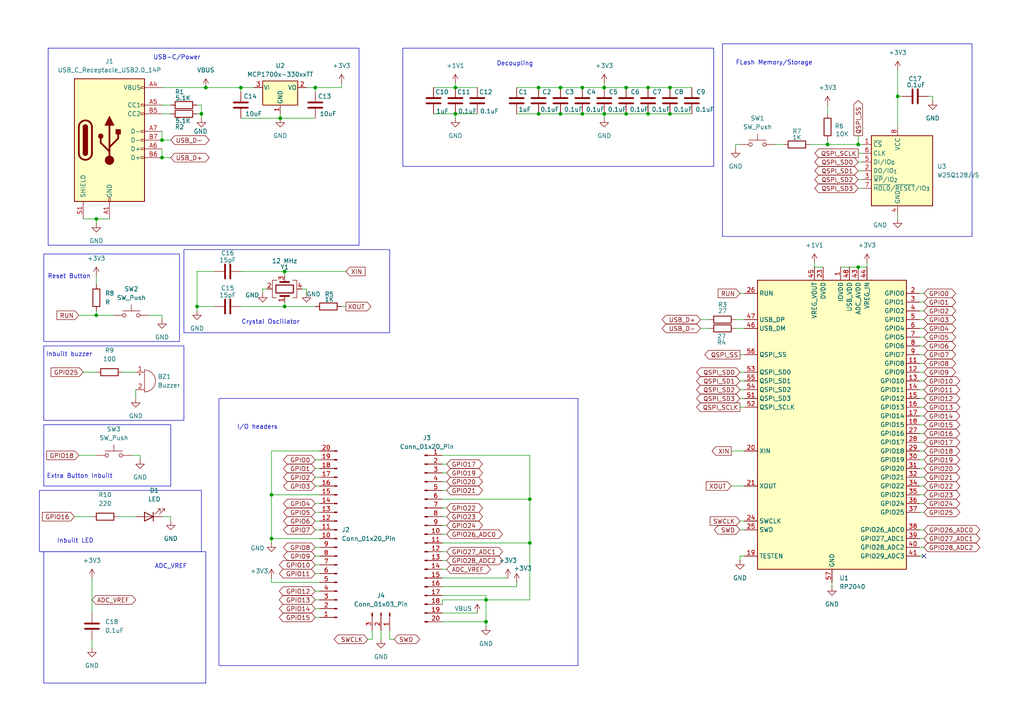
<source format=kicad_sch>
(kicad_sch
	(version 20250114)
	(generator "eeschema")
	(generator_version "9.0")
	(uuid "d70c28cb-cd17-4fae-a063-37c7c73c0ffe")
	(paper "A4")
	(lib_symbols
		(symbol "Connector:Conn_01x03_Pin"
			(pin_names
				(offset 1.016)
				(hide yes)
			)
			(exclude_from_sim no)
			(in_bom yes)
			(on_board yes)
			(property "Reference" "J"
				(at 0 5.08 0)
				(effects
					(font
						(size 1.27 1.27)
					)
				)
			)
			(property "Value" "Conn_01x03_Pin"
				(at 0 -5.08 0)
				(effects
					(font
						(size 1.27 1.27)
					)
				)
			)
			(property "Footprint" ""
				(at 0 0 0)
				(effects
					(font
						(size 1.27 1.27)
					)
					(hide yes)
				)
			)
			(property "Datasheet" "~"
				(at 0 0 0)
				(effects
					(font
						(size 1.27 1.27)
					)
					(hide yes)
				)
			)
			(property "Description" "Generic connector, single row, 01x03, script generated"
				(at 0 0 0)
				(effects
					(font
						(size 1.27 1.27)
					)
					(hide yes)
				)
			)
			(property "ki_locked" ""
				(at 0 0 0)
				(effects
					(font
						(size 1.27 1.27)
					)
				)
			)
			(property "ki_keywords" "connector"
				(at 0 0 0)
				(effects
					(font
						(size 1.27 1.27)
					)
					(hide yes)
				)
			)
			(property "ki_fp_filters" "Connector*:*_1x??_*"
				(at 0 0 0)
				(effects
					(font
						(size 1.27 1.27)
					)
					(hide yes)
				)
			)
			(symbol "Conn_01x03_Pin_1_1"
				(rectangle
					(start 0.8636 2.667)
					(end 0 2.413)
					(stroke
						(width 0.1524)
						(type default)
					)
					(fill
						(type outline)
					)
				)
				(rectangle
					(start 0.8636 0.127)
					(end 0 -0.127)
					(stroke
						(width 0.1524)
						(type default)
					)
					(fill
						(type outline)
					)
				)
				(rectangle
					(start 0.8636 -2.413)
					(end 0 -2.667)
					(stroke
						(width 0.1524)
						(type default)
					)
					(fill
						(type outline)
					)
				)
				(polyline
					(pts
						(xy 1.27 2.54) (xy 0.8636 2.54)
					)
					(stroke
						(width 0.1524)
						(type default)
					)
					(fill
						(type none)
					)
				)
				(polyline
					(pts
						(xy 1.27 0) (xy 0.8636 0)
					)
					(stroke
						(width 0.1524)
						(type default)
					)
					(fill
						(type none)
					)
				)
				(polyline
					(pts
						(xy 1.27 -2.54) (xy 0.8636 -2.54)
					)
					(stroke
						(width 0.1524)
						(type default)
					)
					(fill
						(type none)
					)
				)
				(pin passive line
					(at 5.08 2.54 180)
					(length 3.81)
					(name "Pin_1"
						(effects
							(font
								(size 1.27 1.27)
							)
						)
					)
					(number "1"
						(effects
							(font
								(size 1.27 1.27)
							)
						)
					)
				)
				(pin passive line
					(at 5.08 0 180)
					(length 3.81)
					(name "Pin_2"
						(effects
							(font
								(size 1.27 1.27)
							)
						)
					)
					(number "2"
						(effects
							(font
								(size 1.27 1.27)
							)
						)
					)
				)
				(pin passive line
					(at 5.08 -2.54 180)
					(length 3.81)
					(name "Pin_3"
						(effects
							(font
								(size 1.27 1.27)
							)
						)
					)
					(number "3"
						(effects
							(font
								(size 1.27 1.27)
							)
						)
					)
				)
			)
			(embedded_fonts no)
		)
		(symbol "Connector:Conn_01x20_Pin"
			(pin_names
				(offset 1.016)
				(hide yes)
			)
			(exclude_from_sim no)
			(in_bom yes)
			(on_board yes)
			(property "Reference" "J"
				(at 0 25.4 0)
				(effects
					(font
						(size 1.27 1.27)
					)
				)
			)
			(property "Value" "Conn_01x20_Pin"
				(at 0 -27.94 0)
				(effects
					(font
						(size 1.27 1.27)
					)
				)
			)
			(property "Footprint" ""
				(at 0 0 0)
				(effects
					(font
						(size 1.27 1.27)
					)
					(hide yes)
				)
			)
			(property "Datasheet" "~"
				(at 0 0 0)
				(effects
					(font
						(size 1.27 1.27)
					)
					(hide yes)
				)
			)
			(property "Description" "Generic connector, single row, 01x20, script generated"
				(at 0 0 0)
				(effects
					(font
						(size 1.27 1.27)
					)
					(hide yes)
				)
			)
			(property "ki_locked" ""
				(at 0 0 0)
				(effects
					(font
						(size 1.27 1.27)
					)
				)
			)
			(property "ki_keywords" "connector"
				(at 0 0 0)
				(effects
					(font
						(size 1.27 1.27)
					)
					(hide yes)
				)
			)
			(property "ki_fp_filters" "Connector*:*_1x??_*"
				(at 0 0 0)
				(effects
					(font
						(size 1.27 1.27)
					)
					(hide yes)
				)
			)
			(symbol "Conn_01x20_Pin_1_1"
				(rectangle
					(start 0.8636 22.987)
					(end 0 22.733)
					(stroke
						(width 0.1524)
						(type default)
					)
					(fill
						(type outline)
					)
				)
				(rectangle
					(start 0.8636 20.447)
					(end 0 20.193)
					(stroke
						(width 0.1524)
						(type default)
					)
					(fill
						(type outline)
					)
				)
				(rectangle
					(start 0.8636 17.907)
					(end 0 17.653)
					(stroke
						(width 0.1524)
						(type default)
					)
					(fill
						(type outline)
					)
				)
				(rectangle
					(start 0.8636 15.367)
					(end 0 15.113)
					(stroke
						(width 0.1524)
						(type default)
					)
					(fill
						(type outline)
					)
				)
				(rectangle
					(start 0.8636 12.827)
					(end 0 12.573)
					(stroke
						(width 0.1524)
						(type default)
					)
					(fill
						(type outline)
					)
				)
				(rectangle
					(start 0.8636 10.287)
					(end 0 10.033)
					(stroke
						(width 0.1524)
						(type default)
					)
					(fill
						(type outline)
					)
				)
				(rectangle
					(start 0.8636 7.747)
					(end 0 7.493)
					(stroke
						(width 0.1524)
						(type default)
					)
					(fill
						(type outline)
					)
				)
				(rectangle
					(start 0.8636 5.207)
					(end 0 4.953)
					(stroke
						(width 0.1524)
						(type default)
					)
					(fill
						(type outline)
					)
				)
				(rectangle
					(start 0.8636 2.667)
					(end 0 2.413)
					(stroke
						(width 0.1524)
						(type default)
					)
					(fill
						(type outline)
					)
				)
				(rectangle
					(start 0.8636 0.127)
					(end 0 -0.127)
					(stroke
						(width 0.1524)
						(type default)
					)
					(fill
						(type outline)
					)
				)
				(rectangle
					(start 0.8636 -2.413)
					(end 0 -2.667)
					(stroke
						(width 0.1524)
						(type default)
					)
					(fill
						(type outline)
					)
				)
				(rectangle
					(start 0.8636 -4.953)
					(end 0 -5.207)
					(stroke
						(width 0.1524)
						(type default)
					)
					(fill
						(type outline)
					)
				)
				(rectangle
					(start 0.8636 -7.493)
					(end 0 -7.747)
					(stroke
						(width 0.1524)
						(type default)
					)
					(fill
						(type outline)
					)
				)
				(rectangle
					(start 0.8636 -10.033)
					(end 0 -10.287)
					(stroke
						(width 0.1524)
						(type default)
					)
					(fill
						(type outline)
					)
				)
				(rectangle
					(start 0.8636 -12.573)
					(end 0 -12.827)
					(stroke
						(width 0.1524)
						(type default)
					)
					(fill
						(type outline)
					)
				)
				(rectangle
					(start 0.8636 -15.113)
					(end 0 -15.367)
					(stroke
						(width 0.1524)
						(type default)
					)
					(fill
						(type outline)
					)
				)
				(rectangle
					(start 0.8636 -17.653)
					(end 0 -17.907)
					(stroke
						(width 0.1524)
						(type default)
					)
					(fill
						(type outline)
					)
				)
				(rectangle
					(start 0.8636 -20.193)
					(end 0 -20.447)
					(stroke
						(width 0.1524)
						(type default)
					)
					(fill
						(type outline)
					)
				)
				(rectangle
					(start 0.8636 -22.733)
					(end 0 -22.987)
					(stroke
						(width 0.1524)
						(type default)
					)
					(fill
						(type outline)
					)
				)
				(rectangle
					(start 0.8636 -25.273)
					(end 0 -25.527)
					(stroke
						(width 0.1524)
						(type default)
					)
					(fill
						(type outline)
					)
				)
				(polyline
					(pts
						(xy 1.27 22.86) (xy 0.8636 22.86)
					)
					(stroke
						(width 0.1524)
						(type default)
					)
					(fill
						(type none)
					)
				)
				(polyline
					(pts
						(xy 1.27 20.32) (xy 0.8636 20.32)
					)
					(stroke
						(width 0.1524)
						(type default)
					)
					(fill
						(type none)
					)
				)
				(polyline
					(pts
						(xy 1.27 17.78) (xy 0.8636 17.78)
					)
					(stroke
						(width 0.1524)
						(type default)
					)
					(fill
						(type none)
					)
				)
				(polyline
					(pts
						(xy 1.27 15.24) (xy 0.8636 15.24)
					)
					(stroke
						(width 0.1524)
						(type default)
					)
					(fill
						(type none)
					)
				)
				(polyline
					(pts
						(xy 1.27 12.7) (xy 0.8636 12.7)
					)
					(stroke
						(width 0.1524)
						(type default)
					)
					(fill
						(type none)
					)
				)
				(polyline
					(pts
						(xy 1.27 10.16) (xy 0.8636 10.16)
					)
					(stroke
						(width 0.1524)
						(type default)
					)
					(fill
						(type none)
					)
				)
				(polyline
					(pts
						(xy 1.27 7.62) (xy 0.8636 7.62)
					)
					(stroke
						(width 0.1524)
						(type default)
					)
					(fill
						(type none)
					)
				)
				(polyline
					(pts
						(xy 1.27 5.08) (xy 0.8636 5.08)
					)
					(stroke
						(width 0.1524)
						(type default)
					)
					(fill
						(type none)
					)
				)
				(polyline
					(pts
						(xy 1.27 2.54) (xy 0.8636 2.54)
					)
					(stroke
						(width 0.1524)
						(type default)
					)
					(fill
						(type none)
					)
				)
				(polyline
					(pts
						(xy 1.27 0) (xy 0.8636 0)
					)
					(stroke
						(width 0.1524)
						(type default)
					)
					(fill
						(type none)
					)
				)
				(polyline
					(pts
						(xy 1.27 -2.54) (xy 0.8636 -2.54)
					)
					(stroke
						(width 0.1524)
						(type default)
					)
					(fill
						(type none)
					)
				)
				(polyline
					(pts
						(xy 1.27 -5.08) (xy 0.8636 -5.08)
					)
					(stroke
						(width 0.1524)
						(type default)
					)
					(fill
						(type none)
					)
				)
				(polyline
					(pts
						(xy 1.27 -7.62) (xy 0.8636 -7.62)
					)
					(stroke
						(width 0.1524)
						(type default)
					)
					(fill
						(type none)
					)
				)
				(polyline
					(pts
						(xy 1.27 -10.16) (xy 0.8636 -10.16)
					)
					(stroke
						(width 0.1524)
						(type default)
					)
					(fill
						(type none)
					)
				)
				(polyline
					(pts
						(xy 1.27 -12.7) (xy 0.8636 -12.7)
					)
					(stroke
						(width 0.1524)
						(type default)
					)
					(fill
						(type none)
					)
				)
				(polyline
					(pts
						(xy 1.27 -15.24) (xy 0.8636 -15.24)
					)
					(stroke
						(width 0.1524)
						(type default)
					)
					(fill
						(type none)
					)
				)
				(polyline
					(pts
						(xy 1.27 -17.78) (xy 0.8636 -17.78)
					)
					(stroke
						(width 0.1524)
						(type default)
					)
					(fill
						(type none)
					)
				)
				(polyline
					(pts
						(xy 1.27 -20.32) (xy 0.8636 -20.32)
					)
					(stroke
						(width 0.1524)
						(type default)
					)
					(fill
						(type none)
					)
				)
				(polyline
					(pts
						(xy 1.27 -22.86) (xy 0.8636 -22.86)
					)
					(stroke
						(width 0.1524)
						(type default)
					)
					(fill
						(type none)
					)
				)
				(polyline
					(pts
						(xy 1.27 -25.4) (xy 0.8636 -25.4)
					)
					(stroke
						(width 0.1524)
						(type default)
					)
					(fill
						(type none)
					)
				)
				(pin passive line
					(at 5.08 22.86 180)
					(length 3.81)
					(name "Pin_1"
						(effects
							(font
								(size 1.27 1.27)
							)
						)
					)
					(number "1"
						(effects
							(font
								(size 1.27 1.27)
							)
						)
					)
				)
				(pin passive line
					(at 5.08 20.32 180)
					(length 3.81)
					(name "Pin_2"
						(effects
							(font
								(size 1.27 1.27)
							)
						)
					)
					(number "2"
						(effects
							(font
								(size 1.27 1.27)
							)
						)
					)
				)
				(pin passive line
					(at 5.08 17.78 180)
					(length 3.81)
					(name "Pin_3"
						(effects
							(font
								(size 1.27 1.27)
							)
						)
					)
					(number "3"
						(effects
							(font
								(size 1.27 1.27)
							)
						)
					)
				)
				(pin passive line
					(at 5.08 15.24 180)
					(length 3.81)
					(name "Pin_4"
						(effects
							(font
								(size 1.27 1.27)
							)
						)
					)
					(number "4"
						(effects
							(font
								(size 1.27 1.27)
							)
						)
					)
				)
				(pin passive line
					(at 5.08 12.7 180)
					(length 3.81)
					(name "Pin_5"
						(effects
							(font
								(size 1.27 1.27)
							)
						)
					)
					(number "5"
						(effects
							(font
								(size 1.27 1.27)
							)
						)
					)
				)
				(pin passive line
					(at 5.08 10.16 180)
					(length 3.81)
					(name "Pin_6"
						(effects
							(font
								(size 1.27 1.27)
							)
						)
					)
					(number "6"
						(effects
							(font
								(size 1.27 1.27)
							)
						)
					)
				)
				(pin passive line
					(at 5.08 7.62 180)
					(length 3.81)
					(name "Pin_7"
						(effects
							(font
								(size 1.27 1.27)
							)
						)
					)
					(number "7"
						(effects
							(font
								(size 1.27 1.27)
							)
						)
					)
				)
				(pin passive line
					(at 5.08 5.08 180)
					(length 3.81)
					(name "Pin_8"
						(effects
							(font
								(size 1.27 1.27)
							)
						)
					)
					(number "8"
						(effects
							(font
								(size 1.27 1.27)
							)
						)
					)
				)
				(pin passive line
					(at 5.08 2.54 180)
					(length 3.81)
					(name "Pin_9"
						(effects
							(font
								(size 1.27 1.27)
							)
						)
					)
					(number "9"
						(effects
							(font
								(size 1.27 1.27)
							)
						)
					)
				)
				(pin passive line
					(at 5.08 0 180)
					(length 3.81)
					(name "Pin_10"
						(effects
							(font
								(size 1.27 1.27)
							)
						)
					)
					(number "10"
						(effects
							(font
								(size 1.27 1.27)
							)
						)
					)
				)
				(pin passive line
					(at 5.08 -2.54 180)
					(length 3.81)
					(name "Pin_11"
						(effects
							(font
								(size 1.27 1.27)
							)
						)
					)
					(number "11"
						(effects
							(font
								(size 1.27 1.27)
							)
						)
					)
				)
				(pin passive line
					(at 5.08 -5.08 180)
					(length 3.81)
					(name "Pin_12"
						(effects
							(font
								(size 1.27 1.27)
							)
						)
					)
					(number "12"
						(effects
							(font
								(size 1.27 1.27)
							)
						)
					)
				)
				(pin passive line
					(at 5.08 -7.62 180)
					(length 3.81)
					(name "Pin_13"
						(effects
							(font
								(size 1.27 1.27)
							)
						)
					)
					(number "13"
						(effects
							(font
								(size 1.27 1.27)
							)
						)
					)
				)
				(pin passive line
					(at 5.08 -10.16 180)
					(length 3.81)
					(name "Pin_14"
						(effects
							(font
								(size 1.27 1.27)
							)
						)
					)
					(number "14"
						(effects
							(font
								(size 1.27 1.27)
							)
						)
					)
				)
				(pin passive line
					(at 5.08 -12.7 180)
					(length 3.81)
					(name "Pin_15"
						(effects
							(font
								(size 1.27 1.27)
							)
						)
					)
					(number "15"
						(effects
							(font
								(size 1.27 1.27)
							)
						)
					)
				)
				(pin passive line
					(at 5.08 -15.24 180)
					(length 3.81)
					(name "Pin_16"
						(effects
							(font
								(size 1.27 1.27)
							)
						)
					)
					(number "16"
						(effects
							(font
								(size 1.27 1.27)
							)
						)
					)
				)
				(pin passive line
					(at 5.08 -17.78 180)
					(length 3.81)
					(name "Pin_17"
						(effects
							(font
								(size 1.27 1.27)
							)
						)
					)
					(number "17"
						(effects
							(font
								(size 1.27 1.27)
							)
						)
					)
				)
				(pin passive line
					(at 5.08 -20.32 180)
					(length 3.81)
					(name "Pin_18"
						(effects
							(font
								(size 1.27 1.27)
							)
						)
					)
					(number "18"
						(effects
							(font
								(size 1.27 1.27)
							)
						)
					)
				)
				(pin passive line
					(at 5.08 -22.86 180)
					(length 3.81)
					(name "Pin_19"
						(effects
							(font
								(size 1.27 1.27)
							)
						)
					)
					(number "19"
						(effects
							(font
								(size 1.27 1.27)
							)
						)
					)
				)
				(pin passive line
					(at 5.08 -25.4 180)
					(length 3.81)
					(name "Pin_20"
						(effects
							(font
								(size 1.27 1.27)
							)
						)
					)
					(number "20"
						(effects
							(font
								(size 1.27 1.27)
							)
						)
					)
				)
			)
			(embedded_fonts no)
		)
		(symbol "Connector:USB_C_Receptacle_USB2.0_14P"
			(pin_names
				(offset 1.016)
			)
			(exclude_from_sim no)
			(in_bom yes)
			(on_board yes)
			(property "Reference" "J"
				(at 0 22.225 0)
				(effects
					(font
						(size 1.27 1.27)
					)
				)
			)
			(property "Value" "USB_C_Receptacle_USB2.0_14P"
				(at 0 19.685 0)
				(effects
					(font
						(size 1.27 1.27)
					)
				)
			)
			(property "Footprint" ""
				(at 3.81 0 0)
				(effects
					(font
						(size 1.27 1.27)
					)
					(hide yes)
				)
			)
			(property "Datasheet" "https://www.usb.org/sites/default/files/documents/usb_type-c.zip"
				(at 3.81 0 0)
				(effects
					(font
						(size 1.27 1.27)
					)
					(hide yes)
				)
			)
			(property "Description" "USB 2.0-only 14P Type-C Receptacle connector"
				(at 0 0 0)
				(effects
					(font
						(size 1.27 1.27)
					)
					(hide yes)
				)
			)
			(property "ki_keywords" "usb universal serial bus type-C USB2.0"
				(at 0 0 0)
				(effects
					(font
						(size 1.27 1.27)
					)
					(hide yes)
				)
			)
			(property "ki_fp_filters" "USB*C*Receptacle*"
				(at 0 0 0)
				(effects
					(font
						(size 1.27 1.27)
					)
					(hide yes)
				)
			)
			(symbol "USB_C_Receptacle_USB2.0_14P_0_0"
				(rectangle
					(start -0.254 -17.78)
					(end 0.254 -16.764)
					(stroke
						(width 0)
						(type default)
					)
					(fill
						(type none)
					)
				)
				(rectangle
					(start 10.16 15.494)
					(end 9.144 14.986)
					(stroke
						(width 0)
						(type default)
					)
					(fill
						(type none)
					)
				)
				(rectangle
					(start 10.16 10.414)
					(end 9.144 9.906)
					(stroke
						(width 0)
						(type default)
					)
					(fill
						(type none)
					)
				)
				(rectangle
					(start 10.16 7.874)
					(end 9.144 7.366)
					(stroke
						(width 0)
						(type default)
					)
					(fill
						(type none)
					)
				)
				(rectangle
					(start 10.16 2.794)
					(end 9.144 2.286)
					(stroke
						(width 0)
						(type default)
					)
					(fill
						(type none)
					)
				)
				(rectangle
					(start 10.16 0.254)
					(end 9.144 -0.254)
					(stroke
						(width 0)
						(type default)
					)
					(fill
						(type none)
					)
				)
				(rectangle
					(start 10.16 -2.286)
					(end 9.144 -2.794)
					(stroke
						(width 0)
						(type default)
					)
					(fill
						(type none)
					)
				)
				(rectangle
					(start 10.16 -4.826)
					(end 9.144 -5.334)
					(stroke
						(width 0)
						(type default)
					)
					(fill
						(type none)
					)
				)
			)
			(symbol "USB_C_Receptacle_USB2.0_14P_0_1"
				(rectangle
					(start -10.16 17.78)
					(end 10.16 -17.78)
					(stroke
						(width 0.254)
						(type default)
					)
					(fill
						(type background)
					)
				)
				(polyline
					(pts
						(xy -8.89 -3.81) (xy -8.89 3.81)
					)
					(stroke
						(width 0.508)
						(type default)
					)
					(fill
						(type none)
					)
				)
				(rectangle
					(start -7.62 -3.81)
					(end -6.35 3.81)
					(stroke
						(width 0.254)
						(type default)
					)
					(fill
						(type outline)
					)
				)
				(arc
					(start -7.62 3.81)
					(mid -6.985 4.4423)
					(end -6.35 3.81)
					(stroke
						(width 0.254)
						(type default)
					)
					(fill
						(type none)
					)
				)
				(arc
					(start -7.62 3.81)
					(mid -6.985 4.4423)
					(end -6.35 3.81)
					(stroke
						(width 0.254)
						(type default)
					)
					(fill
						(type outline)
					)
				)
				(arc
					(start -8.89 3.81)
					(mid -6.985 5.7067)
					(end -5.08 3.81)
					(stroke
						(width 0.508)
						(type default)
					)
					(fill
						(type none)
					)
				)
				(arc
					(start -5.08 -3.81)
					(mid -6.985 -5.7067)
					(end -8.89 -3.81)
					(stroke
						(width 0.508)
						(type default)
					)
					(fill
						(type none)
					)
				)
				(arc
					(start -6.35 -3.81)
					(mid -6.985 -4.4423)
					(end -7.62 -3.81)
					(stroke
						(width 0.254)
						(type default)
					)
					(fill
						(type none)
					)
				)
				(arc
					(start -6.35 -3.81)
					(mid -6.985 -4.4423)
					(end -7.62 -3.81)
					(stroke
						(width 0.254)
						(type default)
					)
					(fill
						(type outline)
					)
				)
				(polyline
					(pts
						(xy -5.08 3.81) (xy -5.08 -3.81)
					)
					(stroke
						(width 0.508)
						(type default)
					)
					(fill
						(type none)
					)
				)
				(circle
					(center -2.54 1.143)
					(radius 0.635)
					(stroke
						(width 0.254)
						(type default)
					)
					(fill
						(type outline)
					)
				)
				(polyline
					(pts
						(xy -1.27 4.318) (xy 0 6.858) (xy 1.27 4.318) (xy -1.27 4.318)
					)
					(stroke
						(width 0.254)
						(type default)
					)
					(fill
						(type outline)
					)
				)
				(polyline
					(pts
						(xy 0 -2.032) (xy 2.54 0.508) (xy 2.54 1.778)
					)
					(stroke
						(width 0.508)
						(type default)
					)
					(fill
						(type none)
					)
				)
				(polyline
					(pts
						(xy 0 -3.302) (xy -2.54 -0.762) (xy -2.54 0.508)
					)
					(stroke
						(width 0.508)
						(type default)
					)
					(fill
						(type none)
					)
				)
				(polyline
					(pts
						(xy 0 -5.842) (xy 0 4.318)
					)
					(stroke
						(width 0.508)
						(type default)
					)
					(fill
						(type none)
					)
				)
				(circle
					(center 0 -5.842)
					(radius 1.27)
					(stroke
						(width 0)
						(type default)
					)
					(fill
						(type outline)
					)
				)
				(rectangle
					(start 1.905 1.778)
					(end 3.175 3.048)
					(stroke
						(width 0.254)
						(type default)
					)
					(fill
						(type outline)
					)
				)
			)
			(symbol "USB_C_Receptacle_USB2.0_14P_1_1"
				(pin passive line
					(at -7.62 -22.86 90)
					(length 5.08)
					(name "SHIELD"
						(effects
							(font
								(size 1.27 1.27)
							)
						)
					)
					(number "S1"
						(effects
							(font
								(size 1.27 1.27)
							)
						)
					)
				)
				(pin passive line
					(at 0 -22.86 90)
					(length 5.08)
					(name "GND"
						(effects
							(font
								(size 1.27 1.27)
							)
						)
					)
					(number "A1"
						(effects
							(font
								(size 1.27 1.27)
							)
						)
					)
				)
				(pin passive line
					(at 0 -22.86 90)
					(length 5.08)
					(hide yes)
					(name "GND"
						(effects
							(font
								(size 1.27 1.27)
							)
						)
					)
					(number "A12"
						(effects
							(font
								(size 1.27 1.27)
							)
						)
					)
				)
				(pin passive line
					(at 0 -22.86 90)
					(length 5.08)
					(hide yes)
					(name "GND"
						(effects
							(font
								(size 1.27 1.27)
							)
						)
					)
					(number "B1"
						(effects
							(font
								(size 1.27 1.27)
							)
						)
					)
				)
				(pin passive line
					(at 0 -22.86 90)
					(length 5.08)
					(hide yes)
					(name "GND"
						(effects
							(font
								(size 1.27 1.27)
							)
						)
					)
					(number "B12"
						(effects
							(font
								(size 1.27 1.27)
							)
						)
					)
				)
				(pin passive line
					(at 15.24 15.24 180)
					(length 5.08)
					(name "VBUS"
						(effects
							(font
								(size 1.27 1.27)
							)
						)
					)
					(number "A4"
						(effects
							(font
								(size 1.27 1.27)
							)
						)
					)
				)
				(pin passive line
					(at 15.24 15.24 180)
					(length 5.08)
					(hide yes)
					(name "VBUS"
						(effects
							(font
								(size 1.27 1.27)
							)
						)
					)
					(number "A9"
						(effects
							(font
								(size 1.27 1.27)
							)
						)
					)
				)
				(pin passive line
					(at 15.24 15.24 180)
					(length 5.08)
					(hide yes)
					(name "VBUS"
						(effects
							(font
								(size 1.27 1.27)
							)
						)
					)
					(number "B4"
						(effects
							(font
								(size 1.27 1.27)
							)
						)
					)
				)
				(pin passive line
					(at 15.24 15.24 180)
					(length 5.08)
					(hide yes)
					(name "VBUS"
						(effects
							(font
								(size 1.27 1.27)
							)
						)
					)
					(number "B9"
						(effects
							(font
								(size 1.27 1.27)
							)
						)
					)
				)
				(pin bidirectional line
					(at 15.24 10.16 180)
					(length 5.08)
					(name "CC1"
						(effects
							(font
								(size 1.27 1.27)
							)
						)
					)
					(number "A5"
						(effects
							(font
								(size 1.27 1.27)
							)
						)
					)
				)
				(pin bidirectional line
					(at 15.24 7.62 180)
					(length 5.08)
					(name "CC2"
						(effects
							(font
								(size 1.27 1.27)
							)
						)
					)
					(number "B5"
						(effects
							(font
								(size 1.27 1.27)
							)
						)
					)
				)
				(pin bidirectional line
					(at 15.24 2.54 180)
					(length 5.08)
					(name "D-"
						(effects
							(font
								(size 1.27 1.27)
							)
						)
					)
					(number "A7"
						(effects
							(font
								(size 1.27 1.27)
							)
						)
					)
				)
				(pin bidirectional line
					(at 15.24 0 180)
					(length 5.08)
					(name "D-"
						(effects
							(font
								(size 1.27 1.27)
							)
						)
					)
					(number "B7"
						(effects
							(font
								(size 1.27 1.27)
							)
						)
					)
				)
				(pin bidirectional line
					(at 15.24 -2.54 180)
					(length 5.08)
					(name "D+"
						(effects
							(font
								(size 1.27 1.27)
							)
						)
					)
					(number "A6"
						(effects
							(font
								(size 1.27 1.27)
							)
						)
					)
				)
				(pin bidirectional line
					(at 15.24 -5.08 180)
					(length 5.08)
					(name "D+"
						(effects
							(font
								(size 1.27 1.27)
							)
						)
					)
					(number "B6"
						(effects
							(font
								(size 1.27 1.27)
							)
						)
					)
				)
			)
			(embedded_fonts no)
		)
		(symbol "Device:Buzzer"
			(pin_names
				(offset 0.0254)
				(hide yes)
			)
			(exclude_from_sim no)
			(in_bom yes)
			(on_board yes)
			(property "Reference" "BZ"
				(at 3.81 1.27 0)
				(effects
					(font
						(size 1.27 1.27)
					)
					(justify left)
				)
			)
			(property "Value" "Buzzer"
				(at 3.81 -1.27 0)
				(effects
					(font
						(size 1.27 1.27)
					)
					(justify left)
				)
			)
			(property "Footprint" ""
				(at -0.635 2.54 90)
				(effects
					(font
						(size 1.27 1.27)
					)
					(hide yes)
				)
			)
			(property "Datasheet" "~"
				(at -0.635 2.54 90)
				(effects
					(font
						(size 1.27 1.27)
					)
					(hide yes)
				)
			)
			(property "Description" "Buzzer, polarized"
				(at 0 0 0)
				(effects
					(font
						(size 1.27 1.27)
					)
					(hide yes)
				)
			)
			(property "ki_keywords" "quartz resonator ceramic"
				(at 0 0 0)
				(effects
					(font
						(size 1.27 1.27)
					)
					(hide yes)
				)
			)
			(property "ki_fp_filters" "*Buzzer*"
				(at 0 0 0)
				(effects
					(font
						(size 1.27 1.27)
					)
					(hide yes)
				)
			)
			(symbol "Buzzer_0_1"
				(polyline
					(pts
						(xy -1.651 1.905) (xy -1.143 1.905)
					)
					(stroke
						(width 0)
						(type default)
					)
					(fill
						(type none)
					)
				)
				(polyline
					(pts
						(xy -1.397 2.159) (xy -1.397 1.651)
					)
					(stroke
						(width 0)
						(type default)
					)
					(fill
						(type none)
					)
				)
				(arc
					(start 0 3.175)
					(mid 3.1612 0)
					(end 0 -3.175)
					(stroke
						(width 0)
						(type default)
					)
					(fill
						(type none)
					)
				)
				(polyline
					(pts
						(xy 0 3.175) (xy 0 -3.175)
					)
					(stroke
						(width 0)
						(type default)
					)
					(fill
						(type none)
					)
				)
			)
			(symbol "Buzzer_1_1"
				(pin passive line
					(at -2.54 2.54 0)
					(length 2.54)
					(name "+"
						(effects
							(font
								(size 1.27 1.27)
							)
						)
					)
					(number "1"
						(effects
							(font
								(size 1.27 1.27)
							)
						)
					)
				)
				(pin passive line
					(at -2.54 -2.54 0)
					(length 2.54)
					(name "-"
						(effects
							(font
								(size 1.27 1.27)
							)
						)
					)
					(number "2"
						(effects
							(font
								(size 1.27 1.27)
							)
						)
					)
				)
			)
			(embedded_fonts no)
		)
		(symbol "Device:C"
			(pin_numbers
				(hide yes)
			)
			(pin_names
				(offset 0.254)
			)
			(exclude_from_sim no)
			(in_bom yes)
			(on_board yes)
			(property "Reference" "C"
				(at 0.635 2.54 0)
				(effects
					(font
						(size 1.27 1.27)
					)
					(justify left)
				)
			)
			(property "Value" "C"
				(at 0.635 -2.54 0)
				(effects
					(font
						(size 1.27 1.27)
					)
					(justify left)
				)
			)
			(property "Footprint" ""
				(at 0.9652 -3.81 0)
				(effects
					(font
						(size 1.27 1.27)
					)
					(hide yes)
				)
			)
			(property "Datasheet" "~"
				(at 0 0 0)
				(effects
					(font
						(size 1.27 1.27)
					)
					(hide yes)
				)
			)
			(property "Description" "Unpolarized capacitor"
				(at 0 0 0)
				(effects
					(font
						(size 1.27 1.27)
					)
					(hide yes)
				)
			)
			(property "ki_keywords" "cap capacitor"
				(at 0 0 0)
				(effects
					(font
						(size 1.27 1.27)
					)
					(hide yes)
				)
			)
			(property "ki_fp_filters" "C_*"
				(at 0 0 0)
				(effects
					(font
						(size 1.27 1.27)
					)
					(hide yes)
				)
			)
			(symbol "C_0_1"
				(polyline
					(pts
						(xy -2.032 0.762) (xy 2.032 0.762)
					)
					(stroke
						(width 0.508)
						(type default)
					)
					(fill
						(type none)
					)
				)
				(polyline
					(pts
						(xy -2.032 -0.762) (xy 2.032 -0.762)
					)
					(stroke
						(width 0.508)
						(type default)
					)
					(fill
						(type none)
					)
				)
			)
			(symbol "C_1_1"
				(pin passive line
					(at 0 3.81 270)
					(length 2.794)
					(name "~"
						(effects
							(font
								(size 1.27 1.27)
							)
						)
					)
					(number "1"
						(effects
							(font
								(size 1.27 1.27)
							)
						)
					)
				)
				(pin passive line
					(at 0 -3.81 90)
					(length 2.794)
					(name "~"
						(effects
							(font
								(size 1.27 1.27)
							)
						)
					)
					(number "2"
						(effects
							(font
								(size 1.27 1.27)
							)
						)
					)
				)
			)
			(embedded_fonts no)
		)
		(symbol "Device:Crystal_GND24"
			(pin_names
				(offset 1.016)
				(hide yes)
			)
			(exclude_from_sim no)
			(in_bom yes)
			(on_board yes)
			(property "Reference" "Y"
				(at 3.175 5.08 0)
				(effects
					(font
						(size 1.27 1.27)
					)
					(justify left)
				)
			)
			(property "Value" "Crystal_GND24"
				(at 3.175 3.175 0)
				(effects
					(font
						(size 1.27 1.27)
					)
					(justify left)
				)
			)
			(property "Footprint" ""
				(at 0 0 0)
				(effects
					(font
						(size 1.27 1.27)
					)
					(hide yes)
				)
			)
			(property "Datasheet" "~"
				(at 0 0 0)
				(effects
					(font
						(size 1.27 1.27)
					)
					(hide yes)
				)
			)
			(property "Description" "Four pin crystal, GND on pins 2 and 4"
				(at 0 0 0)
				(effects
					(font
						(size 1.27 1.27)
					)
					(hide yes)
				)
			)
			(property "ki_keywords" "quartz ceramic resonator oscillator"
				(at 0 0 0)
				(effects
					(font
						(size 1.27 1.27)
					)
					(hide yes)
				)
			)
			(property "ki_fp_filters" "Crystal*"
				(at 0 0 0)
				(effects
					(font
						(size 1.27 1.27)
					)
					(hide yes)
				)
			)
			(symbol "Crystal_GND24_0_1"
				(polyline
					(pts
						(xy -2.54 2.286) (xy -2.54 3.556) (xy 2.54 3.556) (xy 2.54 2.286)
					)
					(stroke
						(width 0)
						(type default)
					)
					(fill
						(type none)
					)
				)
				(polyline
					(pts
						(xy -2.54 0) (xy -2.032 0)
					)
					(stroke
						(width 0)
						(type default)
					)
					(fill
						(type none)
					)
				)
				(polyline
					(pts
						(xy -2.54 -2.286) (xy -2.54 -3.556) (xy 2.54 -3.556) (xy 2.54 -2.286)
					)
					(stroke
						(width 0)
						(type default)
					)
					(fill
						(type none)
					)
				)
				(polyline
					(pts
						(xy -2.032 -1.27) (xy -2.032 1.27)
					)
					(stroke
						(width 0.508)
						(type default)
					)
					(fill
						(type none)
					)
				)
				(rectangle
					(start -1.143 2.54)
					(end 1.143 -2.54)
					(stroke
						(width 0.3048)
						(type default)
					)
					(fill
						(type none)
					)
				)
				(polyline
					(pts
						(xy 0 3.556) (xy 0 3.81)
					)
					(stroke
						(width 0)
						(type default)
					)
					(fill
						(type none)
					)
				)
				(polyline
					(pts
						(xy 0 -3.81) (xy 0 -3.556)
					)
					(stroke
						(width 0)
						(type default)
					)
					(fill
						(type none)
					)
				)
				(polyline
					(pts
						(xy 2.032 0) (xy 2.54 0)
					)
					(stroke
						(width 0)
						(type default)
					)
					(fill
						(type none)
					)
				)
				(polyline
					(pts
						(xy 2.032 -1.27) (xy 2.032 1.27)
					)
					(stroke
						(width 0.508)
						(type default)
					)
					(fill
						(type none)
					)
				)
			)
			(symbol "Crystal_GND24_1_1"
				(pin passive line
					(at -3.81 0 0)
					(length 1.27)
					(name "1"
						(effects
							(font
								(size 1.27 1.27)
							)
						)
					)
					(number "1"
						(effects
							(font
								(size 1.27 1.27)
							)
						)
					)
				)
				(pin passive line
					(at 0 5.08 270)
					(length 1.27)
					(name "2"
						(effects
							(font
								(size 1.27 1.27)
							)
						)
					)
					(number "2"
						(effects
							(font
								(size 1.27 1.27)
							)
						)
					)
				)
				(pin passive line
					(at 0 -5.08 90)
					(length 1.27)
					(name "4"
						(effects
							(font
								(size 1.27 1.27)
							)
						)
					)
					(number "4"
						(effects
							(font
								(size 1.27 1.27)
							)
						)
					)
				)
				(pin passive line
					(at 3.81 0 180)
					(length 1.27)
					(name "3"
						(effects
							(font
								(size 1.27 1.27)
							)
						)
					)
					(number "3"
						(effects
							(font
								(size 1.27 1.27)
							)
						)
					)
				)
			)
			(embedded_fonts no)
		)
		(symbol "Device:LED"
			(pin_numbers
				(hide yes)
			)
			(pin_names
				(offset 1.016)
				(hide yes)
			)
			(exclude_from_sim no)
			(in_bom yes)
			(on_board yes)
			(property "Reference" "D"
				(at 0 2.54 0)
				(effects
					(font
						(size 1.27 1.27)
					)
				)
			)
			(property "Value" "LED"
				(at 0 -2.54 0)
				(effects
					(font
						(size 1.27 1.27)
					)
				)
			)
			(property "Footprint" ""
				(at 0 0 0)
				(effects
					(font
						(size 1.27 1.27)
					)
					(hide yes)
				)
			)
			(property "Datasheet" "~"
				(at 0 0 0)
				(effects
					(font
						(size 1.27 1.27)
					)
					(hide yes)
				)
			)
			(property "Description" "Light emitting diode"
				(at 0 0 0)
				(effects
					(font
						(size 1.27 1.27)
					)
					(hide yes)
				)
			)
			(property "Sim.Pins" "1=K 2=A"
				(at 0 0 0)
				(effects
					(font
						(size 1.27 1.27)
					)
					(hide yes)
				)
			)
			(property "ki_keywords" "LED diode"
				(at 0 0 0)
				(effects
					(font
						(size 1.27 1.27)
					)
					(hide yes)
				)
			)
			(property "ki_fp_filters" "LED* LED_SMD:* LED_THT:*"
				(at 0 0 0)
				(effects
					(font
						(size 1.27 1.27)
					)
					(hide yes)
				)
			)
			(symbol "LED_0_1"
				(polyline
					(pts
						(xy -3.048 -0.762) (xy -4.572 -2.286) (xy -3.81 -2.286) (xy -4.572 -2.286) (xy -4.572 -1.524)
					)
					(stroke
						(width 0)
						(type default)
					)
					(fill
						(type none)
					)
				)
				(polyline
					(pts
						(xy -1.778 -0.762) (xy -3.302 -2.286) (xy -2.54 -2.286) (xy -3.302 -2.286) (xy -3.302 -1.524)
					)
					(stroke
						(width 0)
						(type default)
					)
					(fill
						(type none)
					)
				)
				(polyline
					(pts
						(xy -1.27 0) (xy 1.27 0)
					)
					(stroke
						(width 0)
						(type default)
					)
					(fill
						(type none)
					)
				)
				(polyline
					(pts
						(xy -1.27 -1.27) (xy -1.27 1.27)
					)
					(stroke
						(width 0.254)
						(type default)
					)
					(fill
						(type none)
					)
				)
				(polyline
					(pts
						(xy 1.27 -1.27) (xy 1.27 1.27) (xy -1.27 0) (xy 1.27 -1.27)
					)
					(stroke
						(width 0.254)
						(type default)
					)
					(fill
						(type none)
					)
				)
			)
			(symbol "LED_1_1"
				(pin passive line
					(at -3.81 0 0)
					(length 2.54)
					(name "K"
						(effects
							(font
								(size 1.27 1.27)
							)
						)
					)
					(number "1"
						(effects
							(font
								(size 1.27 1.27)
							)
						)
					)
				)
				(pin passive line
					(at 3.81 0 180)
					(length 2.54)
					(name "A"
						(effects
							(font
								(size 1.27 1.27)
							)
						)
					)
					(number "2"
						(effects
							(font
								(size 1.27 1.27)
							)
						)
					)
				)
			)
			(embedded_fonts no)
		)
		(symbol "Device:R"
			(pin_numbers
				(hide yes)
			)
			(pin_names
				(offset 0)
			)
			(exclude_from_sim no)
			(in_bom yes)
			(on_board yes)
			(property "Reference" "R"
				(at 2.032 0 90)
				(effects
					(font
						(size 1.27 1.27)
					)
				)
			)
			(property "Value" "R"
				(at 0 0 90)
				(effects
					(font
						(size 1.27 1.27)
					)
				)
			)
			(property "Footprint" ""
				(at -1.778 0 90)
				(effects
					(font
						(size 1.27 1.27)
					)
					(hide yes)
				)
			)
			(property "Datasheet" "~"
				(at 0 0 0)
				(effects
					(font
						(size 1.27 1.27)
					)
					(hide yes)
				)
			)
			(property "Description" "Resistor"
				(at 0 0 0)
				(effects
					(font
						(size 1.27 1.27)
					)
					(hide yes)
				)
			)
			(property "ki_keywords" "R res resistor"
				(at 0 0 0)
				(effects
					(font
						(size 1.27 1.27)
					)
					(hide yes)
				)
			)
			(property "ki_fp_filters" "R_*"
				(at 0 0 0)
				(effects
					(font
						(size 1.27 1.27)
					)
					(hide yes)
				)
			)
			(symbol "R_0_1"
				(rectangle
					(start -1.016 -2.54)
					(end 1.016 2.54)
					(stroke
						(width 0.254)
						(type default)
					)
					(fill
						(type none)
					)
				)
			)
			(symbol "R_1_1"
				(pin passive line
					(at 0 3.81 270)
					(length 1.27)
					(name "~"
						(effects
							(font
								(size 1.27 1.27)
							)
						)
					)
					(number "1"
						(effects
							(font
								(size 1.27 1.27)
							)
						)
					)
				)
				(pin passive line
					(at 0 -3.81 90)
					(length 1.27)
					(name "~"
						(effects
							(font
								(size 1.27 1.27)
							)
						)
					)
					(number "2"
						(effects
							(font
								(size 1.27 1.27)
							)
						)
					)
				)
			)
			(embedded_fonts no)
		)
		(symbol "MCU_RaspberryPi:RP2040"
			(exclude_from_sim no)
			(in_bom yes)
			(on_board yes)
			(property "Reference" "U"
				(at 17.78 45.72 0)
				(effects
					(font
						(size 1.27 1.27)
					)
				)
			)
			(property "Value" "RP2040"
				(at 17.78 43.18 0)
				(effects
					(font
						(size 1.27 1.27)
					)
				)
			)
			(property "Footprint" "Package_DFN_QFN:QFN-56-1EP_7x7mm_P0.4mm_EP3.2x3.2mm"
				(at 0 0 0)
				(effects
					(font
						(size 1.27 1.27)
					)
					(hide yes)
				)
			)
			(property "Datasheet" "https://datasheets.raspberrypi.com/rp2040/rp2040-datasheet.pdf"
				(at 0 0 0)
				(effects
					(font
						(size 1.27 1.27)
					)
					(hide yes)
				)
			)
			(property "Description" "A microcontroller by Raspberry Pi"
				(at 0 0 0)
				(effects
					(font
						(size 1.27 1.27)
					)
					(hide yes)
				)
			)
			(property "ki_keywords" "RP2040 ARM Cortex-M0+ USB"
				(at 0 0 0)
				(effects
					(font
						(size 1.27 1.27)
					)
					(hide yes)
				)
			)
			(property "ki_fp_filters" "QFN*1EP*7x7mm?P0.4mm*"
				(at 0 0 0)
				(effects
					(font
						(size 1.27 1.27)
					)
					(hide yes)
				)
			)
			(symbol "RP2040_0_1"
				(rectangle
					(start -21.59 41.91)
					(end 21.59 -41.91)
					(stroke
						(width 0.254)
						(type default)
					)
					(fill
						(type background)
					)
				)
			)
			(symbol "RP2040_1_1"
				(pin input line
					(at -25.4 38.1 0)
					(length 3.81)
					(name "RUN"
						(effects
							(font
								(size 1.27 1.27)
							)
						)
					)
					(number "26"
						(effects
							(font
								(size 1.27 1.27)
							)
						)
					)
				)
				(pin bidirectional line
					(at -25.4 30.48 0)
					(length 3.81)
					(name "USB_DP"
						(effects
							(font
								(size 1.27 1.27)
							)
						)
					)
					(number "47"
						(effects
							(font
								(size 1.27 1.27)
							)
						)
					)
				)
				(pin bidirectional line
					(at -25.4 27.94 0)
					(length 3.81)
					(name "USB_DM"
						(effects
							(font
								(size 1.27 1.27)
							)
						)
					)
					(number "46"
						(effects
							(font
								(size 1.27 1.27)
							)
						)
					)
				)
				(pin bidirectional line
					(at -25.4 20.32 0)
					(length 3.81)
					(name "QSPI_SS"
						(effects
							(font
								(size 1.27 1.27)
							)
						)
					)
					(number "56"
						(effects
							(font
								(size 1.27 1.27)
							)
						)
					)
				)
				(pin bidirectional line
					(at -25.4 15.24 0)
					(length 3.81)
					(name "QSPI_SD0"
						(effects
							(font
								(size 1.27 1.27)
							)
						)
					)
					(number "53"
						(effects
							(font
								(size 1.27 1.27)
							)
						)
					)
				)
				(pin bidirectional line
					(at -25.4 12.7 0)
					(length 3.81)
					(name "QSPI_SD1"
						(effects
							(font
								(size 1.27 1.27)
							)
						)
					)
					(number "55"
						(effects
							(font
								(size 1.27 1.27)
							)
						)
					)
				)
				(pin bidirectional line
					(at -25.4 10.16 0)
					(length 3.81)
					(name "QSPI_SD2"
						(effects
							(font
								(size 1.27 1.27)
							)
						)
					)
					(number "54"
						(effects
							(font
								(size 1.27 1.27)
							)
						)
					)
				)
				(pin bidirectional line
					(at -25.4 7.62 0)
					(length 3.81)
					(name "QSPI_SD3"
						(effects
							(font
								(size 1.27 1.27)
							)
						)
					)
					(number "51"
						(effects
							(font
								(size 1.27 1.27)
							)
						)
					)
				)
				(pin output line
					(at -25.4 5.08 0)
					(length 3.81)
					(name "QSPI_SCLK"
						(effects
							(font
								(size 1.27 1.27)
							)
						)
					)
					(number "52"
						(effects
							(font
								(size 1.27 1.27)
							)
						)
					)
				)
				(pin input line
					(at -25.4 -7.62 0)
					(length 3.81)
					(name "XIN"
						(effects
							(font
								(size 1.27 1.27)
							)
						)
					)
					(number "20"
						(effects
							(font
								(size 1.27 1.27)
							)
						)
					)
				)
				(pin passive line
					(at -25.4 -17.78 0)
					(length 3.81)
					(name "XOUT"
						(effects
							(font
								(size 1.27 1.27)
							)
						)
					)
					(number "21"
						(effects
							(font
								(size 1.27 1.27)
							)
						)
					)
				)
				(pin input line
					(at -25.4 -27.94 0)
					(length 3.81)
					(name "SWCLK"
						(effects
							(font
								(size 1.27 1.27)
							)
						)
					)
					(number "24"
						(effects
							(font
								(size 1.27 1.27)
							)
						)
					)
				)
				(pin bidirectional line
					(at -25.4 -30.48 0)
					(length 3.81)
					(name "SWD"
						(effects
							(font
								(size 1.27 1.27)
							)
						)
					)
					(number "25"
						(effects
							(font
								(size 1.27 1.27)
							)
						)
					)
				)
				(pin input line
					(at -25.4 -38.1 0)
					(length 3.81)
					(name "TESTEN"
						(effects
							(font
								(size 1.27 1.27)
							)
						)
					)
					(number "19"
						(effects
							(font
								(size 1.27 1.27)
							)
						)
					)
				)
				(pin power_out line
					(at -5.08 45.72 270)
					(length 3.81)
					(name "VREG_VOUT"
						(effects
							(font
								(size 1.27 1.27)
							)
						)
					)
					(number "45"
						(effects
							(font
								(size 1.27 1.27)
							)
						)
					)
				)
				(pin power_in line
					(at -2.54 45.72 270)
					(length 3.81)
					(name "DVDD"
						(effects
							(font
								(size 1.27 1.27)
							)
						)
					)
					(number "23"
						(effects
							(font
								(size 1.27 1.27)
							)
						)
					)
				)
				(pin passive line
					(at -2.54 45.72 270)
					(length 3.81)
					(hide yes)
					(name "DVDD"
						(effects
							(font
								(size 1.27 1.27)
							)
						)
					)
					(number "50"
						(effects
							(font
								(size 1.27 1.27)
							)
						)
					)
				)
				(pin power_in line
					(at 0 -45.72 90)
					(length 3.81)
					(name "GND"
						(effects
							(font
								(size 1.27 1.27)
							)
						)
					)
					(number "57"
						(effects
							(font
								(size 1.27 1.27)
							)
						)
					)
				)
				(pin power_in line
					(at 2.54 45.72 270)
					(length 3.81)
					(name "IOVDD"
						(effects
							(font
								(size 1.27 1.27)
							)
						)
					)
					(number "1"
						(effects
							(font
								(size 1.27 1.27)
							)
						)
					)
				)
				(pin passive line
					(at 2.54 45.72 270)
					(length 3.81)
					(hide yes)
					(name "IOVDD"
						(effects
							(font
								(size 1.27 1.27)
							)
						)
					)
					(number "10"
						(effects
							(font
								(size 1.27 1.27)
							)
						)
					)
				)
				(pin passive line
					(at 2.54 45.72 270)
					(length 3.81)
					(hide yes)
					(name "IOVDD"
						(effects
							(font
								(size 1.27 1.27)
							)
						)
					)
					(number "22"
						(effects
							(font
								(size 1.27 1.27)
							)
						)
					)
				)
				(pin passive line
					(at 2.54 45.72 270)
					(length 3.81)
					(hide yes)
					(name "IOVDD"
						(effects
							(font
								(size 1.27 1.27)
							)
						)
					)
					(number "33"
						(effects
							(font
								(size 1.27 1.27)
							)
						)
					)
				)
				(pin passive line
					(at 2.54 45.72 270)
					(length 3.81)
					(hide yes)
					(name "IOVDD"
						(effects
							(font
								(size 1.27 1.27)
							)
						)
					)
					(number "42"
						(effects
							(font
								(size 1.27 1.27)
							)
						)
					)
				)
				(pin passive line
					(at 2.54 45.72 270)
					(length 3.81)
					(hide yes)
					(name "IOVDD"
						(effects
							(font
								(size 1.27 1.27)
							)
						)
					)
					(number "49"
						(effects
							(font
								(size 1.27 1.27)
							)
						)
					)
				)
				(pin power_in line
					(at 5.08 45.72 270)
					(length 3.81)
					(name "USB_VDD"
						(effects
							(font
								(size 1.27 1.27)
							)
						)
					)
					(number "48"
						(effects
							(font
								(size 1.27 1.27)
							)
						)
					)
				)
				(pin power_in line
					(at 7.62 45.72 270)
					(length 3.81)
					(name "ADC_AVDD"
						(effects
							(font
								(size 1.27 1.27)
							)
						)
					)
					(number "43"
						(effects
							(font
								(size 1.27 1.27)
							)
						)
					)
				)
				(pin power_in line
					(at 10.16 45.72 270)
					(length 3.81)
					(name "VREG_IN"
						(effects
							(font
								(size 1.27 1.27)
							)
						)
					)
					(number "44"
						(effects
							(font
								(size 1.27 1.27)
							)
						)
					)
				)
				(pin bidirectional line
					(at 25.4 38.1 180)
					(length 3.81)
					(name "GPIO0"
						(effects
							(font
								(size 1.27 1.27)
							)
						)
					)
					(number "2"
						(effects
							(font
								(size 1.27 1.27)
							)
						)
					)
				)
				(pin bidirectional line
					(at 25.4 35.56 180)
					(length 3.81)
					(name "GPIO1"
						(effects
							(font
								(size 1.27 1.27)
							)
						)
					)
					(number "3"
						(effects
							(font
								(size 1.27 1.27)
							)
						)
					)
				)
				(pin bidirectional line
					(at 25.4 33.02 180)
					(length 3.81)
					(name "GPIO2"
						(effects
							(font
								(size 1.27 1.27)
							)
						)
					)
					(number "4"
						(effects
							(font
								(size 1.27 1.27)
							)
						)
					)
				)
				(pin bidirectional line
					(at 25.4 30.48 180)
					(length 3.81)
					(name "GPIO3"
						(effects
							(font
								(size 1.27 1.27)
							)
						)
					)
					(number "5"
						(effects
							(font
								(size 1.27 1.27)
							)
						)
					)
				)
				(pin bidirectional line
					(at 25.4 27.94 180)
					(length 3.81)
					(name "GPIO4"
						(effects
							(font
								(size 1.27 1.27)
							)
						)
					)
					(number "6"
						(effects
							(font
								(size 1.27 1.27)
							)
						)
					)
				)
				(pin bidirectional line
					(at 25.4 25.4 180)
					(length 3.81)
					(name "GPIO5"
						(effects
							(font
								(size 1.27 1.27)
							)
						)
					)
					(number "7"
						(effects
							(font
								(size 1.27 1.27)
							)
						)
					)
				)
				(pin bidirectional line
					(at 25.4 22.86 180)
					(length 3.81)
					(name "GPIO6"
						(effects
							(font
								(size 1.27 1.27)
							)
						)
					)
					(number "8"
						(effects
							(font
								(size 1.27 1.27)
							)
						)
					)
				)
				(pin bidirectional line
					(at 25.4 20.32 180)
					(length 3.81)
					(name "GPIO7"
						(effects
							(font
								(size 1.27 1.27)
							)
						)
					)
					(number "9"
						(effects
							(font
								(size 1.27 1.27)
							)
						)
					)
				)
				(pin bidirectional line
					(at 25.4 17.78 180)
					(length 3.81)
					(name "GPIO8"
						(effects
							(font
								(size 1.27 1.27)
							)
						)
					)
					(number "11"
						(effects
							(font
								(size 1.27 1.27)
							)
						)
					)
				)
				(pin bidirectional line
					(at 25.4 15.24 180)
					(length 3.81)
					(name "GPIO9"
						(effects
							(font
								(size 1.27 1.27)
							)
						)
					)
					(number "12"
						(effects
							(font
								(size 1.27 1.27)
							)
						)
					)
				)
				(pin bidirectional line
					(at 25.4 12.7 180)
					(length 3.81)
					(name "GPIO10"
						(effects
							(font
								(size 1.27 1.27)
							)
						)
					)
					(number "13"
						(effects
							(font
								(size 1.27 1.27)
							)
						)
					)
				)
				(pin bidirectional line
					(at 25.4 10.16 180)
					(length 3.81)
					(name "GPIO11"
						(effects
							(font
								(size 1.27 1.27)
							)
						)
					)
					(number "14"
						(effects
							(font
								(size 1.27 1.27)
							)
						)
					)
				)
				(pin bidirectional line
					(at 25.4 7.62 180)
					(length 3.81)
					(name "GPIO12"
						(effects
							(font
								(size 1.27 1.27)
							)
						)
					)
					(number "15"
						(effects
							(font
								(size 1.27 1.27)
							)
						)
					)
				)
				(pin bidirectional line
					(at 25.4 5.08 180)
					(length 3.81)
					(name "GPIO13"
						(effects
							(font
								(size 1.27 1.27)
							)
						)
					)
					(number "16"
						(effects
							(font
								(size 1.27 1.27)
							)
						)
					)
				)
				(pin bidirectional line
					(at 25.4 2.54 180)
					(length 3.81)
					(name "GPIO14"
						(effects
							(font
								(size 1.27 1.27)
							)
						)
					)
					(number "17"
						(effects
							(font
								(size 1.27 1.27)
							)
						)
					)
				)
				(pin bidirectional line
					(at 25.4 0 180)
					(length 3.81)
					(name "GPIO15"
						(effects
							(font
								(size 1.27 1.27)
							)
						)
					)
					(number "18"
						(effects
							(font
								(size 1.27 1.27)
							)
						)
					)
				)
				(pin bidirectional line
					(at 25.4 -2.54 180)
					(length 3.81)
					(name "GPIO16"
						(effects
							(font
								(size 1.27 1.27)
							)
						)
					)
					(number "27"
						(effects
							(font
								(size 1.27 1.27)
							)
						)
					)
				)
				(pin bidirectional line
					(at 25.4 -5.08 180)
					(length 3.81)
					(name "GPIO17"
						(effects
							(font
								(size 1.27 1.27)
							)
						)
					)
					(number "28"
						(effects
							(font
								(size 1.27 1.27)
							)
						)
					)
				)
				(pin bidirectional line
					(at 25.4 -7.62 180)
					(length 3.81)
					(name "GPIO18"
						(effects
							(font
								(size 1.27 1.27)
							)
						)
					)
					(number "29"
						(effects
							(font
								(size 1.27 1.27)
							)
						)
					)
				)
				(pin bidirectional line
					(at 25.4 -10.16 180)
					(length 3.81)
					(name "GPIO19"
						(effects
							(font
								(size 1.27 1.27)
							)
						)
					)
					(number "30"
						(effects
							(font
								(size 1.27 1.27)
							)
						)
					)
				)
				(pin bidirectional line
					(at 25.4 -12.7 180)
					(length 3.81)
					(name "GPIO20"
						(effects
							(font
								(size 1.27 1.27)
							)
						)
					)
					(number "31"
						(effects
							(font
								(size 1.27 1.27)
							)
						)
					)
				)
				(pin bidirectional line
					(at 25.4 -15.24 180)
					(length 3.81)
					(name "GPIO21"
						(effects
							(font
								(size 1.27 1.27)
							)
						)
					)
					(number "32"
						(effects
							(font
								(size 1.27 1.27)
							)
						)
					)
				)
				(pin bidirectional line
					(at 25.4 -17.78 180)
					(length 3.81)
					(name "GPIO22"
						(effects
							(font
								(size 1.27 1.27)
							)
						)
					)
					(number "34"
						(effects
							(font
								(size 1.27 1.27)
							)
						)
					)
				)
				(pin bidirectional line
					(at 25.4 -20.32 180)
					(length 3.81)
					(name "GPIO23"
						(effects
							(font
								(size 1.27 1.27)
							)
						)
					)
					(number "35"
						(effects
							(font
								(size 1.27 1.27)
							)
						)
					)
				)
				(pin bidirectional line
					(at 25.4 -22.86 180)
					(length 3.81)
					(name "GPIO24"
						(effects
							(font
								(size 1.27 1.27)
							)
						)
					)
					(number "36"
						(effects
							(font
								(size 1.27 1.27)
							)
						)
					)
				)
				(pin bidirectional line
					(at 25.4 -25.4 180)
					(length 3.81)
					(name "GPIO25"
						(effects
							(font
								(size 1.27 1.27)
							)
						)
					)
					(number "37"
						(effects
							(font
								(size 1.27 1.27)
							)
						)
					)
				)
				(pin bidirectional line
					(at 25.4 -30.48 180)
					(length 3.81)
					(name "GPIO26_ADC0"
						(effects
							(font
								(size 1.27 1.27)
							)
						)
					)
					(number "38"
						(effects
							(font
								(size 1.27 1.27)
							)
						)
					)
				)
				(pin bidirectional line
					(at 25.4 -33.02 180)
					(length 3.81)
					(name "GPIO27_ADC1"
						(effects
							(font
								(size 1.27 1.27)
							)
						)
					)
					(number "39"
						(effects
							(font
								(size 1.27 1.27)
							)
						)
					)
				)
				(pin bidirectional line
					(at 25.4 -35.56 180)
					(length 3.81)
					(name "GPIO28_ADC2"
						(effects
							(font
								(size 1.27 1.27)
							)
						)
					)
					(number "40"
						(effects
							(font
								(size 1.27 1.27)
							)
						)
					)
				)
				(pin bidirectional line
					(at 25.4 -38.1 180)
					(length 3.81)
					(name "GPIO29_ADC3"
						(effects
							(font
								(size 1.27 1.27)
							)
						)
					)
					(number "41"
						(effects
							(font
								(size 1.27 1.27)
							)
						)
					)
				)
			)
			(embedded_fonts no)
		)
		(symbol "Memory_Flash:W25Q128JVS"
			(exclude_from_sim no)
			(in_bom yes)
			(on_board yes)
			(property "Reference" "U"
				(at -6.35 11.43 0)
				(effects
					(font
						(size 1.27 1.27)
					)
				)
			)
			(property "Value" "W25Q128JVS"
				(at 7.62 11.43 0)
				(effects
					(font
						(size 1.27 1.27)
					)
				)
			)
			(property "Footprint" "Package_SO:SOIC-8_5.3x5.3mm_P1.27mm"
				(at 0 22.86 0)
				(effects
					(font
						(size 1.27 1.27)
					)
					(hide yes)
				)
			)
			(property "Datasheet" "https://www.winbond.com/resource-files/w25q128jv_dtr%20revc%2003272018%20plus.pdf"
				(at 0 25.4 0)
				(effects
					(font
						(size 1.27 1.27)
					)
					(hide yes)
				)
			)
			(property "Description" "128Mbit / 16MiB Serial Flash Memory, Standard/Dual/Quad SPI, 2.7-3.6V, SOIC-8"
				(at 0 27.94 0)
				(effects
					(font
						(size 1.27 1.27)
					)
					(hide yes)
				)
			)
			(property "ki_keywords" "flash memory SPI QPI DTR"
				(at 0 0 0)
				(effects
					(font
						(size 1.27 1.27)
					)
					(hide yes)
				)
			)
			(property "ki_fp_filters" "*SOIC*5.3x5.3mm*P1.27mm*"
				(at 0 0 0)
				(effects
					(font
						(size 1.27 1.27)
					)
					(hide yes)
				)
			)
			(symbol "W25Q128JVS_0_1"
				(rectangle
					(start -7.62 10.16)
					(end 10.16 -10.16)
					(stroke
						(width 0.254)
						(type default)
					)
					(fill
						(type background)
					)
				)
			)
			(symbol "W25Q128JVS_1_1"
				(pin input line
					(at -10.16 7.62 0)
					(length 2.54)
					(name "~{CS}"
						(effects
							(font
								(size 1.27 1.27)
							)
						)
					)
					(number "1"
						(effects
							(font
								(size 1.27 1.27)
							)
						)
					)
				)
				(pin input line
					(at -10.16 5.08 0)
					(length 2.54)
					(name "CLK"
						(effects
							(font
								(size 1.27 1.27)
							)
						)
					)
					(number "6"
						(effects
							(font
								(size 1.27 1.27)
							)
						)
					)
				)
				(pin bidirectional line
					(at -10.16 2.54 0)
					(length 2.54)
					(name "DI/IO_{0}"
						(effects
							(font
								(size 1.27 1.27)
							)
						)
					)
					(number "5"
						(effects
							(font
								(size 1.27 1.27)
							)
						)
					)
				)
				(pin bidirectional line
					(at -10.16 0 0)
					(length 2.54)
					(name "DO/IO_{1}"
						(effects
							(font
								(size 1.27 1.27)
							)
						)
					)
					(number "2"
						(effects
							(font
								(size 1.27 1.27)
							)
						)
					)
				)
				(pin bidirectional line
					(at -10.16 -2.54 0)
					(length 2.54)
					(name "~{WP}/IO_{2}"
						(effects
							(font
								(size 1.27 1.27)
							)
						)
					)
					(number "3"
						(effects
							(font
								(size 1.27 1.27)
							)
						)
					)
				)
				(pin bidirectional line
					(at -10.16 -5.08 0)
					(length 2.54)
					(name "~{HOLD}/~{RESET}/IO_{3}"
						(effects
							(font
								(size 1.27 1.27)
							)
						)
					)
					(number "7"
						(effects
							(font
								(size 1.27 1.27)
							)
						)
					)
				)
				(pin power_in line
					(at 0 12.7 270)
					(length 2.54)
					(name "VCC"
						(effects
							(font
								(size 1.27 1.27)
							)
						)
					)
					(number "8"
						(effects
							(font
								(size 1.27 1.27)
							)
						)
					)
				)
				(pin power_in line
					(at 0 -12.7 90)
					(length 2.54)
					(name "GND"
						(effects
							(font
								(size 1.27 1.27)
							)
						)
					)
					(number "4"
						(effects
							(font
								(size 1.27 1.27)
							)
						)
					)
				)
			)
			(embedded_fonts no)
		)
		(symbol "Regulator_Linear:MCP1700x-330xxTT"
			(pin_names
				(offset 0.254)
			)
			(exclude_from_sim no)
			(in_bom yes)
			(on_board yes)
			(property "Reference" "U"
				(at -3.81 3.175 0)
				(effects
					(font
						(size 1.27 1.27)
					)
				)
			)
			(property "Value" "MCP1700x-330xxTT"
				(at 0 3.175 0)
				(effects
					(font
						(size 1.27 1.27)
					)
					(justify left)
				)
			)
			(property "Footprint" "Package_TO_SOT_SMD:SOT-23"
				(at 0 5.715 0)
				(effects
					(font
						(size 1.27 1.27)
					)
					(hide yes)
				)
			)
			(property "Datasheet" "http://ww1.microchip.com/downloads/en/DeviceDoc/20001826D.pdf"
				(at 0 0 0)
				(effects
					(font
						(size 1.27 1.27)
					)
					(hide yes)
				)
			)
			(property "Description" "250mA Low Quiscent Current LDO, 3.3V output, SOT-23"
				(at 0 0 0)
				(effects
					(font
						(size 1.27 1.27)
					)
					(hide yes)
				)
			)
			(property "ki_keywords" "regulator linear ldo"
				(at 0 0 0)
				(effects
					(font
						(size 1.27 1.27)
					)
					(hide yes)
				)
			)
			(property "ki_fp_filters" "SOT?23*"
				(at 0 0 0)
				(effects
					(font
						(size 1.27 1.27)
					)
					(hide yes)
				)
			)
			(symbol "MCP1700x-330xxTT_0_1"
				(rectangle
					(start -5.08 1.905)
					(end 5.08 -5.08)
					(stroke
						(width 0.254)
						(type default)
					)
					(fill
						(type background)
					)
				)
			)
			(symbol "MCP1700x-330xxTT_1_1"
				(pin power_in line
					(at -7.62 0 0)
					(length 2.54)
					(name "VI"
						(effects
							(font
								(size 1.27 1.27)
							)
						)
					)
					(number "3"
						(effects
							(font
								(size 1.27 1.27)
							)
						)
					)
				)
				(pin power_in line
					(at 0 -7.62 90)
					(length 2.54)
					(name "GND"
						(effects
							(font
								(size 1.27 1.27)
							)
						)
					)
					(number "1"
						(effects
							(font
								(size 1.27 1.27)
							)
						)
					)
				)
				(pin power_out line
					(at 7.62 0 180)
					(length 2.54)
					(name "VO"
						(effects
							(font
								(size 1.27 1.27)
							)
						)
					)
					(number "2"
						(effects
							(font
								(size 1.27 1.27)
							)
						)
					)
				)
			)
			(embedded_fonts no)
		)
		(symbol "Switch:SW_Push"
			(pin_numbers
				(hide yes)
			)
			(pin_names
				(offset 1.016)
				(hide yes)
			)
			(exclude_from_sim no)
			(in_bom yes)
			(on_board yes)
			(property "Reference" "SW"
				(at 1.27 2.54 0)
				(effects
					(font
						(size 1.27 1.27)
					)
					(justify left)
				)
			)
			(property "Value" "SW_Push"
				(at 0 -1.524 0)
				(effects
					(font
						(size 1.27 1.27)
					)
				)
			)
			(property "Footprint" ""
				(at 0 5.08 0)
				(effects
					(font
						(size 1.27 1.27)
					)
					(hide yes)
				)
			)
			(property "Datasheet" "~"
				(at 0 5.08 0)
				(effects
					(font
						(size 1.27 1.27)
					)
					(hide yes)
				)
			)
			(property "Description" "Push button switch, generic, two pins"
				(at 0 0 0)
				(effects
					(font
						(size 1.27 1.27)
					)
					(hide yes)
				)
			)
			(property "ki_keywords" "switch normally-open pushbutton push-button"
				(at 0 0 0)
				(effects
					(font
						(size 1.27 1.27)
					)
					(hide yes)
				)
			)
			(symbol "SW_Push_0_1"
				(circle
					(center -2.032 0)
					(radius 0.508)
					(stroke
						(width 0)
						(type default)
					)
					(fill
						(type none)
					)
				)
				(polyline
					(pts
						(xy 0 1.27) (xy 0 3.048)
					)
					(stroke
						(width 0)
						(type default)
					)
					(fill
						(type none)
					)
				)
				(circle
					(center 2.032 0)
					(radius 0.508)
					(stroke
						(width 0)
						(type default)
					)
					(fill
						(type none)
					)
				)
				(polyline
					(pts
						(xy 2.54 1.27) (xy -2.54 1.27)
					)
					(stroke
						(width 0)
						(type default)
					)
					(fill
						(type none)
					)
				)
				(pin passive line
					(at -5.08 0 0)
					(length 2.54)
					(name "1"
						(effects
							(font
								(size 1.27 1.27)
							)
						)
					)
					(number "1"
						(effects
							(font
								(size 1.27 1.27)
							)
						)
					)
				)
				(pin passive line
					(at 5.08 0 180)
					(length 2.54)
					(name "2"
						(effects
							(font
								(size 1.27 1.27)
							)
						)
					)
					(number "2"
						(effects
							(font
								(size 1.27 1.27)
							)
						)
					)
				)
			)
			(embedded_fonts no)
		)
		(symbol "power:+1V1"
			(power)
			(pin_numbers
				(hide yes)
			)
			(pin_names
				(offset 0)
				(hide yes)
			)
			(exclude_from_sim no)
			(in_bom yes)
			(on_board yes)
			(property "Reference" "#PWR"
				(at 0 -3.81 0)
				(effects
					(font
						(size 1.27 1.27)
					)
					(hide yes)
				)
			)
			(property "Value" "+1V1"
				(at 0 3.556 0)
				(effects
					(font
						(size 1.27 1.27)
					)
				)
			)
			(property "Footprint" ""
				(at 0 0 0)
				(effects
					(font
						(size 1.27 1.27)
					)
					(hide yes)
				)
			)
			(property "Datasheet" ""
				(at 0 0 0)
				(effects
					(font
						(size 1.27 1.27)
					)
					(hide yes)
				)
			)
			(property "Description" "Power symbol creates a global label with name \"+1V1\""
				(at 0 0 0)
				(effects
					(font
						(size 1.27 1.27)
					)
					(hide yes)
				)
			)
			(property "ki_keywords" "global power"
				(at 0 0 0)
				(effects
					(font
						(size 1.27 1.27)
					)
					(hide yes)
				)
			)
			(symbol "+1V1_0_1"
				(polyline
					(pts
						(xy -0.762 1.27) (xy 0 2.54)
					)
					(stroke
						(width 0)
						(type default)
					)
					(fill
						(type none)
					)
				)
				(polyline
					(pts
						(xy 0 2.54) (xy 0.762 1.27)
					)
					(stroke
						(width 0)
						(type default)
					)
					(fill
						(type none)
					)
				)
				(polyline
					(pts
						(xy 0 0) (xy 0 2.54)
					)
					(stroke
						(width 0)
						(type default)
					)
					(fill
						(type none)
					)
				)
			)
			(symbol "+1V1_1_1"
				(pin power_in line
					(at 0 0 90)
					(length 0)
					(name "~"
						(effects
							(font
								(size 1.27 1.27)
							)
						)
					)
					(number "1"
						(effects
							(font
								(size 1.27 1.27)
							)
						)
					)
				)
			)
			(embedded_fonts no)
		)
		(symbol "power:+3V3"
			(power)
			(pin_numbers
				(hide yes)
			)
			(pin_names
				(offset 0)
				(hide yes)
			)
			(exclude_from_sim no)
			(in_bom yes)
			(on_board yes)
			(property "Reference" "#PWR"
				(at 0 -3.81 0)
				(effects
					(font
						(size 1.27 1.27)
					)
					(hide yes)
				)
			)
			(property "Value" "+3V3"
				(at 0 3.556 0)
				(effects
					(font
						(size 1.27 1.27)
					)
				)
			)
			(property "Footprint" ""
				(at 0 0 0)
				(effects
					(font
						(size 1.27 1.27)
					)
					(hide yes)
				)
			)
			(property "Datasheet" ""
				(at 0 0 0)
				(effects
					(font
						(size 1.27 1.27)
					)
					(hide yes)
				)
			)
			(property "Description" "Power symbol creates a global label with name \"+3V3\""
				(at 0 0 0)
				(effects
					(font
						(size 1.27 1.27)
					)
					(hide yes)
				)
			)
			(property "ki_keywords" "global power"
				(at 0 0 0)
				(effects
					(font
						(size 1.27 1.27)
					)
					(hide yes)
				)
			)
			(symbol "+3V3_0_1"
				(polyline
					(pts
						(xy -0.762 1.27) (xy 0 2.54)
					)
					(stroke
						(width 0)
						(type default)
					)
					(fill
						(type none)
					)
				)
				(polyline
					(pts
						(xy 0 2.54) (xy 0.762 1.27)
					)
					(stroke
						(width 0)
						(type default)
					)
					(fill
						(type none)
					)
				)
				(polyline
					(pts
						(xy 0 0) (xy 0 2.54)
					)
					(stroke
						(width 0)
						(type default)
					)
					(fill
						(type none)
					)
				)
			)
			(symbol "+3V3_1_1"
				(pin power_in line
					(at 0 0 90)
					(length 0)
					(name "~"
						(effects
							(font
								(size 1.27 1.27)
							)
						)
					)
					(number "1"
						(effects
							(font
								(size 1.27 1.27)
							)
						)
					)
				)
			)
			(embedded_fonts no)
		)
		(symbol "power:GND"
			(power)
			(pin_numbers
				(hide yes)
			)
			(pin_names
				(offset 0)
				(hide yes)
			)
			(exclude_from_sim no)
			(in_bom yes)
			(on_board yes)
			(property "Reference" "#PWR"
				(at 0 -6.35 0)
				(effects
					(font
						(size 1.27 1.27)
					)
					(hide yes)
				)
			)
			(property "Value" "GND"
				(at 0 -3.81 0)
				(effects
					(font
						(size 1.27 1.27)
					)
				)
			)
			(property "Footprint" ""
				(at 0 0 0)
				(effects
					(font
						(size 1.27 1.27)
					)
					(hide yes)
				)
			)
			(property "Datasheet" ""
				(at 0 0 0)
				(effects
					(font
						(size 1.27 1.27)
					)
					(hide yes)
				)
			)
			(property "Description" "Power symbol creates a global label with name \"GND\" , ground"
				(at 0 0 0)
				(effects
					(font
						(size 1.27 1.27)
					)
					(hide yes)
				)
			)
			(property "ki_keywords" "global power"
				(at 0 0 0)
				(effects
					(font
						(size 1.27 1.27)
					)
					(hide yes)
				)
			)
			(symbol "GND_0_1"
				(polyline
					(pts
						(xy 0 0) (xy 0 -1.27) (xy 1.27 -1.27) (xy 0 -2.54) (xy -1.27 -1.27) (xy 0 -1.27)
					)
					(stroke
						(width 0)
						(type default)
					)
					(fill
						(type none)
					)
				)
			)
			(symbol "GND_1_1"
				(pin power_in line
					(at 0 0 270)
					(length 0)
					(name "~"
						(effects
							(font
								(size 1.27 1.27)
							)
						)
					)
					(number "1"
						(effects
							(font
								(size 1.27 1.27)
							)
						)
					)
				)
			)
			(embedded_fonts no)
		)
		(symbol "power:VBUS"
			(power)
			(pin_numbers
				(hide yes)
			)
			(pin_names
				(offset 0)
				(hide yes)
			)
			(exclude_from_sim no)
			(in_bom yes)
			(on_board yes)
			(property "Reference" "#PWR"
				(at 0 -3.81 0)
				(effects
					(font
						(size 1.27 1.27)
					)
					(hide yes)
				)
			)
			(property "Value" "VBUS"
				(at 0 3.556 0)
				(effects
					(font
						(size 1.27 1.27)
					)
				)
			)
			(property "Footprint" ""
				(at 0 0 0)
				(effects
					(font
						(size 1.27 1.27)
					)
					(hide yes)
				)
			)
			(property "Datasheet" ""
				(at 0 0 0)
				(effects
					(font
						(size 1.27 1.27)
					)
					(hide yes)
				)
			)
			(property "Description" "Power symbol creates a global label with name \"VBUS\""
				(at 0 0 0)
				(effects
					(font
						(size 1.27 1.27)
					)
					(hide yes)
				)
			)
			(property "ki_keywords" "global power"
				(at 0 0 0)
				(effects
					(font
						(size 1.27 1.27)
					)
					(hide yes)
				)
			)
			(symbol "VBUS_0_1"
				(polyline
					(pts
						(xy -0.762 1.27) (xy 0 2.54)
					)
					(stroke
						(width 0)
						(type default)
					)
					(fill
						(type none)
					)
				)
				(polyline
					(pts
						(xy 0 2.54) (xy 0.762 1.27)
					)
					(stroke
						(width 0)
						(type default)
					)
					(fill
						(type none)
					)
				)
				(polyline
					(pts
						(xy 0 0) (xy 0 2.54)
					)
					(stroke
						(width 0)
						(type default)
					)
					(fill
						(type none)
					)
				)
			)
			(symbol "VBUS_1_1"
				(pin power_in line
					(at 0 0 90)
					(length 0)
					(name "~"
						(effects
							(font
								(size 1.27 1.27)
							)
						)
					)
					(number "1"
						(effects
							(font
								(size 1.27 1.27)
							)
						)
					)
				)
			)
			(embedded_fonts no)
		)
	)
	(rectangle
		(start 209.55 12.7)
		(end 281.94 68.58)
		(stroke
			(width 0)
			(type default)
		)
		(fill
			(type none)
		)
		(uuid 05d95914-327d-4427-af76-ef17fdcfb6a0)
	)
	(rectangle
		(start 12.7 160.02)
		(end 59.69 198.12)
		(stroke
			(width 0)
			(type default)
		)
		(fill
			(type none)
		)
		(uuid 097ec167-454e-4aa9-ad8c-eb78c0c19637)
	)
	(rectangle
		(start 13.97 13.97)
		(end 104.14 71.12)
		(stroke
			(width 0)
			(type default)
		)
		(fill
			(type none)
		)
		(uuid 8e1745bd-d27f-43c6-9960-5e3b5fd38416)
	)
	(rectangle
		(start 116.84 13.97)
		(end 207.01 48.26)
		(stroke
			(width 0)
			(type default)
		)
		(fill
			(type none)
		)
		(uuid a2cd171d-fef3-4241-9ac1-a5bf80dc8e2a)
	)
	(rectangle
		(start 12.7 73.66)
		(end 52.07 99.06)
		(stroke
			(width 0)
			(type default)
		)
		(fill
			(type none)
		)
		(uuid bea4b224-ded6-486c-9009-80b70b055af1)
	)
	(rectangle
		(start 12.7 100.33)
		(end 53.34 121.92)
		(stroke
			(width 0)
			(type default)
		)
		(fill
			(type none)
		)
		(uuid d2d33550-48e7-42ea-a804-13d14f3e3dcd)
	)
	(rectangle
		(start 11.43 142.24)
		(end 58.42 160.02)
		(stroke
			(width 0)
			(type default)
		)
		(fill
			(type none)
		)
		(uuid d802f7a3-1e63-4678-877d-94824888b200)
	)
	(rectangle
		(start 53.34 72.39)
		(end 113.03 96.52)
		(stroke
			(width 0)
			(type default)
		)
		(fill
			(type none)
		)
		(uuid d8801ce2-8504-4be2-a3bc-f37bbf3f3639)
	)
	(rectangle
		(start 12.7 123.19)
		(end 49.53 140.97)
		(stroke
			(width 0)
			(type default)
		)
		(fill
			(type none)
		)
		(uuid de598d70-4563-45a8-a1a3-96ed8bcf4a96)
	)
	(rectangle
		(start 63.5 115.57)
		(end 167.64 193.04)
		(stroke
			(width 0)
			(type default)
		)
		(fill
			(type none)
		)
		(uuid f623d9d9-80c7-459e-8861-393656167e7d)
	)
	(text "Crystal Oscillator\n"
		(exclude_from_sim no)
		(at 78.486 93.472 0)
		(effects
			(font
				(size 1.27 1.27)
			)
		)
		(uuid "1c2bf25f-095b-40b1-9b09-326e8b732045")
	)
	(text "Inbuilt LED\n"
		(exclude_from_sim no)
		(at 21.844 156.972 0)
		(effects
			(font
				(size 1.27 1.27)
			)
		)
		(uuid "3d9844c3-a9c4-41a4-9fff-60fb512b03b3")
	)
	(text "Decoupling\n"
		(exclude_from_sim no)
		(at 149.352 18.542 0)
		(effects
			(font
				(size 1.27 1.27)
			)
		)
		(uuid "66111ae5-d59e-4508-b434-0bd272aef23b")
	)
	(text "Extra Button Inbuilt\n"
		(exclude_from_sim no)
		(at 23.114 138.176 0)
		(effects
			(font
				(size 1.27 1.27)
			)
		)
		(uuid "74105824-7b7d-4fd6-b636-4d1e975db53b")
	)
	(text "ADC_VREF "
		(exclude_from_sim no)
		(at 50.038 164.338 0)
		(effects
			(font
				(size 1.27 1.27)
			)
		)
		(uuid "8566d70e-e069-4b27-88e9-cc9189c8cb99")
	)
	(text "I/O headers\n"
		(exclude_from_sim no)
		(at 74.676 123.952 0)
		(effects
			(font
				(size 1.27 1.27)
			)
		)
		(uuid "91441b81-c6d5-4f0a-8fec-3ab542d6c9b8")
	)
	(text "FLash Memory/Storage"
		(exclude_from_sim no)
		(at 224.536 18.288 0)
		(effects
			(font
				(size 1.27 1.27)
			)
		)
		(uuid "bdfcc88d-74f2-4ae5-9f26-cee14ecfbb34")
	)
	(text "USB-C/Power\n"
		(exclude_from_sim no)
		(at 51.308 16.764 0)
		(effects
			(font
				(size 1.27 1.27)
			)
		)
		(uuid "c5dc28f6-b976-409f-835e-ebd7521d9424")
	)
	(text "Inbuilt buzzer \n"
		(exclude_from_sim no)
		(at 20.574 102.87 0)
		(effects
			(font
				(size 1.27 1.27)
			)
		)
		(uuid "f784f3e5-110f-4a6b-9fb8-1d657f0917e0")
	)
	(text "Reset Button\n"
		(exclude_from_sim no)
		(at 20.066 80.264 0)
		(effects
			(font
				(size 1.27 1.27)
			)
		)
		(uuid "fa8c5ade-cebb-40cb-9372-774ccf82ed17")
	)
	(junction
		(at 57.15 88.9)
		(diameter 0)
		(color 0 0 0 0)
		(uuid "084474f9-9ba7-49cf-97a9-c4329b1e660d")
	)
	(junction
		(at 248.92 41.91)
		(diameter 0)
		(color 0 0 0 0)
		(uuid "0bad8f17-87d2-4897-80f8-94810009bd41")
	)
	(junction
		(at 81.28 34.29)
		(diameter 0)
		(color 0 0 0 0)
		(uuid "0ce4585a-7d86-408a-92e7-d62fe76040d1")
	)
	(junction
		(at 156.21 25.4)
		(diameter 0)
		(color 0 0 0 0)
		(uuid "116c46be-4fe2-4ebf-a14a-1525bd8caf39")
	)
	(junction
		(at 58.42 33.02)
		(diameter 0)
		(color 0 0 0 0)
		(uuid "18fd1e82-f89b-4761-bba0-e627110f5074")
	)
	(junction
		(at 260.35 27.94)
		(diameter 0)
		(color 0 0 0 0)
		(uuid "1cea7e4c-1022-47c3-97ea-a858dabe5da5")
	)
	(junction
		(at 27.94 63.5)
		(diameter 0)
		(color 0 0 0 0)
		(uuid "22ce6f69-7572-4e8d-9123-3b8378cfa771")
	)
	(junction
		(at 140.97 180.34)
		(diameter 0)
		(color 0 0 0 0)
		(uuid "2b71b98d-f774-4eda-9c97-fea35a5c7693")
	)
	(junction
		(at 168.91 25.4)
		(diameter 0)
		(color 0 0 0 0)
		(uuid "392fc996-867e-49e5-b5ce-e01674fb1c18")
	)
	(junction
		(at 187.96 33.02)
		(diameter 0)
		(color 0 0 0 0)
		(uuid "3cc9e031-ab35-4a34-9724-b2b47bcfb637")
	)
	(junction
		(at 194.31 33.02)
		(diameter 0)
		(color 0 0 0 0)
		(uuid "53d0f9a9-1cc4-4700-945b-7ab9cbc7d5dc")
	)
	(junction
		(at 181.61 25.4)
		(diameter 0)
		(color 0 0 0 0)
		(uuid "5ceb58ed-35b5-499a-b36c-5a8e52da284f")
	)
	(junction
		(at 78.74 156.21)
		(diameter 0)
		(color 0 0 0 0)
		(uuid "611e4216-021d-4848-a151-22e9bc3d1d54")
	)
	(junction
		(at 78.74 143.51)
		(diameter 0)
		(color 0 0 0 0)
		(uuid "68e7a9c5-4e55-443f-a84d-69c327b2d2f1")
	)
	(junction
		(at 46.99 45.72)
		(diameter 0)
		(color 0 0 0 0)
		(uuid "6df01fa8-98a3-4b17-a567-a7b7f355be43")
	)
	(junction
		(at 181.61 33.02)
		(diameter 0)
		(color 0 0 0 0)
		(uuid "7430f860-afd8-497f-93f4-256990b3bccd")
	)
	(junction
		(at 175.26 25.4)
		(diameter 0)
		(color 0 0 0 0)
		(uuid "76acf284-5148-4fdb-956f-7b446162b4d8")
	)
	(junction
		(at 59.69 25.4)
		(diameter 0)
		(color 0 0 0 0)
		(uuid "77b949e7-18b8-4ca9-bfee-7f0b60edc59c")
	)
	(junction
		(at 248.92 77.47)
		(diameter 0)
		(color 0 0 0 0)
		(uuid "7ae12562-7169-4d5a-b8f6-5369d7f9edce")
	)
	(junction
		(at 82.55 78.74)
		(diameter 0)
		(color 0 0 0 0)
		(uuid "8b674052-b1cd-4622-89fe-cc1ff6e0d837")
	)
	(junction
		(at 82.55 88.9)
		(diameter 0)
		(color 0 0 0 0)
		(uuid "a4ea88df-a9b1-422e-80e2-f9bdd311a3f7")
	)
	(junction
		(at 240.03 41.91)
		(diameter 0)
		(color 0 0 0 0)
		(uuid "a52d32f5-6e7a-465c-acc5-48124dd4d16f")
	)
	(junction
		(at 91.44 25.4)
		(diameter 0)
		(color 0 0 0 0)
		(uuid "b1d41808-7bac-461a-8d47-f7b9dd28fa34")
	)
	(junction
		(at 168.91 33.02)
		(diameter 0)
		(color 0 0 0 0)
		(uuid "b974dddc-5289-4af6-992b-5fcb85e4b1ba")
	)
	(junction
		(at 175.26 33.02)
		(diameter 0)
		(color 0 0 0 0)
		(uuid "bab72643-3ed1-4b57-86f8-e44829e71666")
	)
	(junction
		(at 187.96 25.4)
		(diameter 0)
		(color 0 0 0 0)
		(uuid "bc73aad4-75ee-4975-b876-408a2c7815a5")
	)
	(junction
		(at 46.99 40.64)
		(diameter 0)
		(color 0 0 0 0)
		(uuid "c3189dd9-e7b1-424e-9416-e174b62a4e12")
	)
	(junction
		(at 153.67 157.48)
		(diameter 0)
		(color 0 0 0 0)
		(uuid "c5959c7f-df6c-41cd-ae5d-9f03fd8f9c7d")
	)
	(junction
		(at 140.97 173.99)
		(diameter 0)
		(color 0 0 0 0)
		(uuid "c620ead4-73f9-4d11-9222-6d08db4a70a0")
	)
	(junction
		(at 156.21 33.02)
		(diameter 0)
		(color 0 0 0 0)
		(uuid "cbfb0e78-5bb6-40da-a8ac-76439545d31e")
	)
	(junction
		(at 69.85 25.4)
		(diameter 0)
		(color 0 0 0 0)
		(uuid "cdd9e802-31f5-4a17-bce6-44cbdf955062")
	)
	(junction
		(at 194.31 25.4)
		(diameter 0)
		(color 0 0 0 0)
		(uuid "cdf018e3-fd9f-43b4-a744-9e7719cad536")
	)
	(junction
		(at 162.56 25.4)
		(diameter 0)
		(color 0 0 0 0)
		(uuid "d7ce8376-7c08-48ca-b284-ab605055c06a")
	)
	(junction
		(at 27.94 91.44)
		(diameter 0)
		(color 0 0 0 0)
		(uuid "dd9d6681-f1b5-469a-abfa-792576912608")
	)
	(junction
		(at 132.08 25.4)
		(diameter 0)
		(color 0 0 0 0)
		(uuid "e787b04a-ead0-487b-b6be-6ab602c0781e")
	)
	(junction
		(at 153.67 144.78)
		(diameter 0)
		(color 0 0 0 0)
		(uuid "eb7a787f-a28b-46e6-8bb1-374720e3c691")
	)
	(junction
		(at 132.08 33.02)
		(diameter 0)
		(color 0 0 0 0)
		(uuid "f7309b09-7abe-419d-a777-b91baf677159")
	)
	(junction
		(at 162.56 33.02)
		(diameter 0)
		(color 0 0 0 0)
		(uuid "fd227499-2fa6-4e76-8e68-86777f21452d")
	)
	(no_connect
		(at 267.97 161.29)
		(uuid "194e883c-707a-48f0-ba65-ca53a8e4fefb")
	)
	(wire
		(pts
			(xy 260.35 27.94) (xy 260.35 36.83)
		)
		(stroke
			(width 0)
			(type default)
		)
		(uuid "00a3cab9-21bf-474c-bfe0-725ec8b391a7")
	)
	(wire
		(pts
			(xy 266.7 153.67) (xy 267.97 153.67)
		)
		(stroke
			(width 0)
			(type default)
		)
		(uuid "05af99bf-0491-43d3-b07e-5619e74fd0c1")
	)
	(wire
		(pts
			(xy 77.47 83.82) (xy 76.2 83.82)
		)
		(stroke
			(width 0)
			(type default)
		)
		(uuid "08050b30-66f8-444c-85e5-074d51b08bcf")
	)
	(wire
		(pts
			(xy 57.15 78.74) (xy 57.15 88.9)
		)
		(stroke
			(width 0)
			(type default)
		)
		(uuid "08401fa3-57a8-49cf-9af8-5c6c633c0c4c")
	)
	(wire
		(pts
			(xy 78.74 143.51) (xy 92.71 143.51)
		)
		(stroke
			(width 0)
			(type default)
		)
		(uuid "0b431091-2021-4925-b3e7-d39dda8ed532")
	)
	(wire
		(pts
			(xy 248.92 52.07) (xy 250.19 52.07)
		)
		(stroke
			(width 0)
			(type default)
		)
		(uuid "0b783a67-8e5c-4c1f-89ab-560d2f1c8d57")
	)
	(wire
		(pts
			(xy 57.15 88.9) (xy 62.23 88.9)
		)
		(stroke
			(width 0)
			(type default)
		)
		(uuid "0b90dd80-240b-48b4-8dd0-dd885883c91e")
	)
	(wire
		(pts
			(xy 128.27 160.02) (xy 129.54 160.02)
		)
		(stroke
			(width 0)
			(type default)
		)
		(uuid "0bfdd5e0-eecc-45a5-8b2e-c4b3a339e419")
	)
	(wire
		(pts
			(xy 266.7 158.75) (xy 267.97 158.75)
		)
		(stroke
			(width 0)
			(type default)
		)
		(uuid "0cc255ef-9cae-49c2-8508-85841f237ce6")
	)
	(wire
		(pts
			(xy 140.97 172.72) (xy 128.27 172.72)
		)
		(stroke
			(width 0)
			(type default)
		)
		(uuid "0cf6a073-5fa8-4422-a552-f6425167e1d7")
	)
	(wire
		(pts
			(xy 91.44 146.05) (xy 92.71 146.05)
		)
		(stroke
			(width 0)
			(type default)
		)
		(uuid "0e1e2619-fdae-4013-9a91-a73b120d114f")
	)
	(wire
		(pts
			(xy 58.42 33.02) (xy 57.15 33.02)
		)
		(stroke
			(width 0)
			(type default)
		)
		(uuid "0f32b261-7126-455d-bbe6-28549bfb0020")
	)
	(wire
		(pts
			(xy 46.99 30.48) (xy 49.53 30.48)
		)
		(stroke
			(width 0)
			(type default)
		)
		(uuid "0fbcacf7-840f-421e-85ef-3693167a36b8")
	)
	(wire
		(pts
			(xy 91.44 161.29) (xy 92.71 161.29)
		)
		(stroke
			(width 0)
			(type default)
		)
		(uuid "0fd6e6b9-44d2-475b-967d-5c0dc9749055")
	)
	(wire
		(pts
			(xy 140.97 173.99) (xy 140.97 172.72)
		)
		(stroke
			(width 0)
			(type default)
		)
		(uuid "148e5c36-3dd6-4f70-a980-597a260b415d")
	)
	(wire
		(pts
			(xy 266.7 102.87) (xy 267.97 102.87)
		)
		(stroke
			(width 0)
			(type default)
		)
		(uuid "14e4bba1-72c3-45fd-a176-7917eca3ccc5")
	)
	(wire
		(pts
			(xy 46.99 92.71) (xy 46.99 91.44)
		)
		(stroke
			(width 0)
			(type default)
		)
		(uuid "151ce205-fc28-4e63-9cb6-f48c7814ebd4")
	)
	(wire
		(pts
			(xy 128.27 154.94) (xy 129.54 154.94)
		)
		(stroke
			(width 0)
			(type default)
		)
		(uuid "15309c4b-51e9-4ed2-aba7-6d22b88b8e3e")
	)
	(wire
		(pts
			(xy 91.44 135.89) (xy 92.71 135.89)
		)
		(stroke
			(width 0)
			(type default)
		)
		(uuid "181504f1-43d2-4e0b-abb9-2c9e7b97a84f")
	)
	(wire
		(pts
			(xy 128.27 162.56) (xy 129.54 162.56)
		)
		(stroke
			(width 0)
			(type default)
		)
		(uuid "1823c7db-002a-4331-8d99-7f1d4d86f66d")
	)
	(wire
		(pts
			(xy 175.26 25.4) (xy 181.61 25.4)
		)
		(stroke
			(width 0)
			(type default)
		)
		(uuid "18eee166-43f4-4701-9cd5-9205f677dbbd")
	)
	(wire
		(pts
			(xy 266.7 110.49) (xy 267.97 110.49)
		)
		(stroke
			(width 0)
			(type default)
		)
		(uuid "19003aad-a5db-4728-837b-cbab38443ccc")
	)
	(wire
		(pts
			(xy 266.7 115.57) (xy 267.97 115.57)
		)
		(stroke
			(width 0)
			(type default)
		)
		(uuid "1adc94b7-59d4-4292-8334-54bdce1a9366")
	)
	(wire
		(pts
			(xy 91.44 171.45) (xy 92.71 171.45)
		)
		(stroke
			(width 0)
			(type default)
		)
		(uuid "1aec4f41-b953-4370-89fa-cfe58382815d")
	)
	(wire
		(pts
			(xy 153.67 132.08) (xy 128.27 132.08)
		)
		(stroke
			(width 0)
			(type default)
		)
		(uuid "1ec1d6b0-b068-4848-95db-e92ad0b2fbf5")
	)
	(wire
		(pts
			(xy 128.27 173.99) (xy 128.27 175.26)
		)
		(stroke
			(width 0)
			(type default)
		)
		(uuid "2074830c-275d-4236-bbcb-500eeaaa141e")
	)
	(wire
		(pts
			(xy 128.27 147.32) (xy 129.54 147.32)
		)
		(stroke
			(width 0)
			(type default)
		)
		(uuid "21ac6adb-e772-44c9-9790-4d578eaa055b")
	)
	(wire
		(pts
			(xy 49.53 149.86) (xy 46.99 149.86)
		)
		(stroke
			(width 0)
			(type default)
		)
		(uuid "221a774d-2284-445c-99c4-54458eaa844e")
	)
	(wire
		(pts
			(xy 91.44 176.53) (xy 92.71 176.53)
		)
		(stroke
			(width 0)
			(type default)
		)
		(uuid "2266d94d-79d5-4980-b677-5939d97f1c1d")
	)
	(wire
		(pts
			(xy 266.7 143.51) (xy 267.97 143.51)
		)
		(stroke
			(width 0)
			(type default)
		)
		(uuid "22bd5289-096b-4051-a732-320b62fb3f85")
	)
	(wire
		(pts
			(xy 260.35 27.94) (xy 261.62 27.94)
		)
		(stroke
			(width 0)
			(type default)
		)
		(uuid "22fa3502-03e6-4f4b-a977-298e684afd12")
	)
	(wire
		(pts
			(xy 266.7 123.19) (xy 267.97 123.19)
		)
		(stroke
			(width 0)
			(type default)
		)
		(uuid "236ee628-dd0b-442c-b904-cfc2c6983796")
	)
	(wire
		(pts
			(xy 266.7 85.09) (xy 267.97 85.09)
		)
		(stroke
			(width 0)
			(type default)
		)
		(uuid "237c7efc-b23d-4154-b612-975235faaf87")
	)
	(wire
		(pts
			(xy 78.74 143.51) (xy 78.74 156.21)
		)
		(stroke
			(width 0)
			(type default)
		)
		(uuid "23c1c9b5-dc6e-4487-88d9-c83cb8c1bdf5")
	)
	(wire
		(pts
			(xy 149.86 170.18) (xy 128.27 170.18)
		)
		(stroke
			(width 0)
			(type default)
		)
		(uuid "23e18966-9cbf-485d-8c62-377e84cc1499")
	)
	(wire
		(pts
			(xy 270.51 29.21) (xy 270.51 27.94)
		)
		(stroke
			(width 0)
			(type default)
		)
		(uuid "2544f63c-8ad4-4c5d-badd-4dc80ad2cf43")
	)
	(wire
		(pts
			(xy 140.97 173.99) (xy 128.27 173.99)
		)
		(stroke
			(width 0)
			(type default)
		)
		(uuid "265bb135-5295-4ef7-a273-db55a4656cf0")
	)
	(wire
		(pts
			(xy 128.27 137.16) (xy 129.54 137.16)
		)
		(stroke
			(width 0)
			(type default)
		)
		(uuid "26bf29cb-3f57-44cc-a2f0-8b4b42282e89")
	)
	(wire
		(pts
			(xy 128.27 142.24) (xy 129.54 142.24)
		)
		(stroke
			(width 0)
			(type default)
		)
		(uuid "29f2068b-79b6-4999-8a61-94a68d115498")
	)
	(wire
		(pts
			(xy 24.13 63.5) (xy 27.94 63.5)
		)
		(stroke
			(width 0)
			(type default)
		)
		(uuid "2b0675a8-bb25-4d15-8345-3685b5fb581d")
	)
	(wire
		(pts
			(xy 58.42 34.29) (xy 58.42 33.02)
		)
		(stroke
			(width 0)
			(type default)
		)
		(uuid "2b3aa59f-6935-473f-9ce7-513623e5ac2c")
	)
	(wire
		(pts
			(xy 214.63 113.03) (xy 215.9 113.03)
		)
		(stroke
			(width 0)
			(type default)
		)
		(uuid "2c3bf747-e6ea-4df5-8477-76db03ed59fb")
	)
	(wire
		(pts
			(xy 181.61 33.02) (xy 187.96 33.02)
		)
		(stroke
			(width 0)
			(type default)
		)
		(uuid "2c832b26-0fc8-4fb1-ac30-cb47f3069ea6")
	)
	(wire
		(pts
			(xy 266.7 140.97) (xy 267.97 140.97)
		)
		(stroke
			(width 0)
			(type default)
		)
		(uuid "2c98bf4e-fae9-46ff-80c9-24bd1c61f7f1")
	)
	(wire
		(pts
			(xy 69.85 25.4) (xy 73.66 25.4)
		)
		(stroke
			(width 0)
			(type default)
		)
		(uuid "2cc82ca9-c880-4b8d-bcf4-c45423c51ad0")
	)
	(wire
		(pts
			(xy 236.22 76.2) (xy 236.22 77.47)
		)
		(stroke
			(width 0)
			(type default)
		)
		(uuid "2e7cf8ac-4dfb-403f-af63-1b2664b22f55")
	)
	(wire
		(pts
			(xy 214.63 102.87) (xy 215.9 102.87)
		)
		(stroke
			(width 0)
			(type default)
		)
		(uuid "30d21c01-2760-453b-b003-50ac46ed9414")
	)
	(wire
		(pts
			(xy 214.63 115.57) (xy 215.9 115.57)
		)
		(stroke
			(width 0)
			(type default)
		)
		(uuid "31fa6cf1-0682-49d4-bf62-a8106756ea9b")
	)
	(wire
		(pts
			(xy 46.99 40.64) (xy 49.53 40.64)
		)
		(stroke
			(width 0)
			(type default)
		)
		(uuid "33ac1e3b-11cc-49e5-9ca6-57787a33c508")
	)
	(wire
		(pts
			(xy 266.7 135.89) (xy 267.97 135.89)
		)
		(stroke
			(width 0)
			(type default)
		)
		(uuid "348638cd-e2de-4bf6-a5a2-91ed23caacd3")
	)
	(wire
		(pts
			(xy 91.44 153.67) (xy 92.71 153.67)
		)
		(stroke
			(width 0)
			(type default)
		)
		(uuid "35294a02-f292-4324-bd9e-438030311a20")
	)
	(wire
		(pts
			(xy 49.53 151.13) (xy 49.53 149.86)
		)
		(stroke
			(width 0)
			(type default)
		)
		(uuid "361e4d8e-9dd0-481e-8cf6-b595fd63f0cc")
	)
	(wire
		(pts
			(xy 266.7 87.63) (xy 267.97 87.63)
		)
		(stroke
			(width 0)
			(type default)
		)
		(uuid "3a897488-fd71-4c7c-999e-a9754b08353f")
	)
	(wire
		(pts
			(xy 57.15 88.9) (xy 57.15 90.17)
		)
		(stroke
			(width 0)
			(type default)
		)
		(uuid "3b3300fe-3791-48a4-8999-e5263bcb854d")
	)
	(wire
		(pts
			(xy 88.9 25.4) (xy 91.44 25.4)
		)
		(stroke
			(width 0)
			(type default)
		)
		(uuid "3cd8d800-20e3-436a-8704-f8ac971771b2")
	)
	(wire
		(pts
			(xy 113.03 185.42) (xy 113.03 182.88)
		)
		(stroke
			(width 0)
			(type default)
		)
		(uuid "3de72322-c4cf-4093-932c-33b973f94556")
	)
	(wire
		(pts
			(xy 132.08 33.02) (xy 138.43 33.02)
		)
		(stroke
			(width 0)
			(type default)
		)
		(uuid "3f28e890-9032-4a0c-b679-5ce55498467c")
	)
	(wire
		(pts
			(xy 91.44 148.59) (xy 92.71 148.59)
		)
		(stroke
			(width 0)
			(type default)
		)
		(uuid "4000cd2e-f8a3-499f-a9d2-d142479211df")
	)
	(wire
		(pts
			(xy 78.74 130.81) (xy 78.74 143.51)
		)
		(stroke
			(width 0)
			(type default)
		)
		(uuid "400a754b-20a3-4be0-bc1c-fc9d8702b5b2")
	)
	(wire
		(pts
			(xy 128.27 177.8) (xy 138.43 177.8)
		)
		(stroke
			(width 0)
			(type default)
		)
		(uuid "4042f669-40c1-4293-9dca-c9587f176447")
	)
	(wire
		(pts
			(xy 26.67 185.42) (xy 26.67 187.96)
		)
		(stroke
			(width 0)
			(type default)
		)
		(uuid "4502c4fa-11b1-456a-90f6-989878362c9e")
	)
	(wire
		(pts
			(xy 248.92 49.53) (xy 250.19 49.53)
		)
		(stroke
			(width 0)
			(type default)
		)
		(uuid "46881244-d14e-4241-a625-014e9158ee43")
	)
	(wire
		(pts
			(xy 212.09 130.81) (xy 215.9 130.81)
		)
		(stroke
			(width 0)
			(type default)
		)
		(uuid "4844abbb-1c99-4470-823f-5832dc86b7b5")
	)
	(wire
		(pts
			(xy 82.55 88.9) (xy 91.44 88.9)
		)
		(stroke
			(width 0)
			(type default)
		)
		(uuid "492b031f-a997-4a0a-824c-364dc37b7c62")
	)
	(wire
		(pts
			(xy 78.74 156.21) (xy 92.71 156.21)
		)
		(stroke
			(width 0)
			(type default)
		)
		(uuid "493b3957-94f7-42e7-b045-ba4a0b4137fa")
	)
	(wire
		(pts
			(xy 46.99 45.72) (xy 49.53 45.72)
		)
		(stroke
			(width 0)
			(type default)
		)
		(uuid "4a9fc6be-e0de-49cf-82ea-ca1850def033")
	)
	(wire
		(pts
			(xy 27.94 91.44) (xy 22.86 91.44)
		)
		(stroke
			(width 0)
			(type default)
		)
		(uuid "4b9cdb50-73f5-4349-9fdb-001899a78476")
	)
	(wire
		(pts
			(xy 132.08 25.4) (xy 138.43 25.4)
		)
		(stroke
			(width 0)
			(type default)
		)
		(uuid "4cc4e619-9372-4142-b016-03a2cfcfd5a3")
	)
	(wire
		(pts
			(xy 214.63 85.09) (xy 215.9 85.09)
		)
		(stroke
			(width 0)
			(type default)
		)
		(uuid "4d97e008-d943-457d-a92c-0a6ca0ed3bce")
	)
	(wire
		(pts
			(xy 270.51 27.94) (xy 269.24 27.94)
		)
		(stroke
			(width 0)
			(type default)
		)
		(uuid "4dcd3792-cd53-41d1-89c6-06cdcf37c275")
	)
	(wire
		(pts
			(xy 248.92 41.91) (xy 250.19 41.91)
		)
		(stroke
			(width 0)
			(type default)
		)
		(uuid "4e8e6aef-1c2b-4c66-9ad7-2171a7070b39")
	)
	(wire
		(pts
			(xy 57.15 30.48) (xy 58.42 30.48)
		)
		(stroke
			(width 0)
			(type default)
		)
		(uuid "4e97f7fa-9fa2-4d8c-b309-90375e29d33b")
	)
	(wire
		(pts
			(xy 214.63 151.13) (xy 215.9 151.13)
		)
		(stroke
			(width 0)
			(type default)
		)
		(uuid "4f6afc76-8247-4677-b265-89debf0b1ca8")
	)
	(wire
		(pts
			(xy 91.44 163.83) (xy 92.71 163.83)
		)
		(stroke
			(width 0)
			(type default)
		)
		(uuid "53d7ecc4-6ca4-4208-8179-c97f27f28dc0")
	)
	(wire
		(pts
			(xy 128.27 152.4) (xy 129.54 152.4)
		)
		(stroke
			(width 0)
			(type default)
		)
		(uuid "561cb723-f994-41b1-b46c-581f30c4115d")
	)
	(wire
		(pts
			(xy 99.06 88.9) (xy 100.33 88.9)
		)
		(stroke
			(width 0)
			(type default)
		)
		(uuid "56d52338-f517-432f-924d-cb0d40dcd4e3")
	)
	(wire
		(pts
			(xy 81.28 34.29) (xy 81.28 33.02)
		)
		(stroke
			(width 0)
			(type default)
		)
		(uuid "604f2b8b-e99d-49d2-b176-ecdd51e952f9")
	)
	(wire
		(pts
			(xy 27.94 63.5) (xy 31.75 63.5)
		)
		(stroke
			(width 0)
			(type default)
		)
		(uuid "60c7fa4e-3e37-4ab9-a265-08bb0c3591be")
	)
	(wire
		(pts
			(xy 266.7 138.43) (xy 267.97 138.43)
		)
		(stroke
			(width 0)
			(type default)
		)
		(uuid "60e5ce30-f561-4da6-8aec-bdbdd370bf92")
	)
	(wire
		(pts
			(xy 82.55 87.63) (xy 82.55 88.9)
		)
		(stroke
			(width 0)
			(type default)
		)
		(uuid "6375085d-41e3-4dd7-8790-cc46d9a43bfb")
	)
	(wire
		(pts
			(xy 91.44 173.99) (xy 92.71 173.99)
		)
		(stroke
			(width 0)
			(type default)
		)
		(uuid "648d853c-c369-4281-881e-bf9f4f700f3f")
	)
	(wire
		(pts
			(xy 260.35 63.5) (xy 260.35 62.23)
		)
		(stroke
			(width 0)
			(type default)
		)
		(uuid "64925eab-96f5-4f2f-a9f2-fc8c01377926")
	)
	(wire
		(pts
			(xy 214.63 110.49) (xy 215.9 110.49)
		)
		(stroke
			(width 0)
			(type default)
		)
		(uuid "64ea2576-501b-4b3f-ab24-c5ee39893fce")
	)
	(wire
		(pts
			(xy 34.29 149.86) (xy 39.37 149.86)
		)
		(stroke
			(width 0)
			(type default)
		)
		(uuid "66761d82-3fc0-473e-87f0-02615ae134d2")
	)
	(wire
		(pts
			(xy 40.64 132.08) (xy 38.1 132.08)
		)
		(stroke
			(width 0)
			(type default)
		)
		(uuid "66792067-3ae0-4402-95fb-c69bfa5a29fa")
	)
	(wire
		(pts
			(xy 107.95 185.42) (xy 106.68 185.42)
		)
		(stroke
			(width 0)
			(type default)
		)
		(uuid "679318bf-f07e-4b86-92ac-5d906c1a0df5")
	)
	(wire
		(pts
			(xy 214.63 162.56) (xy 214.63 161.29)
		)
		(stroke
			(width 0)
			(type default)
		)
		(uuid "679cd4f4-7e7b-4b52-b1a2-c6d5e297e22c")
	)
	(wire
		(pts
			(xy 82.55 78.74) (xy 69.85 78.74)
		)
		(stroke
			(width 0)
			(type default)
		)
		(uuid "68db1b36-59fb-455f-8f81-6196bd0a898f")
	)
	(wire
		(pts
			(xy 62.23 78.74) (xy 57.15 78.74)
		)
		(stroke
			(width 0)
			(type default)
		)
		(uuid "69337a25-2f5d-4cb5-8d80-8f7b1182cd90")
	)
	(wire
		(pts
			(xy 140.97 180.34) (xy 140.97 181.61)
		)
		(stroke
			(width 0)
			(type default)
		)
		(uuid "6fa12bb0-d4fd-41ca-937d-d53572afe32c")
	)
	(wire
		(pts
			(xy 194.31 25.4) (xy 200.66 25.4)
		)
		(stroke
			(width 0)
			(type default)
		)
		(uuid "6faf6247-9cdd-4bbd-8dc6-ceeda63ff2f8")
	)
	(wire
		(pts
			(xy 27.94 90.17) (xy 27.94 91.44)
		)
		(stroke
			(width 0)
			(type default)
		)
		(uuid "711a0282-3b23-4cad-aba7-d6b96881552a")
	)
	(wire
		(pts
			(xy 35.56 107.95) (xy 39.37 107.95)
		)
		(stroke
			(width 0)
			(type default)
		)
		(uuid "71355c60-e020-4371-bdbb-44b5396b24cc")
	)
	(wire
		(pts
			(xy 46.99 25.4) (xy 59.69 25.4)
		)
		(stroke
			(width 0)
			(type default)
		)
		(uuid "7354e57d-a299-4a11-9b83-f84ba2e58442")
	)
	(wire
		(pts
			(xy 266.7 118.11) (xy 267.97 118.11)
		)
		(stroke
			(width 0)
			(type default)
		)
		(uuid "741c50f3-0ae7-4690-a646-49b3495c2e5f")
	)
	(wire
		(pts
			(xy 24.13 107.95) (xy 27.94 107.95)
		)
		(stroke
			(width 0)
			(type default)
		)
		(uuid "749b770a-dad7-4c3b-891c-2409644dc672")
	)
	(wire
		(pts
			(xy 162.56 25.4) (xy 168.91 25.4)
		)
		(stroke
			(width 0)
			(type default)
		)
		(uuid "75181791-cb1d-4f86-9750-222b47e692b7")
	)
	(wire
		(pts
			(xy 203.2 92.71) (xy 205.74 92.71)
		)
		(stroke
			(width 0)
			(type default)
		)
		(uuid "7875991e-074f-4051-a616-2f5c6dcc8f62")
	)
	(wire
		(pts
			(xy 81.28 34.29) (xy 91.44 34.29)
		)
		(stroke
			(width 0)
			(type default)
		)
		(uuid "7882f519-5879-46ee-ac51-3caf4f64f5e5")
	)
	(wire
		(pts
			(xy 153.67 144.78) (xy 128.27 144.78)
		)
		(stroke
			(width 0)
			(type default)
		)
		(uuid "788abdad-4ac4-44eb-a6cc-2dbcf9c83935")
	)
	(wire
		(pts
			(xy 266.7 156.21) (xy 267.97 156.21)
		)
		(stroke
			(width 0)
			(type default)
		)
		(uuid "78915118-fcfa-4558-83f2-0373c7538b90")
	)
	(wire
		(pts
			(xy 128.27 165.1) (xy 129.54 165.1)
		)
		(stroke
			(width 0)
			(type default)
		)
		(uuid "78d44f9f-1648-4572-935a-d7d6d08ce76b")
	)
	(wire
		(pts
			(xy 243.84 77.47) (xy 248.92 77.47)
		)
		(stroke
			(width 0)
			(type default)
		)
		(uuid "794b6ce9-fc1b-4dff-b444-8458207e5766")
	)
	(wire
		(pts
			(xy 128.27 180.34) (xy 140.97 180.34)
		)
		(stroke
			(width 0)
			(type default)
		)
		(uuid "7a95d854-e466-4f71-b8ff-e969546a6d9d")
	)
	(wire
		(pts
			(xy 91.44 151.13) (xy 92.71 151.13)
		)
		(stroke
			(width 0)
			(type default)
		)
		(uuid "7b4b77fd-e14c-4fe4-a9ee-d67196684baa")
	)
	(wire
		(pts
			(xy 213.36 41.91) (xy 213.36 43.18)
		)
		(stroke
			(width 0)
			(type default)
		)
		(uuid "7d02155f-fec2-43a1-8d07-2882890e2958")
	)
	(wire
		(pts
			(xy 132.08 24.13) (xy 132.08 25.4)
		)
		(stroke
			(width 0)
			(type default)
		)
		(uuid "7db46edd-a2a4-46c2-aa02-1f80ebf6d212")
	)
	(wire
		(pts
			(xy 99.06 24.13) (xy 99.06 25.4)
		)
		(stroke
			(width 0)
			(type default)
		)
		(uuid "7ee1bb92-0dc4-46bb-875b-3c2013783548")
	)
	(wire
		(pts
			(xy 46.99 33.02) (xy 49.53 33.02)
		)
		(stroke
			(width 0)
			(type default)
		)
		(uuid "7f81fc72-d2a8-4f11-b52a-6dbb0e88b89b")
	)
	(wire
		(pts
			(xy 266.7 107.95) (xy 267.97 107.95)
		)
		(stroke
			(width 0)
			(type default)
		)
		(uuid "804e44bb-666f-40e2-b968-e0d57396f1ba")
	)
	(wire
		(pts
			(xy 58.42 30.48) (xy 58.42 33.02)
		)
		(stroke
			(width 0)
			(type default)
		)
		(uuid "84bebf28-21d1-40d1-b5f0-8eabdf9a115f")
	)
	(wire
		(pts
			(xy 91.44 138.43) (xy 92.71 138.43)
		)
		(stroke
			(width 0)
			(type default)
		)
		(uuid "8535e03b-b382-43f2-83a8-0b39d5d7696c")
	)
	(wire
		(pts
			(xy 213.36 92.71) (xy 215.9 92.71)
		)
		(stroke
			(width 0)
			(type default)
		)
		(uuid "8559f836-6d4f-432f-8521-44a62357b4fa")
	)
	(wire
		(pts
			(xy 22.86 132.08) (xy 27.94 132.08)
		)
		(stroke
			(width 0)
			(type default)
		)
		(uuid "85b1d3d1-7a1e-4e0e-b640-0fd573e4d7e9")
	)
	(wire
		(pts
			(xy 91.44 25.4) (xy 91.44 26.67)
		)
		(stroke
			(width 0)
			(type default)
		)
		(uuid "8644db8a-4d09-4724-a273-af9551a3f83e")
	)
	(wire
		(pts
			(xy 241.3 170.18) (xy 241.3 168.91)
		)
		(stroke
			(width 0)
			(type default)
		)
		(uuid "86bd9626-d8ea-49a1-bff7-a89b6f352645")
	)
	(wire
		(pts
			(xy 40.64 133.35) (xy 40.64 132.08)
		)
		(stroke
			(width 0)
			(type default)
		)
		(uuid "8ad7e41f-ebf7-44fb-a0e9-c4bd8f80d1bc")
	)
	(wire
		(pts
			(xy 251.46 76.2) (xy 251.46 77.47)
		)
		(stroke
			(width 0)
			(type default)
		)
		(uuid "8af3e41f-7121-4c9a-9f58-13dd4e2cb952")
	)
	(wire
		(pts
			(xy 267.97 130.81) (xy 266.7 130.81)
		)
		(stroke
			(width 0)
			(type default)
		)
		(uuid "8b9c4d96-f7d4-4042-94d4-b9ba8340e0fd")
	)
	(wire
		(pts
			(xy 213.36 95.25) (xy 215.9 95.25)
		)
		(stroke
			(width 0)
			(type default)
		)
		(uuid "8d5a9b56-d17a-47b7-8c16-ba06664d1428")
	)
	(wire
		(pts
			(xy 187.96 33.02) (xy 194.31 33.02)
		)
		(stroke
			(width 0)
			(type default)
		)
		(uuid "8f80f91e-1029-4376-8a04-ad7a0bcf7e2f")
	)
	(wire
		(pts
			(xy 175.26 24.13) (xy 175.26 25.4)
		)
		(stroke
			(width 0)
			(type default)
		)
		(uuid "8fd41ab0-93ef-41f0-92da-fd266e8698da")
	)
	(wire
		(pts
			(xy 266.7 95.25) (xy 267.97 95.25)
		)
		(stroke
			(width 0)
			(type default)
		)
		(uuid "9063d32e-6d93-4b21-9292-31c9de663159")
	)
	(wire
		(pts
			(xy 153.67 157.48) (xy 153.67 144.78)
		)
		(stroke
			(width 0)
			(type default)
		)
		(uuid "90e88a64-073a-4fad-b54b-ba75c2d88053")
	)
	(wire
		(pts
			(xy 187.96 25.4) (xy 194.31 25.4)
		)
		(stroke
			(width 0)
			(type default)
		)
		(uuid "93a8dd32-7272-4930-a872-eac7c226f4a4")
	)
	(wire
		(pts
			(xy 267.97 148.59) (xy 266.7 148.59)
		)
		(stroke
			(width 0)
			(type default)
		)
		(uuid "947683ef-f391-4236-bbb5-d77e455309fe")
	)
	(wire
		(pts
			(xy 240.03 41.91) (xy 240.03 40.64)
		)
		(stroke
			(width 0)
			(type default)
		)
		(uuid "94974718-d378-4217-8190-dc9e2c26dfbb")
	)
	(wire
		(pts
			(xy 214.63 118.11) (xy 215.9 118.11)
		)
		(stroke
			(width 0)
			(type default)
		)
		(uuid "95c97476-673b-4887-8be0-4fad7a8dd2b3")
	)
	(wire
		(pts
			(xy 181.61 25.4) (xy 187.96 25.4)
		)
		(stroke
			(width 0)
			(type default)
		)
		(uuid "968647fd-d7aa-4a8f-9cc3-77cab48401bc")
	)
	(wire
		(pts
			(xy 92.71 130.81) (xy 78.74 130.81)
		)
		(stroke
			(width 0)
			(type default)
		)
		(uuid "971105fe-923d-41ce-947d-f6b42e5a31b8")
	)
	(wire
		(pts
			(xy 266.7 100.33) (xy 267.97 100.33)
		)
		(stroke
			(width 0)
			(type default)
		)
		(uuid "973804e2-e3a3-4de8-b9fc-187b914e69d6")
	)
	(wire
		(pts
			(xy 248.92 54.61) (xy 250.19 54.61)
		)
		(stroke
			(width 0)
			(type default)
		)
		(uuid "9751c748-35c4-41e7-ac3f-07ca8ff32252")
	)
	(wire
		(pts
			(xy 203.2 95.25) (xy 205.74 95.25)
		)
		(stroke
			(width 0)
			(type default)
		)
		(uuid "982cffe8-c549-4a50-aee9-3874ad88b420")
	)
	(wire
		(pts
			(xy 78.74 156.21) (xy 78.74 157.48)
		)
		(stroke
			(width 0)
			(type default)
		)
		(uuid "9866b5f0-709e-41f4-b808-aa317635d9d9")
	)
	(wire
		(pts
			(xy 248.92 77.47) (xy 251.46 77.47)
		)
		(stroke
			(width 0)
			(type default)
		)
		(uuid "98a6b222-de2d-463d-b60f-8ae37db027b2")
	)
	(wire
		(pts
			(xy 91.44 158.75) (xy 92.71 158.75)
		)
		(stroke
			(width 0)
			(type default)
		)
		(uuid "98df1a6e-ae26-419e-9333-3a8f74c8e5b0")
	)
	(wire
		(pts
			(xy 128.27 134.62) (xy 129.54 134.62)
		)
		(stroke
			(width 0)
			(type default)
		)
		(uuid "992834fb-0f54-4d6e-bfd1-45545fd678b6")
	)
	(wire
		(pts
			(xy 27.94 91.44) (xy 33.02 91.44)
		)
		(stroke
			(width 0)
			(type default)
		)
		(uuid "9a8ac7f9-3266-4ec7-afef-2f281bbc188c")
	)
	(wire
		(pts
			(xy 214.63 161.29) (xy 215.9 161.29)
		)
		(stroke
			(width 0)
			(type default)
		)
		(uuid "9aacf39a-f9c1-448c-a10e-0fd7e071b9cb")
	)
	(wire
		(pts
			(xy 214.63 107.95) (xy 215.9 107.95)
		)
		(stroke
			(width 0)
			(type default)
		)
		(uuid "9d3d5a58-4d44-4d63-a0fe-f6705d284ec1")
	)
	(wire
		(pts
			(xy 266.7 128.27) (xy 267.97 128.27)
		)
		(stroke
			(width 0)
			(type default)
		)
		(uuid "9e457cba-a2e5-444d-9024-33c23e50886d")
	)
	(wire
		(pts
			(xy 266.7 161.29) (xy 267.97 161.29)
		)
		(stroke
			(width 0)
			(type default)
		)
		(uuid "a0367e4c-9e58-41b8-8709-4937bb08d9cb")
	)
	(wire
		(pts
			(xy 82.55 88.9) (xy 69.85 88.9)
		)
		(stroke
			(width 0)
			(type default)
		)
		(uuid "a04c3a26-c533-416a-80a1-129b51331fb4")
	)
	(wire
		(pts
			(xy 194.31 33.02) (xy 200.66 33.02)
		)
		(stroke
			(width 0)
			(type default)
		)
		(uuid "a0e67fc5-aadc-4c9d-9eb4-849a20872cf8")
	)
	(wire
		(pts
			(xy 248.92 41.91) (xy 240.03 41.91)
		)
		(stroke
			(width 0)
			(type default)
		)
		(uuid "a1435109-d489-417b-b309-3bc888ecbbb5")
	)
	(wire
		(pts
			(xy 266.7 113.03) (xy 267.97 113.03)
		)
		(stroke
			(width 0)
			(type default)
		)
		(uuid "a1605cc2-0557-487a-923d-ba5231e59067")
	)
	(wire
		(pts
			(xy 168.91 33.02) (xy 175.26 33.02)
		)
		(stroke
			(width 0)
			(type default)
		)
		(uuid "a4635703-f80e-4a41-abcf-e6a7ff3cda08")
	)
	(wire
		(pts
			(xy 168.91 25.4) (xy 175.26 25.4)
		)
		(stroke
			(width 0)
			(type default)
		)
		(uuid "a46b1d89-dede-4b75-ace8-afbc8e5a7293")
	)
	(wire
		(pts
			(xy 224.79 41.91) (xy 227.33 41.91)
		)
		(stroke
			(width 0)
			(type default)
		)
		(uuid "a5f07869-31dd-45b3-a88b-50c109f1b7b6")
	)
	(wire
		(pts
			(xy 140.97 173.99) (xy 153.67 173.99)
		)
		(stroke
			(width 0)
			(type default)
		)
		(uuid "a60db4a1-e042-4730-80df-ce5c22f16f98")
	)
	(wire
		(pts
			(xy 26.67 167.64) (xy 26.67 177.8)
		)
		(stroke
			(width 0)
			(type default)
		)
		(uuid "a7ae1dea-2070-4e54-972c-961a1015ce85")
	)
	(wire
		(pts
			(xy 175.26 33.02) (xy 181.61 33.02)
		)
		(stroke
			(width 0)
			(type default)
		)
		(uuid "a87f8408-f0f9-4c65-9239-e0a4fe834a4b")
	)
	(wire
		(pts
			(xy 59.69 25.4) (xy 69.85 25.4)
		)
		(stroke
			(width 0)
			(type default)
		)
		(uuid "ac1228a7-2e1f-4c6a-9a58-0b54c812bee4")
	)
	(wire
		(pts
			(xy 266.7 92.71) (xy 267.97 92.71)
		)
		(stroke
			(width 0)
			(type default)
		)
		(uuid "aee586f5-30a2-493f-8e1e-7fe7a0391807")
	)
	(wire
		(pts
			(xy 149.86 168.91) (xy 149.86 170.18)
		)
		(stroke
			(width 0)
			(type default)
		)
		(uuid "b2c9192f-2820-42ba-80c8-58a0a8070bf6")
	)
	(wire
		(pts
			(xy 69.85 25.4) (xy 69.85 26.67)
		)
		(stroke
			(width 0)
			(type default)
		)
		(uuid "b318373e-14e9-48fa-852f-e7af1c35613e")
	)
	(wire
		(pts
			(xy 248.92 46.99) (xy 250.19 46.99)
		)
		(stroke
			(width 0)
			(type default)
		)
		(uuid "b4375a15-fc21-4bad-8422-6878ba8d142f")
	)
	(wire
		(pts
			(xy 99.06 25.4) (xy 91.44 25.4)
		)
		(stroke
			(width 0)
			(type default)
		)
		(uuid "b5181829-54ed-461a-ba9d-1b9fb2bb9a4b")
	)
	(wire
		(pts
			(xy 260.35 20.32) (xy 260.35 27.94)
		)
		(stroke
			(width 0)
			(type default)
		)
		(uuid "b6ca8669-841f-45ea-a44e-6ea351064d7d")
	)
	(wire
		(pts
			(xy 128.27 149.86) (xy 129.54 149.86)
		)
		(stroke
			(width 0)
			(type default)
		)
		(uuid "b7745a46-2427-486a-896f-60c1b15c5f75")
	)
	(wire
		(pts
			(xy 125.73 33.02) (xy 132.08 33.02)
		)
		(stroke
			(width 0)
			(type default)
		)
		(uuid "ba32f4ba-0ac5-456d-b261-4d07efc7f2b4")
	)
	(wire
		(pts
			(xy 132.08 34.29) (xy 132.08 33.02)
		)
		(stroke
			(width 0)
			(type default)
		)
		(uuid "bb65e084-81e7-4511-b90b-dfbc0c0594f5")
	)
	(wire
		(pts
			(xy 125.73 25.4) (xy 132.08 25.4)
		)
		(stroke
			(width 0)
			(type default)
		)
		(uuid "bb70df6c-f509-49f7-9c79-f32cb46d7d7b")
	)
	(wire
		(pts
			(xy 39.37 113.03) (xy 39.37 115.57)
		)
		(stroke
			(width 0)
			(type default)
		)
		(uuid "bd687e4a-2e14-4d09-afe4-3933d5c504b6")
	)
	(wire
		(pts
			(xy 91.44 133.35) (xy 92.71 133.35)
		)
		(stroke
			(width 0)
			(type default)
		)
		(uuid "bf85e395-d4d7-47bc-b8fe-35a2943937a9")
	)
	(wire
		(pts
			(xy 266.7 90.17) (xy 267.97 90.17)
		)
		(stroke
			(width 0)
			(type default)
		)
		(uuid "c007153a-89c3-45d0-aec2-b671d9739bfb")
	)
	(wire
		(pts
			(xy 128.27 139.7) (xy 129.54 139.7)
		)
		(stroke
			(width 0)
			(type default)
		)
		(uuid "c1871e0d-5199-407a-aa8d-d042b779b545")
	)
	(wire
		(pts
			(xy 21.59 149.86) (xy 26.67 149.86)
		)
		(stroke
			(width 0)
			(type default)
		)
		(uuid "c281b34f-9b1b-455b-a3de-125650a10e03")
	)
	(wire
		(pts
			(xy 82.55 78.74) (xy 100.33 78.74)
		)
		(stroke
			(width 0)
			(type default)
		)
		(uuid "c2c074f6-ead9-4ddc-a499-6fd4bfb6c94d")
	)
	(wire
		(pts
			(xy 236.22 77.47) (xy 238.76 77.47)
		)
		(stroke
			(width 0)
			(type default)
		)
		(uuid "c3b53331-e9d5-4da9-bda9-da29cb2cac07")
	)
	(wire
		(pts
			(xy 27.94 80.01) (xy 27.94 82.55)
		)
		(stroke
			(width 0)
			(type default)
		)
		(uuid "c458edbf-bdcd-427a-b04c-1695c46039ce")
	)
	(wire
		(pts
			(xy 214.63 41.91) (xy 213.36 41.91)
		)
		(stroke
			(width 0)
			(type default)
		)
		(uuid "c908bf5d-4795-4179-9949-484f116e2df5")
	)
	(wire
		(pts
			(xy 214.63 153.67) (xy 215.9 153.67)
		)
		(stroke
			(width 0)
			(type default)
		)
		(uuid "ca18d505-4338-440c-b1c0-7faf631c7dad")
	)
	(wire
		(pts
			(xy 140.97 180.34) (xy 140.97 173.99)
		)
		(stroke
			(width 0)
			(type default)
		)
		(uuid "cd1f6609-5584-44bc-a8a0-e1a324d12891")
	)
	(wire
		(pts
			(xy 88.9 85.09) (xy 88.9 83.82)
		)
		(stroke
			(width 0)
			(type default)
		)
		(uuid "cd6445cb-9165-4c0f-bd05-b11e168aacbb")
	)
	(wire
		(pts
			(xy 91.44 140.97) (xy 92.71 140.97)
		)
		(stroke
			(width 0)
			(type default)
		)
		(uuid "ce0e519c-3745-4ffb-bd0d-4643683d630c")
	)
	(wire
		(pts
			(xy 234.95 41.91) (xy 240.03 41.91)
		)
		(stroke
			(width 0)
			(type default)
		)
		(uuid "ce952850-321f-4068-8ec0-5b940f86478d")
	)
	(wire
		(pts
			(xy 153.67 144.78) (xy 153.67 132.08)
		)
		(stroke
			(width 0)
			(type default)
		)
		(uuid "cfeb9d13-f328-4ff3-8c12-9187f79a3a1d")
	)
	(wire
		(pts
			(xy 76.2 83.82) (xy 76.2 85.09)
		)
		(stroke
			(width 0)
			(type default)
		)
		(uuid "d0b4562d-2163-421d-b34d-89bed5d1b0d1")
	)
	(wire
		(pts
			(xy 114.3 185.42) (xy 113.03 185.42)
		)
		(stroke
			(width 0)
			(type default)
		)
		(uuid "d19d42bc-43c6-4be3-aa71-05110cfa3e37")
	)
	(wire
		(pts
			(xy 110.49 182.88) (xy 110.49 185.42)
		)
		(stroke
			(width 0)
			(type default)
		)
		(uuid "d2bb9564-ec57-4892-81de-b4734d9a35f0")
	)
	(wire
		(pts
			(xy 248.92 39.37) (xy 248.92 41.91)
		)
		(stroke
			(width 0)
			(type default)
		)
		(uuid "d4ea4a05-85e4-4a8f-a820-011f1dd932f4")
	)
	(wire
		(pts
			(xy 175.26 34.29) (xy 175.26 33.02)
		)
		(stroke
			(width 0)
			(type default)
		)
		(uuid "d52d2119-d2ad-4e7c-8a43-b76f37379738")
	)
	(wire
		(pts
			(xy 107.95 182.88) (xy 107.95 185.42)
		)
		(stroke
			(width 0)
			(type default)
		)
		(uuid "d5adecd3-b411-41a1-9e55-a1c64b86e0dd")
	)
	(wire
		(pts
			(xy 266.7 133.35) (xy 267.97 133.35)
		)
		(stroke
			(width 0)
			(type default)
		)
		(uuid "d9705036-9c38-4ea4-8e0a-f1cbb1c2e12e")
	)
	(wire
		(pts
			(xy 149.86 33.02) (xy 156.21 33.02)
		)
		(stroke
			(width 0)
			(type default)
		)
		(uuid "d97cb794-8ace-45a9-acd6-b5c925898ccc")
	)
	(wire
		(pts
			(xy 266.7 120.65) (xy 267.97 120.65)
		)
		(stroke
			(width 0)
			(type default)
		)
		(uuid "da08aeed-97b7-4e3c-87e9-ac7058774eac")
	)
	(wire
		(pts
			(xy 91.44 179.07) (xy 92.71 179.07)
		)
		(stroke
			(width 0)
			(type default)
		)
		(uuid "da4d8fcf-5dd9-45f9-a55d-0e04780c65ae")
	)
	(wire
		(pts
			(xy 91.44 166.37) (xy 92.71 166.37)
		)
		(stroke
			(width 0)
			(type default)
		)
		(uuid "da7d740f-c2f0-48a8-b05f-d4695e96fbd6")
	)
	(wire
		(pts
			(xy 153.67 173.99) (xy 153.67 157.48)
		)
		(stroke
			(width 0)
			(type default)
		)
		(uuid "ddaec5c6-aeb3-4ed3-a233-4f7853154e3d")
	)
	(wire
		(pts
			(xy 240.03 30.48) (xy 240.03 33.02)
		)
		(stroke
			(width 0)
			(type default)
		)
		(uuid "dec694ef-3e8e-4bbf-a86b-26b3304cf5c9")
	)
	(wire
		(pts
			(xy 27.94 64.77) (xy 27.94 63.5)
		)
		(stroke
			(width 0)
			(type default)
		)
		(uuid "e14e22d1-5692-4024-8201-9dd7a7314184")
	)
	(wire
		(pts
			(xy 46.99 43.18) (xy 46.99 45.72)
		)
		(stroke
			(width 0)
			(type default)
		)
		(uuid "e3658c60-e038-4505-8587-21f271a6d0cd")
	)
	(wire
		(pts
			(xy 82.55 80.01) (xy 82.55 78.74)
		)
		(stroke
			(width 0)
			(type default)
		)
		(uuid "e55630d2-bbfa-4347-b2e3-fccbe440ffac")
	)
	(wire
		(pts
			(xy 128.27 167.64) (xy 147.32 167.64)
		)
		(stroke
			(width 0)
			(type default)
		)
		(uuid "e5780390-3a7e-4a87-9460-af24273ada19")
	)
	(wire
		(pts
			(xy 266.7 146.05) (xy 267.97 146.05)
		)
		(stroke
			(width 0)
			(type default)
		)
		(uuid "e8012d21-2c4f-4bb7-bcf1-751d74e7252f")
	)
	(wire
		(pts
			(xy 78.74 168.91) (xy 78.74 167.64)
		)
		(stroke
			(width 0)
			(type default)
		)
		(uuid "e8c750fc-8b9b-40bb-b858-fead93710471")
	)
	(wire
		(pts
			(xy 149.86 25.4) (xy 156.21 25.4)
		)
		(stroke
			(width 0)
			(type default)
		)
		(uuid "e9d559c7-89c5-4840-a86e-aa65e6e9c394")
	)
	(wire
		(pts
			(xy 92.71 168.91) (xy 78.74 168.91)
		)
		(stroke
			(width 0)
			(type default)
		)
		(uuid "ee99cf6c-a384-479f-bffb-6b771824b13e")
	)
	(wire
		(pts
			(xy 156.21 33.02) (xy 162.56 33.02)
		)
		(stroke
			(width 0)
			(type default)
		)
		(uuid "efdd8df8-7e94-44b4-a7cd-f1f1152dc3ea")
	)
	(wire
		(pts
			(xy 212.09 140.97) (xy 215.9 140.97)
		)
		(stroke
			(width 0)
			(type default)
		)
		(uuid "f0501bab-d1ad-484c-b74f-a750355b0bf0")
	)
	(wire
		(pts
			(xy 266.7 97.79) (xy 267.97 97.79)
		)
		(stroke
			(width 0)
			(type default)
		)
		(uuid "f2cfc1f0-49ce-42eb-92e3-e1eb3db65b42")
	)
	(wire
		(pts
			(xy 162.56 33.02) (xy 168.91 33.02)
		)
		(stroke
			(width 0)
			(type default)
		)
		(uuid "f396cf98-f70c-45fb-a27f-57cfae893e31")
	)
	(wire
		(pts
			(xy 153.67 157.48) (xy 128.27 157.48)
		)
		(stroke
			(width 0)
			(type default)
		)
		(uuid "f63edb24-4a01-4a59-b0bb-93eb105d1e94")
	)
	(wire
		(pts
			(xy 46.99 38.1) (xy 46.99 40.64)
		)
		(stroke
			(width 0)
			(type default)
		)
		(uuid "f65b6d39-7d45-4c99-bead-ecac1f60c186")
	)
	(wire
		(pts
			(xy 156.21 25.4) (xy 162.56 25.4)
		)
		(stroke
			(width 0)
			(type default)
		)
		(uuid "f9741d49-8736-468c-9b72-6f9893948cd3")
	)
	(wire
		(pts
			(xy 266.7 105.41) (xy 267.97 105.41)
		)
		(stroke
			(width 0)
			(type default)
		)
		(uuid "f9ef6d0c-7f4f-4b30-9a07-592a49f955e0")
	)
	(wire
		(pts
			(xy 88.9 83.82) (xy 87.63 83.82)
		)
		(stroke
			(width 0)
			(type default)
		)
		(uuid "fa26ee9c-5f7b-43ac-8368-89bc09ee135b")
	)
	(wire
		(pts
			(xy 266.7 125.73) (xy 267.97 125.73)
		)
		(stroke
			(width 0)
			(type default)
		)
		(uuid "fa683414-6fb2-415a-9034-788b5fddc1d2")
	)
	(wire
		(pts
			(xy 69.85 34.29) (xy 81.28 34.29)
		)
		(stroke
			(width 0)
			(type default)
		)
		(uuid "fb763d17-29ca-4b8c-b263-8584eed53221")
	)
	(wire
		(pts
			(xy 248.92 44.45) (xy 250.19 44.45)
		)
		(stroke
			(width 0)
			(type default)
		)
		(uuid "fc4f9ff3-488e-4d16-9275-9c9accbb8f2f")
	)
	(wire
		(pts
			(xy 46.99 91.44) (xy 43.18 91.44)
		)
		(stroke
			(width 0)
			(type default)
		)
		(uuid "ff6a0cd7-e488-4134-91f7-bd3d05a61e0e")
	)
	(global_label "GPIO22"
		(shape bidirectional)
		(at 267.97 140.97 0)
		(fields_autoplaced yes)
		(effects
			(font
				(size 1.27 1.27)
			)
			(justify left)
		)
		(uuid "0ef14259-3ab9-4808-b6b7-dc461a00fe6b")
		(property "Intersheetrefs" "${INTERSHEET_REFS}"
			(at 278.9608 140.97 0)
			(effects
				(font
					(size 1.27 1.27)
				)
				(justify left)
				(hide yes)
			)
		)
	)
	(global_label "XIN"
		(shape input)
		(at 100.33 78.74 0)
		(fields_autoplaced yes)
		(effects
			(font
				(size 1.27 1.27)
			)
			(justify left)
		)
		(uuid "1122de5c-14a8-45c7-8563-74add30435f0")
		(property "Intersheetrefs" "${INTERSHEET_REFS}"
			(at 106.46 78.74 0)
			(effects
				(font
					(size 1.27 1.27)
				)
				(justify left)
				(hide yes)
			)
		)
	)
	(global_label "GPIO16"
		(shape bidirectional)
		(at 267.97 125.73 0)
		(fields_autoplaced yes)
		(effects
			(font
				(size 1.27 1.27)
			)
			(justify left)
		)
		(uuid "11438de4-7c62-4a01-bbe2-8877c76f22fd")
		(property "Intersheetrefs" "${INTERSHEET_REFS}"
			(at 278.9608 125.73 0)
			(effects
				(font
					(size 1.27 1.27)
				)
				(justify left)
				(hide yes)
			)
		)
	)
	(global_label "GPIO18"
		(shape bidirectional)
		(at 267.97 130.81 0)
		(fields_autoplaced yes)
		(effects
			(font
				(size 1.27 1.27)
			)
			(justify left)
		)
		(uuid "12d461e8-a0cd-4b9c-be79-6ad661f0c941")
		(property "Intersheetrefs" "${INTERSHEET_REFS}"
			(at 278.9608 130.81 0)
			(effects
				(font
					(size 1.27 1.27)
				)
				(justify left)
				(hide yes)
			)
		)
	)
	(global_label "QSPI_SD1"
		(shape bidirectional)
		(at 214.63 110.49 180)
		(fields_autoplaced yes)
		(effects
			(font
				(size 1.27 1.27)
			)
			(justify right)
		)
		(uuid "19a4176a-6d3f-401d-836e-c6c9bbe985ec")
		(property "Intersheetrefs" "${INTERSHEET_REFS}"
			(at 201.4621 110.49 0)
			(effects
				(font
					(size 1.27 1.27)
				)
				(justify right)
				(hide yes)
			)
		)
	)
	(global_label "QSPI_SD1"
		(shape bidirectional)
		(at 248.92 49.53 180)
		(fields_autoplaced yes)
		(effects
			(font
				(size 1.27 1.27)
			)
			(justify right)
		)
		(uuid "1a064d7c-be50-4ef7-8798-144c27cbff65")
		(property "Intersheetrefs" "${INTERSHEET_REFS}"
			(at 235.7521 49.53 0)
			(effects
				(font
					(size 1.27 1.27)
				)
				(justify right)
				(hide yes)
			)
		)
	)
	(global_label "XOUT"
		(shape input)
		(at 212.09 140.97 180)
		(fields_autoplaced yes)
		(effects
			(font
				(size 1.27 1.27)
			)
			(justify right)
		)
		(uuid "209122d3-7e60-4140-85d6-a9f7866db0ff")
		(property "Intersheetrefs" "${INTERSHEET_REFS}"
			(at 204.2667 140.97 0)
			(effects
				(font
					(size 1.27 1.27)
				)
				(justify right)
				(hide yes)
			)
		)
	)
	(global_label "USB_D+"
		(shape bidirectional)
		(at 203.2 92.71 180)
		(fields_autoplaced yes)
		(effects
			(font
				(size 1.27 1.27)
			)
			(justify right)
		)
		(uuid "255c5941-5e28-405a-ba1e-39bb70747bcd")
		(property "Intersheetrefs" "${INTERSHEET_REFS}"
			(at 191.4835 92.71 0)
			(effects
				(font
					(size 1.27 1.27)
				)
				(justify right)
				(hide yes)
			)
		)
	)
	(global_label "GPIO0"
		(shape bidirectional)
		(at 91.44 133.35 180)
		(fields_autoplaced yes)
		(effects
			(font
				(size 1.27 1.27)
			)
			(justify right)
		)
		(uuid "26f3dfe3-c944-442c-9eb2-706b21975869")
		(property "Intersheetrefs" "${INTERSHEET_REFS}"
			(at 81.6587 133.35 0)
			(effects
				(font
					(size 1.27 1.27)
				)
				(justify right)
				(hide yes)
			)
		)
	)
	(global_label "GPIO19"
		(shape bidirectional)
		(at 267.97 133.35 0)
		(fields_autoplaced yes)
		(effects
			(font
				(size 1.27 1.27)
			)
			(justify left)
		)
		(uuid "28d2471c-4f49-4950-9c53-d864caac1795")
		(property "Intersheetrefs" "${INTERSHEET_REFS}"
			(at 278.9608 133.35 0)
			(effects
				(font
					(size 1.27 1.27)
				)
				(justify left)
				(hide yes)
			)
		)
	)
	(global_label "GPIO12"
		(shape bidirectional)
		(at 91.44 171.45 180)
		(fields_autoplaced yes)
		(effects
			(font
				(size 1.27 1.27)
			)
			(justify right)
		)
		(uuid "2af26cdd-27c7-4ae5-894d-939cb1896e0b")
		(property "Intersheetrefs" "${INTERSHEET_REFS}"
			(at 80.4492 171.45 0)
			(effects
				(font
					(size 1.27 1.27)
				)
				(justify right)
				(hide yes)
			)
		)
	)
	(global_label "GPIO23"
		(shape bidirectional)
		(at 129.54 149.86 0)
		(fields_autoplaced yes)
		(effects
			(font
				(size 1.27 1.27)
			)
			(justify left)
		)
		(uuid "2c217dc1-d047-45bf-bfde-3c0806964cd1")
		(property "Intersheetrefs" "${INTERSHEET_REFS}"
			(at 140.5308 149.86 0)
			(effects
				(font
					(size 1.27 1.27)
				)
				(justify left)
				(hide yes)
			)
		)
	)
	(global_label "GPIO0"
		(shape bidirectional)
		(at 267.97 85.09 0)
		(fields_autoplaced yes)
		(effects
			(font
				(size 1.27 1.27)
			)
			(justify left)
		)
		(uuid "41a611e4-fe9f-47f9-a7ca-fd2d54a2691c")
		(property "Intersheetrefs" "${INTERSHEET_REFS}"
			(at 277.7513 85.09 0)
			(effects
				(font
					(size 1.27 1.27)
				)
				(justify left)
				(hide yes)
			)
		)
	)
	(global_label "GPIO20"
		(shape bidirectional)
		(at 129.54 139.7 0)
		(fields_autoplaced yes)
		(effects
			(font
				(size 1.27 1.27)
			)
			(justify left)
		)
		(uuid "437d5664-9f59-4bf5-9f07-0a291518ffd0")
		(property "Intersheetrefs" "${INTERSHEET_REFS}"
			(at 140.5308 139.7 0)
			(effects
				(font
					(size 1.27 1.27)
				)
				(justify left)
				(hide yes)
			)
		)
	)
	(global_label "QSPI_SD3"
		(shape bidirectional)
		(at 248.92 54.61 180)
		(fields_autoplaced yes)
		(effects
			(font
				(size 1.27 1.27)
			)
			(justify right)
		)
		(uuid "438bc787-0d81-4988-a051-129a4db9d7d1")
		(property "Intersheetrefs" "${INTERSHEET_REFS}"
			(at 235.7521 54.61 0)
			(effects
				(font
					(size 1.27 1.27)
				)
				(justify right)
				(hide yes)
			)
		)
	)
	(global_label "GPIO19"
		(shape bidirectional)
		(at 129.54 137.16 0)
		(fields_autoplaced yes)
		(effects
			(font
				(size 1.27 1.27)
			)
			(justify left)
		)
		(uuid "45ffab40-1b62-4191-a4bb-bcd4070dfa41")
		(property "Intersheetrefs" "${INTERSHEET_REFS}"
			(at 140.5308 137.16 0)
			(effects
				(font
					(size 1.27 1.27)
				)
				(justify left)
				(hide yes)
			)
		)
	)
	(global_label "GPIO15"
		(shape bidirectional)
		(at 267.97 123.19 0)
		(fields_autoplaced yes)
		(effects
			(font
				(size 1.27 1.27)
			)
			(justify left)
		)
		(uuid "57defd45-c669-4f6e-a972-e03918fb5a05")
		(property "Intersheetrefs" "${INTERSHEET_REFS}"
			(at 278.9608 123.19 0)
			(effects
				(font
					(size 1.27 1.27)
				)
				(justify left)
				(hide yes)
			)
		)
	)
	(global_label "RUN"
		(shape input)
		(at 214.63 85.09 180)
		(fields_autoplaced yes)
		(effects
			(font
				(size 1.27 1.27)
			)
			(justify right)
		)
		(uuid "59ab0d3c-324c-4ebd-8b12-91238636ffb7")
		(property "Intersheetrefs" "${INTERSHEET_REFS}"
			(at 207.7138 85.09 0)
			(effects
				(font
					(size 1.27 1.27)
				)
				(justify right)
				(hide yes)
			)
		)
	)
	(global_label "GPIO3"
		(shape bidirectional)
		(at 267.97 92.71 0)
		(fields_autoplaced yes)
		(effects
			(font
				(size 1.27 1.27)
			)
			(justify left)
		)
		(uuid "620339e1-72ce-49d6-bd3d-6fd8f95dc73f")
		(property "Intersheetrefs" "${INTERSHEET_REFS}"
			(at 277.7513 92.71 0)
			(effects
				(font
					(size 1.27 1.27)
				)
				(justify left)
				(hide yes)
			)
		)
	)
	(global_label "GPIO14"
		(shape bidirectional)
		(at 91.44 176.53 180)
		(fields_autoplaced yes)
		(effects
			(font
				(size 1.27 1.27)
			)
			(justify right)
		)
		(uuid "64885a1b-baf4-4f4e-9d4f-321a5eb90195")
		(property "Intersheetrefs" "${INTERSHEET_REFS}"
			(at 80.4492 176.53 0)
			(effects
				(font
					(size 1.27 1.27)
				)
				(justify right)
				(hide yes)
			)
		)
	)
	(global_label "GPIO27_ADC1"
		(shape bidirectional)
		(at 129.54 160.02 0)
		(fields_autoplaced yes)
		(effects
			(font
				(size 1.27 1.27)
			)
			(justify left)
		)
		(uuid "673fce50-0ed5-401c-b060-093372da2665")
		(property "Intersheetrefs" "${INTERSHEET_REFS}"
			(at 146.3365 160.02 0)
			(effects
				(font
					(size 1.27 1.27)
				)
				(justify left)
				(hide yes)
			)
		)
	)
	(global_label "GPIO23"
		(shape bidirectional)
		(at 267.97 143.51 0)
		(fields_autoplaced yes)
		(effects
			(font
				(size 1.27 1.27)
			)
			(justify left)
		)
		(uuid "6eeb4f96-9aae-4937-a25e-f3094b4df241")
		(property "Intersheetrefs" "${INTERSHEET_REFS}"
			(at 278.9608 143.51 0)
			(effects
				(font
					(size 1.27 1.27)
				)
				(justify left)
				(hide yes)
			)
		)
	)
	(global_label "SWCLK"
		(shape input)
		(at 214.63 151.13 180)
		(fields_autoplaced yes)
		(effects
			(font
				(size 1.27 1.27)
			)
			(justify right)
		)
		(uuid "719da4ee-13ea-4a24-905f-6a6e88232e66")
		(property "Intersheetrefs" "${INTERSHEET_REFS}"
			(at 205.4158 151.13 0)
			(effects
				(font
					(size 1.27 1.27)
				)
				(justify right)
				(hide yes)
			)
		)
	)
	(global_label "GPIO4"
		(shape bidirectional)
		(at 267.97 95.25 0)
		(fields_autoplaced yes)
		(effects
			(font
				(size 1.27 1.27)
			)
			(justify left)
		)
		(uuid "72ace0a4-6fcb-494d-b2e2-61cf4bd1975b")
		(property "Intersheetrefs" "${INTERSHEET_REFS}"
			(at 277.7513 95.25 0)
			(effects
				(font
					(size 1.27 1.27)
				)
				(justify left)
				(hide yes)
			)
		)
	)
	(global_label "GPIO14"
		(shape bidirectional)
		(at 267.97 120.65 0)
		(fields_autoplaced yes)
		(effects
			(font
				(size 1.27 1.27)
			)
			(justify left)
		)
		(uuid "74333e65-ecaa-4362-b394-eae1d86caa84")
		(property "Intersheetrefs" "${INTERSHEET_REFS}"
			(at 278.9608 120.65 0)
			(effects
				(font
					(size 1.27 1.27)
				)
				(justify left)
				(hide yes)
			)
		)
	)
	(global_label "GPIO7"
		(shape bidirectional)
		(at 267.97 102.87 0)
		(fields_autoplaced yes)
		(effects
			(font
				(size 1.27 1.27)
			)
			(justify left)
		)
		(uuid "76b5c207-97c0-4097-8d1b-faf5dfd17855")
		(property "Intersheetrefs" "${INTERSHEET_REFS}"
			(at 277.7513 102.87 0)
			(effects
				(font
					(size 1.27 1.27)
				)
				(justify left)
				(hide yes)
			)
		)
	)
	(global_label "GPIO21"
		(shape bidirectional)
		(at 129.54 142.24 0)
		(fields_autoplaced yes)
		(effects
			(font
				(size 1.27 1.27)
			)
			(justify left)
		)
		(uuid "76c9f90c-28d7-4b81-9766-c9399decfea5")
		(property "Intersheetrefs" "${INTERSHEET_REFS}"
			(at 140.5308 142.24 0)
			(effects
				(font
					(size 1.27 1.27)
				)
				(justify left)
				(hide yes)
			)
		)
	)
	(global_label "GPIO9"
		(shape bidirectional)
		(at 91.44 161.29 180)
		(fields_autoplaced yes)
		(effects
			(font
				(size 1.27 1.27)
			)
			(justify right)
		)
		(uuid "7789513c-9ec9-469d-8993-f4dad72acf9d")
		(property "Intersheetrefs" "${INTERSHEET_REFS}"
			(at 81.6587 161.29 0)
			(effects
				(font
					(size 1.27 1.27)
				)
				(justify right)
				(hide yes)
			)
		)
	)
	(global_label "GPIO2"
		(shape bidirectional)
		(at 91.44 138.43 180)
		(fields_autoplaced yes)
		(effects
			(font
				(size 1.27 1.27)
			)
			(justify right)
		)
		(uuid "793d9272-058d-429e-a301-a682cc7c0f30")
		(property "Intersheetrefs" "${INTERSHEET_REFS}"
			(at 81.6587 138.43 0)
			(effects
				(font
					(size 1.27 1.27)
				)
				(justify right)
				(hide yes)
			)
		)
	)
	(global_label "QSPI_SCLK"
		(shape output)
		(at 214.63 118.11 180)
		(fields_autoplaced yes)
		(effects
			(font
				(size 1.27 1.27)
			)
			(justify right)
		)
		(uuid "7eca1554-0a54-4b2e-90b4-65e1853c25e7")
		(property "Intersheetrefs" "${INTERSHEET_REFS}"
			(at 201.4848 118.11 0)
			(effects
				(font
					(size 1.27 1.27)
				)
				(justify right)
				(hide yes)
			)
		)
	)
	(global_label "GPIO10"
		(shape bidirectional)
		(at 267.97 110.49 0)
		(fields_autoplaced yes)
		(effects
			(font
				(size 1.27 1.27)
			)
			(justify left)
		)
		(uuid "81263191-6dbc-4a24-b1fb-868ab1f0fb48")
		(property "Intersheetrefs" "${INTERSHEET_REFS}"
			(at 278.9608 110.49 0)
			(effects
				(font
					(size 1.27 1.27)
				)
				(justify left)
				(hide yes)
			)
		)
	)
	(global_label "GPIO15"
		(shape bidirectional)
		(at 91.44 179.07 180)
		(fields_autoplaced yes)
		(effects
			(font
				(size 1.27 1.27)
			)
			(justify right)
		)
		(uuid "87967f95-755d-4128-a7b7-bd640547afaa")
		(property "Intersheetrefs" "${INTERSHEET_REFS}"
			(at 80.4492 179.07 0)
			(effects
				(font
					(size 1.27 1.27)
				)
				(justify right)
				(hide yes)
			)
		)
	)
	(global_label "GPIO9"
		(shape bidirectional)
		(at 267.97 107.95 0)
		(fields_autoplaced yes)
		(effects
			(font
				(size 1.27 1.27)
			)
			(justify left)
		)
		(uuid "8819017f-0529-4931-82ae-ef278b23a858")
		(property "Intersheetrefs" "${INTERSHEET_REFS}"
			(at 277.7513 107.95 0)
			(effects
				(font
					(size 1.27 1.27)
				)
				(justify left)
				(hide yes)
			)
		)
	)
	(global_label "GPIO13"
		(shape bidirectional)
		(at 91.44 173.99 180)
		(fields_autoplaced yes)
		(effects
			(font
				(size 1.27 1.27)
			)
			(justify right)
		)
		(uuid "8879528c-4629-4a19-86d3-6a108b8776bc")
		(property "Intersheetrefs" "${INTERSHEET_REFS}"
			(at 80.4492 173.99 0)
			(effects
				(font
					(size 1.27 1.27)
				)
				(justify right)
				(hide yes)
			)
		)
	)
	(global_label "GPIO28_ADC2"
		(shape bidirectional)
		(at 129.54 162.56 0)
		(fields_autoplaced yes)
		(effects
			(font
				(size 1.27 1.27)
			)
			(justify left)
		)
		(uuid "893f4813-00c6-4ba1-af81-c260ee404733")
		(property "Intersheetrefs" "${INTERSHEET_REFS}"
			(at 146.3365 162.56 0)
			(effects
				(font
					(size 1.27 1.27)
				)
				(justify left)
				(hide yes)
			)
		)
	)
	(global_label "GPIO24"
		(shape bidirectional)
		(at 129.54 152.4 0)
		(fields_autoplaced yes)
		(effects
			(font
				(size 1.27 1.27)
			)
			(justify left)
		)
		(uuid "89630e65-7ee1-44e0-ada3-d95ac29937cf")
		(property "Intersheetrefs" "${INTERSHEET_REFS}"
			(at 140.5308 152.4 0)
			(effects
				(font
					(size 1.27 1.27)
				)
				(justify left)
				(hide yes)
			)
		)
	)
	(global_label "GPIO8"
		(shape bidirectional)
		(at 267.97 105.41 0)
		(fields_autoplaced yes)
		(effects
			(font
				(size 1.27 1.27)
			)
			(justify left)
		)
		(uuid "8d026b56-9465-4c34-8ae6-9c35b8f8e72d")
		(property "Intersheetrefs" "${INTERSHEET_REFS}"
			(at 277.7513 105.41 0)
			(effects
				(font
					(size 1.27 1.27)
				)
				(justify left)
				(hide yes)
			)
		)
	)
	(global_label "GPIO10"
		(shape bidirectional)
		(at 91.44 163.83 180)
		(fields_autoplaced yes)
		(effects
			(font
				(size 1.27 1.27)
			)
			(justify right)
		)
		(uuid "8f564fe6-2fe2-4273-9005-85043292f116")
		(property "Intersheetrefs" "${INTERSHEET_REFS}"
			(at 80.4492 163.83 0)
			(effects
				(font
					(size 1.27 1.27)
				)
				(justify right)
				(hide yes)
			)
		)
	)
	(global_label "GPIO17"
		(shape bidirectional)
		(at 129.54 134.62 0)
		(fields_autoplaced yes)
		(effects
			(font
				(size 1.27 1.27)
			)
			(justify left)
		)
		(uuid "92f78245-5733-42fc-96cd-c48bd712b9bb")
		(property "Intersheetrefs" "${INTERSHEET_REFS}"
			(at 140.5308 134.62 0)
			(effects
				(font
					(size 1.27 1.27)
				)
				(justify left)
				(hide yes)
			)
		)
	)
	(global_label "QSPI_SS"
		(shape output)
		(at 248.92 39.37 90)
		(fields_autoplaced yes)
		(effects
			(font
				(size 1.27 1.27)
			)
			(justify left)
		)
		(uuid "9518aa60-68b7-48b1-b5c7-525ebcca75a4")
		(property "Intersheetrefs" "${INTERSHEET_REFS}"
			(at 248.92 28.5834 90)
			(effects
				(font
					(size 1.27 1.27)
				)
				(justify left)
				(hide yes)
			)
		)
	)
	(global_label "GPIO24"
		(shape bidirectional)
		(at 267.97 146.05 0)
		(fields_autoplaced yes)
		(effects
			(font
				(size 1.27 1.27)
			)
			(justify left)
		)
		(uuid "9e95dce4-4a6a-4fdb-8d65-ea7a62346489")
		(property "Intersheetrefs" "${INTERSHEET_REFS}"
			(at 278.9608 146.05 0)
			(effects
				(font
					(size 1.27 1.27)
				)
				(justify left)
				(hide yes)
			)
		)
	)
	(global_label "GPIO5"
		(shape bidirectional)
		(at 267.97 97.79 0)
		(fields_autoplaced yes)
		(effects
			(font
				(size 1.27 1.27)
			)
			(justify left)
		)
		(uuid "a061535d-dd56-4241-bdfc-9523cd3470c3")
		(property "Intersheetrefs" "${INTERSHEET_REFS}"
			(at 277.7513 97.79 0)
			(effects
				(font
					(size 1.27 1.27)
				)
				(justify left)
				(hide yes)
			)
		)
	)
	(global_label "USB_D+"
		(shape bidirectional)
		(at 49.53 45.72 0)
		(fields_autoplaced yes)
		(effects
			(font
				(size 1.27 1.27)
			)
			(justify left)
		)
		(uuid "a81ebbd2-82cf-46c5-808a-68bc473e3bd4")
		(property "Intersheetrefs" "${INTERSHEET_REFS}"
			(at 61.2465 45.72 0)
			(effects
				(font
					(size 1.27 1.27)
				)
				(justify left)
				(hide yes)
			)
		)
	)
	(global_label "GPIO6"
		(shape bidirectional)
		(at 267.97 100.33 0)
		(fields_autoplaced yes)
		(effects
			(font
				(size 1.27 1.27)
			)
			(justify left)
		)
		(uuid "ab2e5d75-611c-4798-99b1-185eebed6668")
		(property "Intersheetrefs" "${INTERSHEET_REFS}"
			(at 277.7513 100.33 0)
			(effects
				(font
					(size 1.27 1.27)
				)
				(justify left)
				(hide yes)
			)
		)
	)
	(global_label "GPIO16"
		(shape input)
		(at 21.59 149.86 180)
		(fields_autoplaced yes)
		(effects
			(font
				(size 1.27 1.27)
			)
			(justify right)
		)
		(uuid "ab4c4708-cf5d-4cf7-aa04-b6e7a1ece11e")
		(property "Intersheetrefs" "${INTERSHEET_REFS}"
			(at 11.7105 149.86 0)
			(effects
				(font
					(size 1.27 1.27)
				)
				(justify right)
				(hide yes)
			)
		)
	)
	(global_label "GPIO13"
		(shape bidirectional)
		(at 267.97 118.11 0)
		(fields_autoplaced yes)
		(effects
			(font
				(size 1.27 1.27)
			)
			(justify left)
		)
		(uuid "ac44a1c5-73be-40ea-bb41-18b1ef42330b")
		(property "Intersheetrefs" "${INTERSHEET_REFS}"
			(at 278.9608 118.11 0)
			(effects
				(font
					(size 1.27 1.27)
				)
				(justify left)
				(hide yes)
			)
		)
	)
	(global_label "QSPI_SD0"
		(shape bidirectional)
		(at 214.63 107.95 180)
		(fields_autoplaced yes)
		(effects
			(font
				(size 1.27 1.27)
			)
			(justify right)
		)
		(uuid "af2905d0-6de3-43d9-b6a4-ecfa9f78808b")
		(property "Intersheetrefs" "${INTERSHEET_REFS}"
			(at 201.4621 107.95 0)
			(effects
				(font
					(size 1.27 1.27)
				)
				(justify right)
				(hide yes)
			)
		)
	)
	(global_label "ADC_VREF"
		(shape bidirectional)
		(at 129.54 165.1 0)
		(fields_autoplaced yes)
		(effects
			(font
				(size 1.27 1.27)
			)
			(justify left)
		)
		(uuid "b36ebe7c-b733-427d-8528-747be71c526b")
		(property "Intersheetrefs" "${INTERSHEET_REFS}"
			(at 142.8289 165.1 0)
			(effects
				(font
					(size 1.27 1.27)
				)
				(justify left)
				(hide yes)
			)
		)
	)
	(global_label "GPIO1"
		(shape bidirectional)
		(at 91.44 135.89 180)
		(fields_autoplaced yes)
		(effects
			(font
				(size 1.27 1.27)
			)
			(justify right)
		)
		(uuid "b48057c4-7db3-4b87-99ac-be3176d4c832")
		(property "Intersheetrefs" "${INTERSHEET_REFS}"
			(at 81.6587 135.89 0)
			(effects
				(font
					(size 1.27 1.27)
				)
				(justify right)
				(hide yes)
			)
		)
	)
	(global_label "GPIO22"
		(shape bidirectional)
		(at 129.54 147.32 0)
		(fields_autoplaced yes)
		(effects
			(font
				(size 1.27 1.27)
			)
			(justify left)
		)
		(uuid "b4e154fb-fda2-411c-848f-de76b8b2273c")
		(property "Intersheetrefs" "${INTERSHEET_REFS}"
			(at 140.5308 147.32 0)
			(effects
				(font
					(size 1.27 1.27)
				)
				(justify left)
				(hide yes)
			)
		)
	)
	(global_label "GPIO28_ADC2"
		(shape bidirectional)
		(at 267.97 158.75 0)
		(fields_autoplaced yes)
		(effects
			(font
				(size 1.27 1.27)
			)
			(justify left)
		)
		(uuid "b52cd9e6-6a7d-4193-ba3a-bce902dcd5f8")
		(property "Intersheetrefs" "${INTERSHEET_REFS}"
			(at 284.7665 158.75 0)
			(effects
				(font
					(size 1.27 1.27)
				)
				(justify left)
				(hide yes)
			)
		)
	)
	(global_label "QSPI_SS"
		(shape output)
		(at 214.63 102.87 180)
		(fields_autoplaced yes)
		(effects
			(font
				(size 1.27 1.27)
			)
			(justify right)
		)
		(uuid "b83d7bcd-dcce-4ba1-8e4c-95f5779356e2")
		(property "Intersheetrefs" "${INTERSHEET_REFS}"
			(at 203.8434 102.87 0)
			(effects
				(font
					(size 1.27 1.27)
				)
				(justify right)
				(hide yes)
			)
		)
	)
	(global_label "GPIO21"
		(shape bidirectional)
		(at 267.97 138.43 0)
		(fields_autoplaced yes)
		(effects
			(font
				(size 1.27 1.27)
			)
			(justify left)
		)
		(uuid "ba093df0-7e9c-46f4-833c-b174409754e7")
		(property "Intersheetrefs" "${INTERSHEET_REFS}"
			(at 278.9608 138.43 0)
			(effects
				(font
					(size 1.27 1.27)
				)
				(justify left)
				(hide yes)
			)
		)
	)
	(global_label "GPIO26_ADC0"
		(shape bidirectional)
		(at 267.97 153.67 0)
		(fields_autoplaced yes)
		(effects
			(font
				(size 1.27 1.27)
			)
			(justify left)
		)
		(uuid "befd4401-dc16-4e6b-87a1-13a2622778f0")
		(property "Intersheetrefs" "${INTERSHEET_REFS}"
			(at 284.7665 153.67 0)
			(effects
				(font
					(size 1.27 1.27)
				)
				(justify left)
				(hide yes)
			)
		)
	)
	(global_label "GPIO25"
		(shape bidirectional)
		(at 267.97 148.59 0)
		(fields_autoplaced yes)
		(effects
			(font
				(size 1.27 1.27)
			)
			(justify left)
		)
		(uuid "c1d8fe55-c7bd-4c00-b1c4-9de396e250bc")
		(property "Intersheetrefs" "${INTERSHEET_REFS}"
			(at 278.9608 148.59 0)
			(effects
				(font
					(size 1.27 1.27)
				)
				(justify left)
				(hide yes)
			)
		)
	)
	(global_label "GPIO8"
		(shape bidirectional)
		(at 91.44 158.75 180)
		(fields_autoplaced yes)
		(effects
			(font
				(size 1.27 1.27)
			)
			(justify right)
		)
		(uuid "c4a4d9bc-1d22-4ad3-a9c6-3f2d12346d98")
		(property "Intersheetrefs" "${INTERSHEET_REFS}"
			(at 81.6587 158.75 0)
			(effects
				(font
					(size 1.27 1.27)
				)
				(justify right)
				(hide yes)
			)
		)
	)
	(global_label "GPIO4"
		(shape bidirectional)
		(at 91.44 146.05 180)
		(fields_autoplaced yes)
		(effects
			(font
				(size 1.27 1.27)
			)
			(justify right)
		)
		(uuid "c64fa7ca-518b-4f6e-8c3c-e93951f32e7b")
		(property "Intersheetrefs" "${INTERSHEET_REFS}"
			(at 81.6587 146.05 0)
			(effects
				(font
					(size 1.27 1.27)
				)
				(justify right)
				(hide yes)
			)
		)
	)
	(global_label "RUN"
		(shape input)
		(at 22.86 91.44 180)
		(fields_autoplaced yes)
		(effects
			(font
				(size 1.27 1.27)
			)
			(justify right)
		)
		(uuid "c7562e25-0cc4-4d7b-bcf0-2187f21a86c9")
		(property "Intersheetrefs" "${INTERSHEET_REFS}"
			(at 15.9438 91.44 0)
			(effects
				(font
					(size 1.27 1.27)
				)
				(justify right)
				(hide yes)
			)
		)
	)
	(global_label "SWD"
		(shape bidirectional)
		(at 114.3 185.42 0)
		(fields_autoplaced yes)
		(effects
			(font
				(size 1.27 1.27)
			)
			(justify left)
		)
		(uuid "c9d86569-144f-48a9-b876-07a9d0064882")
		(property "Intersheetrefs" "${INTERSHEET_REFS}"
			(at 122.3274 185.42 0)
			(effects
				(font
					(size 1.27 1.27)
				)
				(justify left)
				(hide yes)
			)
		)
	)
	(global_label "GPIO1"
		(shape bidirectional)
		(at 267.97 87.63 0)
		(fields_autoplaced yes)
		(effects
			(font
				(size 1.27 1.27)
			)
			(justify left)
		)
		(uuid "cab13a33-5613-476b-b7be-a62dbdf2188e")
		(property "Intersheetrefs" "${INTERSHEET_REFS}"
			(at 277.7513 87.63 0)
			(effects
				(font
					(size 1.27 1.27)
				)
				(justify left)
				(hide yes)
			)
		)
	)
	(global_label "XOUT"
		(shape output)
		(at 100.33 88.9 0)
		(fields_autoplaced yes)
		(effects
			(font
				(size 1.27 1.27)
			)
			(justify left)
		)
		(uuid "cba9413f-24ba-413d-8af6-a7e12488292e")
		(property "Intersheetrefs" "${INTERSHEET_REFS}"
			(at 108.1533 88.9 0)
			(effects
				(font
					(size 1.27 1.27)
				)
				(justify left)
				(hide yes)
			)
		)
	)
	(global_label "XIN"
		(shape output)
		(at 212.09 130.81 180)
		(fields_autoplaced yes)
		(effects
			(font
				(size 1.27 1.27)
			)
			(justify right)
		)
		(uuid "cf0ed7c2-8179-4bf9-b015-23e4c3c21982")
		(property "Intersheetrefs" "${INTERSHEET_REFS}"
			(at 205.96 130.81 0)
			(effects
				(font
					(size 1.27 1.27)
				)
				(justify right)
				(hide yes)
			)
		)
	)
	(global_label "QSPI_SD2"
		(shape bidirectional)
		(at 248.92 52.07 180)
		(fields_autoplaced yes)
		(effects
			(font
				(size 1.27 1.27)
			)
			(justify right)
		)
		(uuid "cf52a1ea-484a-4e50-8927-708375872cf2")
		(property "Intersheetrefs" "${INTERSHEET_REFS}"
			(at 235.7521 52.07 0)
			(effects
				(font
					(size 1.27 1.27)
				)
				(justify right)
				(hide yes)
			)
		)
	)
	(global_label "ADC_VREF"
		(shape bidirectional)
		(at 26.67 173.99 0)
		(fields_autoplaced yes)
		(effects
			(font
				(size 1.27 1.27)
			)
			(justify left)
		)
		(uuid "cf81eb7b-a132-4fa1-8d9b-367f6c104d6e")
		(property "Intersheetrefs" "${INTERSHEET_REFS}"
			(at 39.9589 173.99 0)
			(effects
				(font
					(size 1.27 1.27)
				)
				(justify left)
				(hide yes)
			)
		)
	)
	(global_label "SWCLK"
		(shape bidirectional)
		(at 106.68 185.42 180)
		(fields_autoplaced yes)
		(effects
			(font
				(size 1.27 1.27)
			)
			(justify right)
		)
		(uuid "d19efda2-635b-4885-9da7-f269212f9921")
		(property "Intersheetrefs" "${INTERSHEET_REFS}"
			(at 96.3545 185.42 0)
			(effects
				(font
					(size 1.27 1.27)
				)
				(justify right)
				(hide yes)
			)
		)
	)
	(global_label "GPIO6"
		(shape bidirectional)
		(at 91.44 151.13 180)
		(fields_autoplaced yes)
		(effects
			(font
				(size 1.27 1.27)
			)
			(justify right)
		)
		(uuid "d1ff175f-da59-4e3e-8fbc-f689988a00bf")
		(property "Intersheetrefs" "${INTERSHEET_REFS}"
			(at 81.6587 151.13 0)
			(effects
				(font
					(size 1.27 1.27)
				)
				(justify right)
				(hide yes)
			)
		)
	)
	(global_label "GPIO3"
		(shape bidirectional)
		(at 91.44 140.97 180)
		(fields_autoplaced yes)
		(effects
			(font
				(size 1.27 1.27)
			)
			(justify right)
		)
		(uuid "d34d4252-e6e1-4f89-87d6-64c93cf9d974")
		(property "Intersheetrefs" "${INTERSHEET_REFS}"
			(at 81.6587 140.97 0)
			(effects
				(font
					(size 1.27 1.27)
				)
				(justify right)
				(hide yes)
			)
		)
	)
	(global_label "QSPI_SD0"
		(shape bidirectional)
		(at 248.92 46.99 180)
		(fields_autoplaced yes)
		(effects
			(font
				(size 1.27 1.27)
			)
			(justify right)
		)
		(uuid "d67489ae-4c6f-4350-9942-e9b7b2e2e747")
		(property "Intersheetrefs" "${INTERSHEET_REFS}"
			(at 235.7521 46.99 0)
			(effects
				(font
					(size 1.27 1.27)
				)
				(justify right)
				(hide yes)
			)
		)
	)
	(global_label "GPIO2"
		(shape bidirectional)
		(at 267.97 90.17 0)
		(fields_autoplaced yes)
		(effects
			(font
				(size 1.27 1.27)
			)
			(justify left)
		)
		(uuid "d9675b3b-2071-459e-be2e-40bf0cd598de")
		(property "Intersheetrefs" "${INTERSHEET_REFS}"
			(at 277.7513 90.17 0)
			(effects
				(font
					(size 1.27 1.27)
				)
				(justify left)
				(hide yes)
			)
		)
	)
	(global_label "GPIO20"
		(shape bidirectional)
		(at 267.97 135.89 0)
		(fields_autoplaced yes)
		(effects
			(font
				(size 1.27 1.27)
			)
			(justify left)
		)
		(uuid "d9d71b7d-9ff0-49c7-9e24-75811074efba")
		(property "Intersheetrefs" "${INTERSHEET_REFS}"
			(at 278.9608 135.89 0)
			(effects
				(font
					(size 1.27 1.27)
				)
				(justify left)
				(hide yes)
			)
		)
	)
	(global_label "USB_D-"
		(shape bidirectional)
		(at 49.53 40.64 0)
		(fields_autoplaced yes)
		(effects
			(font
				(size 1.27 1.27)
			)
			(justify left)
		)
		(uuid "dbf7c352-c3ce-41bf-9b5e-399886a87383")
		(property "Intersheetrefs" "${INTERSHEET_REFS}"
			(at 61.2465 40.64 0)
			(effects
				(font
					(size 1.27 1.27)
				)
				(justify left)
				(hide yes)
			)
		)
	)
	(global_label "GPIO5"
		(shape bidirectional)
		(at 91.44 148.59 180)
		(fields_autoplaced yes)
		(effects
			(font
				(size 1.27 1.27)
			)
			(justify right)
		)
		(uuid "dd650b53-8d10-40e9-b356-2fee06076513")
		(property "Intersheetrefs" "${INTERSHEET_REFS}"
			(at 81.6587 148.59 0)
			(effects
				(font
					(size 1.27 1.27)
				)
				(justify right)
				(hide yes)
			)
		)
	)
	(global_label "QSPI_SD3"
		(shape bidirectional)
		(at 214.63 115.57 180)
		(fields_autoplaced yes)
		(effects
			(font
				(size 1.27 1.27)
			)
			(justify right)
		)
		(uuid "de000598-0d3d-4994-ad78-1a8bb7fc0fb0")
		(property "Intersheetrefs" "${INTERSHEET_REFS}"
			(at 201.4621 115.57 0)
			(effects
				(font
					(size 1.27 1.27)
				)
				(justify right)
				(hide yes)
			)
		)
	)
	(global_label "GPIO7"
		(shape bidirectional)
		(at 91.44 153.67 180)
		(fields_autoplaced yes)
		(effects
			(font
				(size 1.27 1.27)
			)
			(justify right)
		)
		(uuid "de563f8b-735c-424f-9010-02243b0bd565")
		(property "Intersheetrefs" "${INTERSHEET_REFS}"
			(at 81.6587 153.67 0)
			(effects
				(font
					(size 1.27 1.27)
				)
				(justify right)
				(hide yes)
			)
		)
	)
	(global_label "SWD"
		(shape bidirectional)
		(at 214.63 153.67 180)
		(fields_autoplaced yes)
		(effects
			(font
				(size 1.27 1.27)
			)
			(justify right)
		)
		(uuid "de6007e6-d02b-4b97-82b4-952186a86643")
		(property "Intersheetrefs" "${INTERSHEET_REFS}"
			(at 206.6026 153.67 0)
			(effects
				(font
					(size 1.27 1.27)
				)
				(justify right)
				(hide yes)
			)
		)
	)
	(global_label "GPIO11"
		(shape bidirectional)
		(at 91.44 166.37 180)
		(fields_autoplaced yes)
		(effects
			(font
				(size 1.27 1.27)
			)
			(justify right)
		)
		(uuid "de96fa8d-7e98-4ec1-81cc-d52299be880c")
		(property "Intersheetrefs" "${INTERSHEET_REFS}"
			(at 80.4492 166.37 0)
			(effects
				(font
					(size 1.27 1.27)
				)
				(justify right)
				(hide yes)
			)
		)
	)
	(global_label "GPIO26_ADC0"
		(shape bidirectional)
		(at 129.54 154.94 0)
		(fields_autoplaced yes)
		(effects
			(font
				(size 1.27 1.27)
			)
			(justify left)
		)
		(uuid "e4bbf9cf-9b55-4795-b80d-5999d4137dbd")
		(property "Intersheetrefs" "${INTERSHEET_REFS}"
			(at 146.3365 154.94 0)
			(effects
				(font
					(size 1.27 1.27)
				)
				(justify left)
				(hide yes)
			)
		)
	)
	(global_label "GPIO25"
		(shape input)
		(at 24.13 107.95 180)
		(fields_autoplaced yes)
		(effects
			(font
				(size 1.27 1.27)
			)
			(justify right)
		)
		(uuid "e4fe3b0c-6ec7-4a0b-becd-d932de319526")
		(property "Intersheetrefs" "${INTERSHEET_REFS}"
			(at 14.2505 107.95 0)
			(effects
				(font
					(size 1.27 1.27)
				)
				(justify right)
				(hide yes)
			)
		)
	)
	(global_label "GPIO11"
		(shape bidirectional)
		(at 267.97 113.03 0)
		(fields_autoplaced yes)
		(effects
			(font
				(size 1.27 1.27)
			)
			(justify left)
		)
		(uuid "e75467ec-c11a-408d-b825-683a76ea5dbc")
		(property "Intersheetrefs" "${INTERSHEET_REFS}"
			(at 278.9608 113.03 0)
			(effects
				(font
					(size 1.27 1.27)
				)
				(justify left)
				(hide yes)
			)
		)
	)
	(global_label "USB_D-"
		(shape bidirectional)
		(at 203.2 95.25 180)
		(fields_autoplaced yes)
		(effects
			(font
				(size 1.27 1.27)
			)
			(justify right)
		)
		(uuid "eaf6f3db-5c69-4f81-bbdd-fcc9a6af7a45")
		(property "Intersheetrefs" "${INTERSHEET_REFS}"
			(at 191.4835 95.25 0)
			(effects
				(font
					(size 1.27 1.27)
				)
				(justify right)
				(hide yes)
			)
		)
	)
	(global_label "GPIO18"
		(shape input)
		(at 22.86 132.08 180)
		(fields_autoplaced yes)
		(effects
			(font
				(size 1.27 1.27)
			)
			(justify right)
		)
		(uuid "ee664f2d-2bdc-4493-8485-1dac80789888")
		(property "Intersheetrefs" "${INTERSHEET_REFS}"
			(at 12.9805 132.08 0)
			(effects
				(font
					(size 1.27 1.27)
				)
				(justify right)
				(hide yes)
			)
		)
	)
	(global_label "GPIO27_ADC1"
		(shape bidirectional)
		(at 267.97 156.21 0)
		(fields_autoplaced yes)
		(effects
			(font
				(size 1.27 1.27)
			)
			(justify left)
		)
		(uuid "f70cba60-2054-417e-8c9f-c9a29c39e096")
		(property "Intersheetrefs" "${INTERSHEET_REFS}"
			(at 284.7665 156.21 0)
			(effects
				(font
					(size 1.27 1.27)
				)
				(justify left)
				(hide yes)
			)
		)
	)
	(global_label "GPIO12"
		(shape bidirectional)
		(at 267.97 115.57 0)
		(fields_autoplaced yes)
		(effects
			(font
				(size 1.27 1.27)
			)
			(justify left)
		)
		(uuid "fb706fe9-c935-4b67-bd8f-4cff39004aef")
		(property "Intersheetrefs" "${INTERSHEET_REFS}"
			(at 278.9608 115.57 0)
			(effects
				(font
					(size 1.27 1.27)
				)
				(justify left)
				(hide yes)
			)
		)
	)
	(global_label "QSPI_SD2"
		(shape bidirectional)
		(at 214.63 113.03 180)
		(fields_autoplaced yes)
		(effects
			(font
				(size 1.27 1.27)
			)
			(justify right)
		)
		(uuid "fb99d31f-79b4-46b9-ae1a-16e8252ea982")
		(property "Intersheetrefs" "${INTERSHEET_REFS}"
			(at 201.4621 113.03 0)
			(effects
				(font
					(size 1.27 1.27)
				)
				(justify right)
				(hide yes)
			)
		)
	)
	(global_label "GPIO17"
		(shape bidirectional)
		(at 267.97 128.27 0)
		(fields_autoplaced yes)
		(effects
			(font
				(size 1.27 1.27)
			)
			(justify left)
		)
		(uuid "fc1c0b54-faa9-49ca-8116-53cafd168c19")
		(property "Intersheetrefs" "${INTERSHEET_REFS}"
			(at 278.9608 128.27 0)
			(effects
				(font
					(size 1.27 1.27)
				)
				(justify left)
				(hide yes)
			)
		)
	)
	(global_label "QSPI_SCLK"
		(shape output)
		(at 248.92 44.45 180)
		(fields_autoplaced yes)
		(effects
			(font
				(size 1.27 1.27)
			)
			(justify right)
		)
		(uuid "fc8cba3a-96cc-4be2-b410-dd4f2a34b91b")
		(property "Intersheetrefs" "${INTERSHEET_REFS}"
			(at 235.7748 44.45 0)
			(effects
				(font
					(size 1.27 1.27)
				)
				(justify right)
				(hide yes)
			)
		)
	)
	(symbol
		(lib_id "Device:C")
		(at 69.85 30.48 0)
		(unit 1)
		(exclude_from_sim no)
		(in_bom yes)
		(on_board yes)
		(dnp no)
		(uuid "005f86ae-d761-44d0-b0ec-63e4511404e4")
		(property "Reference" "C14"
			(at 70.612 27.94 0)
			(effects
				(font
					(size 1.27 1.27)
				)
				(justify left)
			)
		)
		(property "Value" "10uF"
			(at 71.12 33.02 0)
			(effects
				(font
					(size 1.27 1.27)
				)
				(justify left)
			)
		)
		(property "Footprint" ""
			(at 70.8152 34.29 0)
			(effects
				(font
					(size 1.27 1.27)
				)
				(hide yes)
			)
		)
		(property "Datasheet" "~"
			(at 69.85 30.48 0)
			(effects
				(font
					(size 1.27 1.27)
				)
				(hide yes)
			)
		)
		(property "Description" "Unpolarized capacitor"
			(at 69.85 30.48 0)
			(effects
				(font
					(size 1.27 1.27)
				)
				(hide yes)
			)
		)
		(pin "2"
			(uuid "35d6b8be-64a0-47e8-ae67-a25143310815")
		)
		(pin "1"
			(uuid "0d93ad74-c687-4ecd-8eb4-d99a29fbc5d5")
		)
		(instances
			(project "Nexus 01 schematic"
				(path "/d70c28cb-cd17-4fae-a063-37c7c73c0ffe"
					(reference "C14")
					(unit 1)
				)
			)
		)
	)
	(symbol
		(lib_id "power:+3V3")
		(at 99.06 24.13 0)
		(unit 1)
		(exclude_from_sim no)
		(in_bom yes)
		(on_board yes)
		(dnp no)
		(fields_autoplaced yes)
		(uuid "01c97e5a-7cd8-4052-a485-45d34a018050")
		(property "Reference" "#PWR012"
			(at 99.06 27.94 0)
			(effects
				(font
					(size 1.27 1.27)
				)
				(hide yes)
			)
		)
		(property "Value" "+3V3"
			(at 99.06 19.05 0)
			(effects
				(font
					(size 1.27 1.27)
				)
			)
		)
		(property "Footprint" ""
			(at 99.06 24.13 0)
			(effects
				(font
					(size 1.27 1.27)
				)
				(hide yes)
			)
		)
		(property "Datasheet" ""
			(at 99.06 24.13 0)
			(effects
				(font
					(size 1.27 1.27)
				)
				(hide yes)
			)
		)
		(property "Description" "Power symbol creates a global label with name \"+3V3\""
			(at 99.06 24.13 0)
			(effects
				(font
					(size 1.27 1.27)
				)
				(hide yes)
			)
		)
		(pin "1"
			(uuid "7ff080d1-7841-4c1d-a540-e27a77971116")
		)
		(instances
			(project ""
				(path "/d70c28cb-cd17-4fae-a063-37c7c73c0ffe"
					(reference "#PWR012")
					(unit 1)
				)
			)
		)
	)
	(symbol
		(lib_id "power:GND")
		(at 214.63 162.56 0)
		(unit 1)
		(exclude_from_sim no)
		(in_bom yes)
		(on_board yes)
		(dnp no)
		(fields_autoplaced yes)
		(uuid "028e6246-48dc-4854-9aec-6dcf96e94cce")
		(property "Reference" "#PWR025"
			(at 214.63 168.91 0)
			(effects
				(font
					(size 1.27 1.27)
				)
				(hide yes)
			)
		)
		(property "Value" "GND"
			(at 214.63 167.64 0)
			(effects
				(font
					(size 1.27 1.27)
				)
			)
		)
		(property "Footprint" ""
			(at 214.63 162.56 0)
			(effects
				(font
					(size 1.27 1.27)
				)
				(hide yes)
			)
		)
		(property "Datasheet" ""
			(at 214.63 162.56 0)
			(effects
				(font
					(size 1.27 1.27)
				)
				(hide yes)
			)
		)
		(property "Description" "Power symbol creates a global label with name \"GND\" , ground"
			(at 214.63 162.56 0)
			(effects
				(font
					(size 1.27 1.27)
				)
				(hide yes)
			)
		)
		(pin "1"
			(uuid "70eb6609-0b60-463c-9e5c-35526072c1b4")
		)
		(instances
			(project ""
				(path "/d70c28cb-cd17-4fae-a063-37c7c73c0ffe"
					(reference "#PWR025")
					(unit 1)
				)
			)
		)
	)
	(symbol
		(lib_id "Device:C")
		(at 66.04 88.9 90)
		(unit 1)
		(exclude_from_sim no)
		(in_bom yes)
		(on_board yes)
		(dnp no)
		(uuid "037dccc1-6904-48c8-9264-cd5b097697d5")
		(property "Reference" "C15"
			(at 66.04 83.566 90)
			(effects
				(font
					(size 1.27 1.27)
				)
			)
		)
		(property "Value" "15pF"
			(at 66.04 85.598 90)
			(effects
				(font
					(size 1.27 1.27)
				)
			)
		)
		(property "Footprint" ""
			(at 69.85 87.9348 0)
			(effects
				(font
					(size 1.27 1.27)
				)
				(hide yes)
			)
		)
		(property "Datasheet" "~"
			(at 66.04 88.9 0)
			(effects
				(font
					(size 1.27 1.27)
				)
				(hide yes)
			)
		)
		(property "Description" "Unpolarized capacitor"
			(at 66.04 88.9 0)
			(effects
				(font
					(size 1.27 1.27)
				)
				(hide yes)
			)
		)
		(pin "1"
			(uuid "e86f681a-3e0c-4696-bc09-1a0365b00d7b")
		)
		(pin "2"
			(uuid "7ea21823-5bcb-4c45-9de0-9f4dd912e7a0")
		)
		(instances
			(project ""
				(path "/d70c28cb-cd17-4fae-a063-37c7c73c0ffe"
					(reference "C15")
					(unit 1)
				)
			)
		)
	)
	(symbol
		(lib_id "Connector:USB_C_Receptacle_USB2.0_14P")
		(at 31.75 40.64 0)
		(unit 1)
		(exclude_from_sim no)
		(in_bom yes)
		(on_board yes)
		(dnp no)
		(fields_autoplaced yes)
		(uuid "067b53ea-9f69-4a4c-9abd-fec384f43bac")
		(property "Reference" "J1"
			(at 31.75 17.78 0)
			(effects
				(font
					(size 1.27 1.27)
				)
			)
		)
		(property "Value" "USB_C_Receptacle_USB2.0_14P"
			(at 31.75 20.32 0)
			(effects
				(font
					(size 1.27 1.27)
				)
			)
		)
		(property "Footprint" ""
			(at 35.56 40.64 0)
			(effects
				(font
					(size 1.27 1.27)
				)
				(hide yes)
			)
		)
		(property "Datasheet" "https://www.usb.org/sites/default/files/documents/usb_type-c.zip"
			(at 35.56 40.64 0)
			(effects
				(font
					(size 1.27 1.27)
				)
				(hide yes)
			)
		)
		(property "Description" "USB 2.0-only 14P Type-C Receptacle connector"
			(at 31.75 40.64 0)
			(effects
				(font
					(size 1.27 1.27)
				)
				(hide yes)
			)
		)
		(pin "A9"
			(uuid "68829140-0a79-41ee-86f1-1bf7a69397c0")
		)
		(pin "B7"
			(uuid "7602a010-2e51-4840-8e31-f67dc8404f81")
		)
		(pin "S1"
			(uuid "325a3b38-c968-4bed-a0d3-e136076bc563")
		)
		(pin "A12"
			(uuid "9b4fdfe7-1079-424a-a476-0b8195a640a3")
		)
		(pin "B5"
			(uuid "dd1c117c-21ef-48eb-a991-c254b11beca4")
		)
		(pin "A4"
			(uuid "d379cc38-b65a-49b7-b22c-9d8dcdb7d6ac")
		)
		(pin "A7"
			(uuid "d04cc838-7630-42bd-800f-ee65b1b71e3b")
		)
		(pin "A5"
			(uuid "488ae00f-d4ae-46fe-8fc7-f921a89a8b8a")
		)
		(pin "B1"
			(uuid "6f11dc6a-cd7e-45ab-91bd-df2dea297566")
		)
		(pin "A1"
			(uuid "7c6caef8-8dcc-4461-9296-15ca0747c6cb")
		)
		(pin "B12"
			(uuid "6fc91a6c-ad86-47e8-b7c9-24ec8c4deb54")
		)
		(pin "B4"
			(uuid "c2449313-138c-4c41-95ef-b5934e20ade0")
		)
		(pin "B9"
			(uuid "6afd3f73-3e07-4d42-b1c1-f8f1544b21f3")
		)
		(pin "A6"
			(uuid "45a6f8be-2811-4a70-9e7b-3cce00f8502d")
		)
		(pin "B6"
			(uuid "86e3fd8c-ed37-4dd5-895a-019361c05383")
		)
		(instances
			(project ""
				(path "/d70c28cb-cd17-4fae-a063-37c7c73c0ffe"
					(reference "J1")
					(unit 1)
				)
			)
		)
	)
	(symbol
		(lib_id "power:+3V3")
		(at 27.94 80.01 0)
		(unit 1)
		(exclude_from_sim no)
		(in_bom yes)
		(on_board yes)
		(dnp no)
		(fields_autoplaced yes)
		(uuid "083b139e-d642-4adb-901b-cb8b0561eebb")
		(property "Reference" "#PWR020"
			(at 27.94 83.82 0)
			(effects
				(font
					(size 1.27 1.27)
				)
				(hide yes)
			)
		)
		(property "Value" "+3V3"
			(at 27.94 74.93 0)
			(effects
				(font
					(size 1.27 1.27)
				)
			)
		)
		(property "Footprint" ""
			(at 27.94 80.01 0)
			(effects
				(font
					(size 1.27 1.27)
				)
				(hide yes)
			)
		)
		(property "Datasheet" ""
			(at 27.94 80.01 0)
			(effects
				(font
					(size 1.27 1.27)
				)
				(hide yes)
			)
		)
		(property "Description" "Power symbol creates a global label with name \"+3V3\""
			(at 27.94 80.01 0)
			(effects
				(font
					(size 1.27 1.27)
				)
				(hide yes)
			)
		)
		(pin "1"
			(uuid "c08bfeac-866c-4efd-91b9-a088e8e6fa61")
		)
		(instances
			(project ""
				(path "/d70c28cb-cd17-4fae-a063-37c7c73c0ffe"
					(reference "#PWR020")
					(unit 1)
				)
			)
		)
	)
	(symbol
		(lib_id "power:+3V3")
		(at 78.74 167.64 0)
		(unit 1)
		(exclude_from_sim no)
		(in_bom yes)
		(on_board yes)
		(dnp no)
		(uuid "0d83bfae-baf4-43c8-aaa2-6cb70e207c54")
		(property "Reference" "#PWR026"
			(at 78.74 171.45 0)
			(effects
				(font
					(size 1.27 1.27)
				)
				(hide yes)
			)
		)
		(property "Value" "+3V3"
			(at 75.184 165.608 0)
			(effects
				(font
					(size 1.27 1.27)
				)
			)
		)
		(property "Footprint" ""
			(at 78.74 167.64 0)
			(effects
				(font
					(size 1.27 1.27)
				)
				(hide yes)
			)
		)
		(property "Datasheet" ""
			(at 78.74 167.64 0)
			(effects
				(font
					(size 1.27 1.27)
				)
				(hide yes)
			)
		)
		(property "Description" "Power symbol creates a global label with name \"+3V3\""
			(at 78.74 167.64 0)
			(effects
				(font
					(size 1.27 1.27)
				)
				(hide yes)
			)
		)
		(pin "1"
			(uuid "a1f0360a-b83e-473c-9152-fa6e392e979b")
		)
		(instances
			(project ""
				(path "/d70c28cb-cd17-4fae-a063-37c7c73c0ffe"
					(reference "#PWR026")
					(unit 1)
				)
			)
		)
	)
	(symbol
		(lib_id "Device:C")
		(at 91.44 30.48 0)
		(unit 1)
		(exclude_from_sim no)
		(in_bom yes)
		(on_board yes)
		(dnp no)
		(uuid "0e53c9e2-2a7c-4541-83f1-44622974d458")
		(property "Reference" "C13"
			(at 92.202 27.94 0)
			(effects
				(font
					(size 1.27 1.27)
				)
				(justify left)
			)
		)
		(property "Value" "10uF"
			(at 92.71 33.02 0)
			(effects
				(font
					(size 1.27 1.27)
				)
				(justify left)
			)
		)
		(property "Footprint" ""
			(at 92.4052 34.29 0)
			(effects
				(font
					(size 1.27 1.27)
				)
				(hide yes)
			)
		)
		(property "Datasheet" "~"
			(at 91.44 30.48 0)
			(effects
				(font
					(size 1.27 1.27)
				)
				(hide yes)
			)
		)
		(property "Description" "Unpolarized capacitor"
			(at 91.44 30.48 0)
			(effects
				(font
					(size 1.27 1.27)
				)
				(hide yes)
			)
		)
		(pin "2"
			(uuid "6333ee3f-fc6b-4605-82c4-4c3bcacfc451")
		)
		(pin "1"
			(uuid "ba398aad-01e0-40e0-8a3f-0403672c4c99")
		)
		(instances
			(project ""
				(path "/d70c28cb-cd17-4fae-a063-37c7c73c0ffe"
					(reference "C13")
					(unit 1)
				)
			)
		)
	)
	(symbol
		(lib_id "power:+3V3")
		(at 149.86 168.91 0)
		(unit 1)
		(exclude_from_sim no)
		(in_bom yes)
		(on_board yes)
		(dnp no)
		(uuid "0ef328d1-fbba-4f56-bd73-a523cfa30ed4")
		(property "Reference" "#PWR033"
			(at 149.86 172.72 0)
			(effects
				(font
					(size 1.27 1.27)
				)
				(hide yes)
			)
		)
		(property "Value" "+3V3"
			(at 151.638 164.846 0)
			(effects
				(font
					(size 1.27 1.27)
				)
			)
		)
		(property "Footprint" ""
			(at 149.86 168.91 0)
			(effects
				(font
					(size 1.27 1.27)
				)
				(hide yes)
			)
		)
		(property "Datasheet" ""
			(at 149.86 168.91 0)
			(effects
				(font
					(size 1.27 1.27)
				)
				(hide yes)
			)
		)
		(property "Description" "Power symbol creates a global label with name \"+3V3\""
			(at 149.86 168.91 0)
			(effects
				(font
					(size 1.27 1.27)
				)
				(hide yes)
			)
		)
		(pin "1"
			(uuid "6dcac08f-af51-4ac5-be1f-00d89843d6be")
		)
		(instances
			(project ""
				(path "/d70c28cb-cd17-4fae-a063-37c7c73c0ffe"
					(reference "#PWR033")
					(unit 1)
				)
			)
		)
	)
	(symbol
		(lib_id "Device:R")
		(at 209.55 92.71 90)
		(unit 1)
		(exclude_from_sim no)
		(in_bom yes)
		(on_board yes)
		(dnp no)
		(uuid "1c02751e-e2de-4694-835f-4da578172b6d")
		(property "Reference" "R3"
			(at 209.55 88.392 90)
			(effects
				(font
					(size 1.27 1.27)
				)
			)
		)
		(property "Value" "27"
			(at 209.55 90.17 90)
			(effects
				(font
					(size 1.27 1.27)
				)
			)
		)
		(property "Footprint" ""
			(at 209.55 94.488 90)
			(effects
				(font
					(size 1.27 1.27)
				)
				(hide yes)
			)
		)
		(property "Datasheet" "~"
			(at 209.55 92.71 0)
			(effects
				(font
					(size 1.27 1.27)
				)
				(hide yes)
			)
		)
		(property "Description" "Resistor"
			(at 209.55 92.71 0)
			(effects
				(font
					(size 1.27 1.27)
				)
				(hide yes)
			)
		)
		(pin "1"
			(uuid "1d2dce21-f219-43ec-afff-c1167357e3aa")
		)
		(pin "2"
			(uuid "0a569bd4-5a65-4af8-b271-40b76037d4b1")
		)
		(instances
			(project ""
				(path "/d70c28cb-cd17-4fae-a063-37c7c73c0ffe"
					(reference "R3")
					(unit 1)
				)
			)
		)
	)
	(symbol
		(lib_id "Device:R")
		(at 53.34 33.02 90)
		(unit 1)
		(exclude_from_sim no)
		(in_bom yes)
		(on_board yes)
		(dnp no)
		(uuid "23c4f519-e213-4c4d-9eea-0545df8b91b9")
		(property "Reference" "R2"
			(at 52.07 36.83 90)
			(effects
				(font
					(size 1.27 1.27)
				)
			)
		)
		(property "Value" "5.1K"
			(at 53.086 35.052 90)
			(effects
				(font
					(size 1.27 1.27)
				)
			)
		)
		(property "Footprint" ""
			(at 53.34 34.798 90)
			(effects
				(font
					(size 1.27 1.27)
				)
				(hide yes)
			)
		)
		(property "Datasheet" "~"
			(at 53.34 33.02 0)
			(effects
				(font
					(size 1.27 1.27)
				)
				(hide yes)
			)
		)
		(property "Description" "Resistor"
			(at 53.34 33.02 0)
			(effects
				(font
					(size 1.27 1.27)
				)
				(hide yes)
			)
		)
		(pin "1"
			(uuid "2e041246-e10c-407d-8ed4-904c0db2320a")
		)
		(pin "2"
			(uuid "624be3df-a654-4c4f-800d-c527b7a81eb5")
		)
		(instances
			(project ""
				(path "/d70c28cb-cd17-4fae-a063-37c7c73c0ffe"
					(reference "R2")
					(unit 1)
				)
			)
		)
	)
	(symbol
		(lib_id "power:+3V3")
		(at 147.32 167.64 0)
		(unit 1)
		(exclude_from_sim no)
		(in_bom yes)
		(on_board yes)
		(dnp no)
		(fields_autoplaced yes)
		(uuid "2c16d584-57b3-435a-88bc-7e86b26b46e0")
		(property "Reference" "#PWR032"
			(at 147.32 171.45 0)
			(effects
				(font
					(size 1.27 1.27)
				)
				(hide yes)
			)
		)
		(property "Value" "+3V3"
			(at 147.32 162.56 0)
			(effects
				(font
					(size 1.27 1.27)
				)
			)
		)
		(property "Footprint" ""
			(at 147.32 167.64 0)
			(effects
				(font
					(size 1.27 1.27)
				)
				(hide yes)
			)
		)
		(property "Datasheet" ""
			(at 147.32 167.64 0)
			(effects
				(font
					(size 1.27 1.27)
				)
				(hide yes)
			)
		)
		(property "Description" "Power symbol creates a global label with name \"+3V3\""
			(at 147.32 167.64 0)
			(effects
				(font
					(size 1.27 1.27)
				)
				(hide yes)
			)
		)
		(pin "1"
			(uuid "25c37c5b-4794-4f80-834e-3108598a3a44")
		)
		(instances
			(project ""
				(path "/d70c28cb-cd17-4fae-a063-37c7c73c0ffe"
					(reference "#PWR032")
					(unit 1)
				)
			)
		)
	)
	(symbol
		(lib_id "power:GND")
		(at 140.97 181.61 0)
		(unit 1)
		(exclude_from_sim no)
		(in_bom yes)
		(on_board yes)
		(dnp no)
		(fields_autoplaced yes)
		(uuid "319134f2-1d10-4971-8668-ba0e86899b59")
		(property "Reference" "#PWR034"
			(at 140.97 187.96 0)
			(effects
				(font
					(size 1.27 1.27)
				)
				(hide yes)
			)
		)
		(property "Value" "GND"
			(at 140.97 186.69 0)
			(effects
				(font
					(size 1.27 1.27)
				)
			)
		)
		(property "Footprint" ""
			(at 140.97 181.61 0)
			(effects
				(font
					(size 1.27 1.27)
				)
				(hide yes)
			)
		)
		(property "Datasheet" ""
			(at 140.97 181.61 0)
			(effects
				(font
					(size 1.27 1.27)
				)
				(hide yes)
			)
		)
		(property "Description" "Power symbol creates a global label with name \"GND\" , ground"
			(at 140.97 181.61 0)
			(effects
				(font
					(size 1.27 1.27)
				)
				(hide yes)
			)
		)
		(pin "1"
			(uuid "56511a4c-3cad-40ae-85b6-004031b41a8c")
		)
		(instances
			(project ""
				(path "/d70c28cb-cd17-4fae-a063-37c7c73c0ffe"
					(reference "#PWR034")
					(unit 1)
				)
			)
		)
	)
	(symbol
		(lib_id "Connector:Conn_01x20_Pin")
		(at 97.79 156.21 180)
		(unit 1)
		(exclude_from_sim no)
		(in_bom yes)
		(on_board yes)
		(dnp no)
		(fields_autoplaced yes)
		(uuid "33b589ce-2b34-4ae5-b6ec-a9fe2e011bcd")
		(property "Reference" "J2"
			(at 99.06 153.6699 0)
			(effects
				(font
					(size 1.27 1.27)
				)
				(justify right)
			)
		)
		(property "Value" "Conn_01x20_Pin"
			(at 99.06 156.2099 0)
			(effects
				(font
					(size 1.27 1.27)
				)
				(justify right)
			)
		)
		(property "Footprint" ""
			(at 97.79 156.21 0)
			(effects
				(font
					(size 1.27 1.27)
				)
				(hide yes)
			)
		)
		(property "Datasheet" "~"
			(at 97.79 156.21 0)
			(effects
				(font
					(size 1.27 1.27)
				)
				(hide yes)
			)
		)
		(property "Description" "Generic connector, single row, 01x20, script generated"
			(at 97.79 156.21 0)
			(effects
				(font
					(size 1.27 1.27)
				)
				(hide yes)
			)
		)
		(pin "5"
			(uuid "fb789531-079d-42e0-8b04-71dda8c7a2b2")
		)
		(pin "8"
			(uuid "138f8990-0a1b-4d1f-9adf-8e80496a9a16")
		)
		(pin "15"
			(uuid "4024c0cf-a0a7-4709-bdfd-1810f65f63e3")
		)
		(pin "2"
			(uuid "f791fe61-b5c3-49cc-bfaf-6a269720cc93")
		)
		(pin "20"
			(uuid "d93da1c2-14c9-4a5e-a5b8-eb39e187d160")
		)
		(pin "13"
			(uuid "e01f2b24-48cb-4603-b83a-490ee34577ac")
		)
		(pin "1"
			(uuid "7977a68f-4ea8-4f3b-a714-e4eaefabb1d4")
		)
		(pin "19"
			(uuid "ab50007b-eedb-48d9-b755-1b64bf359a10")
		)
		(pin "16"
			(uuid "aabd7290-4c31-4aa0-9f1f-45382735f342")
		)
		(pin "4"
			(uuid "3ea533b0-9d81-4b15-891d-437c890b98b5")
		)
		(pin "11"
			(uuid "cff848f2-0b93-4762-ba66-bc5d3fe977ce")
		)
		(pin "12"
			(uuid "78154bb6-c96c-4838-a5f0-16356a361796")
		)
		(pin "7"
			(uuid "d2c84bf5-f75b-411d-9071-30a7a48c2146")
		)
		(pin "9"
			(uuid "91b24e76-3bda-47bf-a4c2-959730b957f7")
		)
		(pin "10"
			(uuid "dc7eb1c7-f697-45b5-bcb8-bfa603182ef6")
		)
		(pin "3"
			(uuid "d00c2a1e-aab5-44bd-927e-7f4c5d128b93")
		)
		(pin "6"
			(uuid "f6ee036a-122d-4663-a0bb-d4a848329f84")
		)
		(pin "14"
			(uuid "eb4ba25d-e276-4568-a95a-5bf269b12207")
		)
		(pin "17"
			(uuid "ad060bf9-f36e-4796-8197-dc8c994d5b63")
		)
		(pin "18"
			(uuid "c24dc540-b892-4805-8751-89cae6560587")
		)
		(instances
			(project ""
				(path "/d70c28cb-cd17-4fae-a063-37c7c73c0ffe"
					(reference "J2")
					(unit 1)
				)
			)
		)
	)
	(symbol
		(lib_id "Device:R")
		(at 95.25 88.9 90)
		(unit 1)
		(exclude_from_sim no)
		(in_bom yes)
		(on_board yes)
		(dnp no)
		(uuid "4079c277-1d53-4a84-b5cf-33e799bacfd6")
		(property "Reference" "R5"
			(at 95.504 85.344 90)
			(effects
				(font
					(size 1.27 1.27)
				)
			)
		)
		(property "Value" "1K"
			(at 95.504 86.868 90)
			(effects
				(font
					(size 1.27 1.27)
				)
			)
		)
		(property "Footprint" ""
			(at 95.25 90.678 90)
			(effects
				(font
					(size 1.27 1.27)
				)
				(hide yes)
			)
		)
		(property "Datasheet" "~"
			(at 95.25 88.9 0)
			(effects
				(font
					(size 1.27 1.27)
				)
				(hide yes)
			)
		)
		(property "Description" "Resistor"
			(at 95.25 88.9 0)
			(effects
				(font
					(size 1.27 1.27)
				)
				(hide yes)
			)
		)
		(pin "2"
			(uuid "acda77c8-4e14-49b2-9a41-c4cd63551d59")
		)
		(pin "1"
			(uuid "5405a0fd-19df-4959-8d03-9be79d85d799")
		)
		(instances
			(project ""
				(path "/d70c28cb-cd17-4fae-a063-37c7c73c0ffe"
					(reference "R5")
					(unit 1)
				)
			)
		)
	)
	(symbol
		(lib_id "Regulator_Linear:MCP1700x-330xxTT")
		(at 81.28 25.4 0)
		(unit 1)
		(exclude_from_sim no)
		(in_bom yes)
		(on_board yes)
		(dnp no)
		(fields_autoplaced yes)
		(uuid "41d66d44-89c0-4eee-a60e-63c7b6b09730")
		(property "Reference" "U2"
			(at 81.28 19.05 0)
			(effects
				(font
					(size 1.27 1.27)
				)
			)
		)
		(property "Value" "MCP1700x-330xxTT"
			(at 81.28 21.59 0)
			(effects
				(font
					(size 1.27 1.27)
				)
			)
		)
		(property "Footprint" "Package_TO_SOT_SMD:SOT-23"
			(at 81.28 19.685 0)
			(effects
				(font
					(size 1.27 1.27)
				)
				(hide yes)
			)
		)
		(property "Datasheet" "http://ww1.microchip.com/downloads/en/DeviceDoc/20001826D.pdf"
			(at 81.28 25.4 0)
			(effects
				(font
					(size 1.27 1.27)
				)
				(hide yes)
			)
		)
		(property "Description" "250mA Low Quiscent Current LDO, 3.3V output, SOT-23"
			(at 81.28 25.4 0)
			(effects
				(font
					(size 1.27 1.27)
				)
				(hide yes)
			)
		)
		(pin "1"
			(uuid "ca359e36-1c14-44ed-8abd-b7ddf4bdf13e")
		)
		(pin "3"
			(uuid "90b7273f-908f-4c40-84bc-f85bba6ea1dc")
		)
		(pin "2"
			(uuid "ff913c05-8e54-41b4-ab6e-c499331942b5")
		)
		(instances
			(project ""
				(path "/d70c28cb-cd17-4fae-a063-37c7c73c0ffe"
					(reference "U2")
					(unit 1)
				)
			)
		)
	)
	(symbol
		(lib_id "MCU_RaspberryPi:RP2040")
		(at 241.3 123.19 0)
		(unit 1)
		(exclude_from_sim no)
		(in_bom yes)
		(on_board yes)
		(dnp no)
		(fields_autoplaced yes)
		(uuid "48ec2e28-8827-4104-9d05-37883972276e")
		(property "Reference" "U1"
			(at 243.4433 167.64 0)
			(effects
				(font
					(size 1.27 1.27)
				)
				(justify left)
			)
		)
		(property "Value" "RP2040"
			(at 243.4433 170.18 0)
			(effects
				(font
					(size 1.27 1.27)
				)
				(justify left)
			)
		)
		(property "Footprint" "Package_DFN_QFN:QFN-56-1EP_7x7mm_P0.4mm_EP3.2x3.2mm"
			(at 241.3 123.19 0)
			(effects
				(font
					(size 1.27 1.27)
				)
				(hide yes)
			)
		)
		(property "Datasheet" "https://datasheets.raspberrypi.com/rp2040/rp2040-datasheet.pdf"
			(at 241.3 123.19 0)
			(effects
				(font
					(size 1.27 1.27)
				)
				(hide yes)
			)
		)
		(property "Description" "A microcontroller by Raspberry Pi"
			(at 241.3 123.19 0)
			(effects
				(font
					(size 1.27 1.27)
				)
				(hide yes)
			)
		)
		(pin "52"
			(uuid "79aa237b-a048-4fcf-946d-5dc81ca8ae48")
		)
		(pin "54"
			(uuid "2a172fd4-de15-46d5-9309-68a0940e9f4f")
		)
		(pin "45"
			(uuid "80b19ee7-73e4-4e5d-9c0e-306f7f6ac4bb")
		)
		(pin "1"
			(uuid "dbf127d5-119c-43ab-8af9-b3e4e6a4b58f")
		)
		(pin "22"
			(uuid "92bb71cc-f47e-45cd-b2ec-fc0159f3975c")
		)
		(pin "49"
			(uuid "b7c9a747-fbb1-4985-a11b-4bcd64279ac0")
		)
		(pin "26"
			(uuid "8dff5514-1f7b-4ffe-82a1-01974881a307")
		)
		(pin "53"
			(uuid "f7f4f43d-aa36-498c-b786-c4184ba64c5a")
		)
		(pin "5"
			(uuid "c9e8669a-0617-4ce6-abb8-82d69debf6c3")
		)
		(pin "6"
			(uuid "15beb852-3419-4415-a672-11fb75c2b9f2")
		)
		(pin "57"
			(uuid "4dc50575-572c-4ee1-871f-c5aa1dbb2a17")
		)
		(pin "33"
			(uuid "b70c7393-5d0f-4c81-89cc-6ceb3cd5fea9")
		)
		(pin "50"
			(uuid "c4e22ac7-6b58-4127-989e-f41ec9f6daaa")
		)
		(pin "44"
			(uuid "5f43e953-c1a3-46ed-9087-7ec2d57f58eb")
		)
		(pin "4"
			(uuid "04f03207-1e5a-4c14-b935-c2ded5c1ea7f")
		)
		(pin "14"
			(uuid "a6645f39-2d58-45a4-8c24-1414b0e969d4")
		)
		(pin "47"
			(uuid "2c2222e4-e24a-4171-93a8-7a25191f1e0a")
		)
		(pin "3"
			(uuid "0ff040c8-41b7-4982-834d-524a41b63aeb")
		)
		(pin "51"
			(uuid "b0ba711e-4514-4157-9800-cea4e8d19f51")
		)
		(pin "21"
			(uuid "80149339-9f6e-49f2-a7bd-90cb3e4ecaa4")
		)
		(pin "24"
			(uuid "c7b57a95-32c6-47b5-9c08-b354630abaa9")
		)
		(pin "56"
			(uuid "be5eb7e5-c9c8-4d4f-aeab-5f78b8251feb")
		)
		(pin "46"
			(uuid "7ef73414-cd97-4936-bbd8-0df0d1b50626")
		)
		(pin "25"
			(uuid "948caf6b-0119-4b92-9b06-314257e425d1")
		)
		(pin "55"
			(uuid "1a2bff7b-b0f8-4190-b0d7-efb6ea8303a8")
		)
		(pin "20"
			(uuid "ad4e2291-9f2f-4875-85c1-ba5e2075caf4")
		)
		(pin "19"
			(uuid "1cd463a5-e8b8-49b4-a3a0-802a50be7605")
		)
		(pin "23"
			(uuid "2f897f76-9adf-4ee1-b131-82b482a6b931")
		)
		(pin "10"
			(uuid "6a009702-be44-4d1b-9296-fdfd1aa13d8e")
		)
		(pin "42"
			(uuid "29ad1937-d9e3-4633-88c2-dd294854041d")
		)
		(pin "48"
			(uuid "5f4af2ab-ad3b-4384-8ccb-d7bec2847757")
		)
		(pin "43"
			(uuid "7466103e-bacc-4535-8c21-601b1b1aeadc")
		)
		(pin "2"
			(uuid "dca3eb65-06c6-4a4a-8262-c0dce667ce18")
		)
		(pin "7"
			(uuid "40a4590f-7f5a-4951-b701-0cbba69a72cf")
		)
		(pin "8"
			(uuid "9934c835-1fa4-494a-a265-c1f3dcdc8ee4")
		)
		(pin "9"
			(uuid "ce3b9733-de0c-4ace-b684-fd41d733d137")
		)
		(pin "11"
			(uuid "6750c833-b907-40ad-b44b-2cc89b80bae0")
		)
		(pin "12"
			(uuid "bfe8ac33-b921-48e2-b18b-1847fd08f060")
		)
		(pin "13"
			(uuid "6e624e2e-f90c-48fd-b604-c63351e38c7a")
		)
		(pin "15"
			(uuid "48bdf6b0-0def-4e97-be32-459b34b5b37d")
		)
		(pin "17"
			(uuid "303f9cd2-4053-4ed5-93b3-8bfbc960df46")
		)
		(pin "36"
			(uuid "1cf52d66-7d91-4145-9e8b-586b5baaa526")
		)
		(pin "37"
			(uuid "44a6b273-629e-4fe2-814d-0fe2939b6d19")
		)
		(pin "39"
			(uuid "48355958-083b-4fca-94ea-3db173af199f")
		)
		(pin "40"
			(uuid "5893008f-7ac3-4e5d-9f45-dd7eb671c9fd")
		)
		(pin "41"
			(uuid "e82c0501-6a76-4d66-8981-81d0724c10cf")
		)
		(pin "29"
			(uuid "dd89f5e2-62c7-4034-96bb-f25f9826a242")
		)
		(pin "38"
			(uuid "1e2d8dbf-4eef-4fac-a727-33729ada1b04")
		)
		(pin "35"
			(uuid "2f9ecdd1-b452-470b-8db7-7972f7da76f8")
		)
		(pin "34"
			(uuid "1ddfe888-85dd-46e7-a72c-7ba8745735d2")
		)
		(pin "27"
			(uuid "0f02deb9-aa43-4f83-b75f-ccc37ec44b9d")
		)
		(pin "28"
			(uuid "13de049f-410d-4b1d-ba53-663d01876fc9")
		)
		(pin "16"
			(uuid "7debc374-ada7-4a31-b972-6eb172f59c3b")
		)
		(pin "18"
			(uuid "28a8c255-48a5-4364-973f-308222131380")
		)
		(pin "30"
			(uuid "d5add764-27a8-41fa-a163-7cadfa79361e")
		)
		(pin "31"
			(uuid "6c3b0975-8f5a-4b8d-8e8c-216f19d9e25d")
		)
		(pin "32"
			(uuid "e04ce972-b09d-4545-bd59-8484795b32b4")
		)
		(instances
			(project ""
				(path "/d70c28cb-cd17-4fae-a063-37c7c73c0ffe"
					(reference "U1")
					(unit 1)
				)
			)
		)
	)
	(symbol
		(lib_id "Switch:SW_Push")
		(at 38.1 91.44 0)
		(unit 1)
		(exclude_from_sim no)
		(in_bom yes)
		(on_board yes)
		(dnp no)
		(fields_autoplaced yes)
		(uuid "4b5e2852-85d0-47ee-acbb-34273f8df8d4")
		(property "Reference" "SW2"
			(at 38.1 83.82 0)
			(effects
				(font
					(size 1.27 1.27)
				)
			)
		)
		(property "Value" "SW_Push"
			(at 38.1 86.36 0)
			(effects
				(font
					(size 1.27 1.27)
				)
			)
		)
		(property "Footprint" ""
			(at 38.1 86.36 0)
			(effects
				(font
					(size 1.27 1.27)
				)
				(hide yes)
			)
		)
		(property "Datasheet" "~"
			(at 38.1 86.36 0)
			(effects
				(font
					(size 1.27 1.27)
				)
				(hide yes)
			)
		)
		(property "Description" "Push button switch, generic, two pins"
			(at 38.1 91.44 0)
			(effects
				(font
					(size 1.27 1.27)
				)
				(hide yes)
			)
		)
		(pin "2"
			(uuid "92140463-079a-4843-9004-0eeaace1e571")
		)
		(pin "1"
			(uuid "65ca61a7-a8f4-4503-bb39-9b6de75a3822")
		)
		(instances
			(project ""
				(path "/d70c28cb-cd17-4fae-a063-37c7c73c0ffe"
					(reference "SW2")
					(unit 1)
				)
			)
		)
	)
	(symbol
		(lib_id "power:GND")
		(at 39.37 115.57 0)
		(unit 1)
		(exclude_from_sim no)
		(in_bom yes)
		(on_board yes)
		(dnp no)
		(fields_autoplaced yes)
		(uuid "4c530fa2-9a84-44c2-9e17-902fc830934d")
		(property "Reference" "#PWR022"
			(at 39.37 121.92 0)
			(effects
				(font
					(size 1.27 1.27)
				)
				(hide yes)
			)
		)
		(property "Value" "GND"
			(at 39.37 120.65 0)
			(effects
				(font
					(size 1.27 1.27)
				)
			)
		)
		(property "Footprint" ""
			(at 39.37 115.57 0)
			(effects
				(font
					(size 1.27 1.27)
				)
				(hide yes)
			)
		)
		(property "Datasheet" ""
			(at 39.37 115.57 0)
			(effects
				(font
					(size 1.27 1.27)
				)
				(hide yes)
			)
		)
		(property "Description" "Power symbol creates a global label with name \"GND\" , ground"
			(at 39.37 115.57 0)
			(effects
				(font
					(size 1.27 1.27)
				)
				(hide yes)
			)
		)
		(pin "1"
			(uuid "95998a56-f69a-483f-9a50-1d271a9bb07b")
		)
		(instances
			(project ""
				(path "/d70c28cb-cd17-4fae-a063-37c7c73c0ffe"
					(reference "#PWR022")
					(unit 1)
				)
			)
		)
	)
	(symbol
		(lib_id "Device:R")
		(at 240.03 36.83 0)
		(unit 1)
		(exclude_from_sim no)
		(in_bom yes)
		(on_board yes)
		(dnp no)
		(uuid "4ee66827-9ba7-4655-991b-4b09235bae85")
		(property "Reference" "R6"
			(at 242.062 36.576 0)
			(effects
				(font
					(size 1.27 1.27)
				)
				(justify left)
			)
		)
		(property "Value" "10K"
			(at 242.316 38.862 0)
			(effects
				(font
					(size 1.27 1.27)
				)
				(justify left)
			)
		)
		(property "Footprint" ""
			(at 238.252 36.83 90)
			(effects
				(font
					(size 1.27 1.27)
				)
				(hide yes)
			)
		)
		(property "Datasheet" "~"
			(at 240.03 36.83 0)
			(effects
				(font
					(size 1.27 1.27)
				)
				(hide yes)
			)
		)
		(property "Description" "Resistor"
			(at 240.03 36.83 0)
			(effects
				(font
					(size 1.27 1.27)
				)
				(hide yes)
			)
		)
		(pin "1"
			(uuid "073792bd-e801-4ac5-b565-9b5632842411")
		)
		(pin "2"
			(uuid "beb840da-efff-48bc-a29d-444373603194")
		)
		(instances
			(project ""
				(path "/d70c28cb-cd17-4fae-a063-37c7c73c0ffe"
					(reference "R6")
					(unit 1)
				)
			)
		)
	)
	(symbol
		(lib_id "power:GND")
		(at 241.3 170.18 0)
		(unit 1)
		(exclude_from_sim no)
		(in_bom yes)
		(on_board yes)
		(dnp no)
		(fields_autoplaced yes)
		(uuid "4f37c643-8256-4eb1-a50f-bb6a11553734")
		(property "Reference" "#PWR07"
			(at 241.3 176.53 0)
			(effects
				(font
					(size 1.27 1.27)
				)
				(hide yes)
			)
		)
		(property "Value" "GND"
			(at 241.3 175.26 0)
			(effects
				(font
					(size 1.27 1.27)
				)
			)
		)
		(property "Footprint" ""
			(at 241.3 170.18 0)
			(effects
				(font
					(size 1.27 1.27)
				)
				(hide yes)
			)
		)
		(property "Datasheet" ""
			(at 241.3 170.18 0)
			(effects
				(font
					(size 1.27 1.27)
				)
				(hide yes)
			)
		)
		(property "Description" "Power symbol creates a global label with name \"GND\" , ground"
			(at 241.3 170.18 0)
			(effects
				(font
					(size 1.27 1.27)
				)
				(hide yes)
			)
		)
		(pin "1"
			(uuid "429f4012-ab96-4d7b-9a3b-bd5c5bcda31c")
		)
		(instances
			(project ""
				(path "/d70c28cb-cd17-4fae-a063-37c7c73c0ffe"
					(reference "#PWR07")
					(unit 1)
				)
			)
		)
	)
	(symbol
		(lib_id "power:GND")
		(at 57.15 90.17 0)
		(unit 1)
		(exclude_from_sim no)
		(in_bom yes)
		(on_board yes)
		(dnp no)
		(uuid "4f6d0173-cfcc-47f0-aac9-fce9b19821dd")
		(property "Reference" "#PWR015"
			(at 57.15 96.52 0)
			(effects
				(font
					(size 1.27 1.27)
				)
				(hide yes)
			)
		)
		(property "Value" "GND"
			(at 57.15 95.25 0)
			(effects
				(font
					(size 1.27 1.27)
				)
			)
		)
		(property "Footprint" ""
			(at 57.15 90.17 0)
			(effects
				(font
					(size 1.27 1.27)
				)
				(hide yes)
			)
		)
		(property "Datasheet" ""
			(at 57.15 90.17 0)
			(effects
				(font
					(size 1.27 1.27)
				)
				(hide yes)
			)
		)
		(property "Description" "Power symbol creates a global label with name \"GND\" , ground"
			(at 57.15 90.17 0)
			(effects
				(font
					(size 1.27 1.27)
				)
				(hide yes)
			)
		)
		(pin "1"
			(uuid "da44f73f-26fc-4552-9fd4-07e9cc06bcfa")
		)
		(instances
			(project ""
				(path "/d70c28cb-cd17-4fae-a063-37c7c73c0ffe"
					(reference "#PWR015")
					(unit 1)
				)
			)
		)
	)
	(symbol
		(lib_id "Device:C")
		(at 168.91 29.21 0)
		(unit 1)
		(exclude_from_sim no)
		(in_bom yes)
		(on_board yes)
		(dnp no)
		(uuid "51458aa9-7357-4d26-9e31-9a5cf7752b7f")
		(property "Reference" "C4"
			(at 170.18 26.67 0)
			(effects
				(font
					(size 1.27 1.27)
				)
				(justify left)
			)
		)
		(property "Value" "0.1uF"
			(at 169.926 31.75 0)
			(effects
				(font
					(size 1.27 1.27)
				)
				(justify left)
			)
		)
		(property "Footprint" ""
			(at 169.8752 33.02 0)
			(effects
				(font
					(size 1.27 1.27)
				)
				(hide yes)
			)
		)
		(property "Datasheet" "~"
			(at 168.91 29.21 0)
			(effects
				(font
					(size 1.27 1.27)
				)
				(hide yes)
			)
		)
		(property "Description" "Unpolarized capacitor"
			(at 168.91 29.21 0)
			(effects
				(font
					(size 1.27 1.27)
				)
				(hide yes)
			)
		)
		(pin "1"
			(uuid "506fe0d5-e8ba-4f94-9ce8-447d9841ed31")
		)
		(pin "2"
			(uuid "bb761ba9-97c3-470d-bd55-11f8f53f9de4")
		)
		(instances
			(project "Nexus 01 schematic"
				(path "/d70c28cb-cd17-4fae-a063-37c7c73c0ffe"
					(reference "C4")
					(unit 1)
				)
			)
		)
	)
	(symbol
		(lib_id "Connector:Conn_01x03_Pin")
		(at 110.49 177.8 270)
		(unit 1)
		(exclude_from_sim no)
		(in_bom yes)
		(on_board yes)
		(dnp no)
		(fields_autoplaced yes)
		(uuid "524b0982-83c1-41a4-bd85-f91063bfbef7")
		(property "Reference" "J4"
			(at 110.49 172.72 90)
			(effects
				(font
					(size 1.27 1.27)
				)
			)
		)
		(property "Value" "Conn_01x03_Pin"
			(at 110.49 175.26 90)
			(effects
				(font
					(size 1.27 1.27)
				)
			)
		)
		(property "Footprint" ""
			(at 110.49 177.8 0)
			(effects
				(font
					(size 1.27 1.27)
				)
				(hide yes)
			)
		)
		(property "Datasheet" "~"
			(at 110.49 177.8 0)
			(effects
				(font
					(size 1.27 1.27)
				)
				(hide yes)
			)
		)
		(property "Description" "Generic connector, single row, 01x03, script generated"
			(at 110.49 177.8 0)
			(effects
				(font
					(size 1.27 1.27)
				)
				(hide yes)
			)
		)
		(pin "2"
			(uuid "866c02d2-dd29-48de-98d4-744c864e3fce")
		)
		(pin "1"
			(uuid "5141aca0-4ebc-406d-9284-7fa9cfd4060d")
		)
		(pin "3"
			(uuid "43cff905-d2d8-4dbd-9ad4-8fa43c4a6a79")
		)
		(instances
			(project ""
				(path "/d70c28cb-cd17-4fae-a063-37c7c73c0ffe"
					(reference "J4")
					(unit 1)
				)
			)
		)
	)
	(symbol
		(lib_id "power:GND")
		(at 27.94 64.77 0)
		(unit 1)
		(exclude_from_sim no)
		(in_bom yes)
		(on_board yes)
		(dnp no)
		(fields_autoplaced yes)
		(uuid "5557ed6b-0d85-4a43-8325-a76c559cb1f9")
		(property "Reference" "#PWR08"
			(at 27.94 71.12 0)
			(effects
				(font
					(size 1.27 1.27)
				)
				(hide yes)
			)
		)
		(property "Value" "GND"
			(at 27.94 69.85 0)
			(effects
				(font
					(size 1.27 1.27)
				)
			)
		)
		(property "Footprint" ""
			(at 27.94 64.77 0)
			(effects
				(font
					(size 1.27 1.27)
				)
				(hide yes)
			)
		)
		(property "Datasheet" ""
			(at 27.94 64.77 0)
			(effects
				(font
					(size 1.27 1.27)
				)
				(hide yes)
			)
		)
		(property "Description" "Power symbol creates a global label with name \"GND\" , ground"
			(at 27.94 64.77 0)
			(effects
				(font
					(size 1.27 1.27)
				)
				(hide yes)
			)
		)
		(pin "1"
			(uuid "71468e02-1c4c-4cd5-8aa9-7d543812b123")
		)
		(instances
			(project ""
				(path "/d70c28cb-cd17-4fae-a063-37c7c73c0ffe"
					(reference "#PWR08")
					(unit 1)
				)
			)
		)
	)
	(symbol
		(lib_id "power:GND")
		(at 78.74 157.48 0)
		(unit 1)
		(exclude_from_sim no)
		(in_bom yes)
		(on_board yes)
		(dnp no)
		(uuid "56ec6a69-a208-4d15-8f64-c619122ac107")
		(property "Reference" "#PWR027"
			(at 78.74 163.83 0)
			(effects
				(font
					(size 1.27 1.27)
				)
				(hide yes)
			)
		)
		(property "Value" "GND"
			(at 74.676 159.004 0)
			(effects
				(font
					(size 1.27 1.27)
				)
			)
		)
		(property "Footprint" ""
			(at 78.74 157.48 0)
			(effects
				(font
					(size 1.27 1.27)
				)
				(hide yes)
			)
		)
		(property "Datasheet" ""
			(at 78.74 157.48 0)
			(effects
				(font
					(size 1.27 1.27)
				)
				(hide yes)
			)
		)
		(property "Description" "Power symbol creates a global label with name \"GND\" , ground"
			(at 78.74 157.48 0)
			(effects
				(font
					(size 1.27 1.27)
				)
				(hide yes)
			)
		)
		(pin "1"
			(uuid "8454597e-3b95-4ace-8196-defb5d54338e")
		)
		(instances
			(project ""
				(path "/d70c28cb-cd17-4fae-a063-37c7c73c0ffe"
					(reference "#PWR027")
					(unit 1)
				)
			)
		)
	)
	(symbol
		(lib_id "Device:R")
		(at 53.34 30.48 90)
		(unit 1)
		(exclude_from_sim no)
		(in_bom yes)
		(on_board yes)
		(dnp no)
		(uuid "5d28a625-5cb9-4f0a-a4a9-830f9d2af086")
		(property "Reference" "R1"
			(at 52.07 26.67 90)
			(effects
				(font
					(size 1.27 1.27)
				)
			)
		)
		(property "Value" "5.1K"
			(at 53.086 28.448 90)
			(effects
				(font
					(size 1.27 1.27)
				)
			)
		)
		(property "Footprint" ""
			(at 53.34 32.258 90)
			(effects
				(font
					(size 1.27 1.27)
				)
				(hide yes)
			)
		)
		(property "Datasheet" "~"
			(at 53.34 30.48 0)
			(effects
				(font
					(size 1.27 1.27)
				)
				(hide yes)
			)
		)
		(property "Description" "Resistor"
			(at 53.34 30.48 0)
			(effects
				(font
					(size 1.27 1.27)
				)
				(hide yes)
			)
		)
		(pin "1"
			(uuid "4c69f8d3-e69e-4fe5-bba2-17ada56db8f7")
		)
		(pin "2"
			(uuid "1af45fd2-7f14-4646-8106-ffa071d74093")
		)
		(instances
			(project ""
				(path "/d70c28cb-cd17-4fae-a063-37c7c73c0ffe"
					(reference "R1")
					(unit 1)
				)
			)
		)
	)
	(symbol
		(lib_id "Device:C")
		(at 200.66 29.21 0)
		(unit 1)
		(exclude_from_sim no)
		(in_bom yes)
		(on_board yes)
		(dnp no)
		(uuid "5f4509ba-441f-4e30-81e3-7ecfd845dc0e")
		(property "Reference" "C9"
			(at 201.93 26.67 0)
			(effects
				(font
					(size 1.27 1.27)
				)
				(justify left)
			)
		)
		(property "Value" "0.1uF"
			(at 201.676 31.75 0)
			(effects
				(font
					(size 1.27 1.27)
				)
				(justify left)
			)
		)
		(property "Footprint" ""
			(at 201.6252 33.02 0)
			(effects
				(font
					(size 1.27 1.27)
				)
				(hide yes)
			)
		)
		(property "Datasheet" "~"
			(at 200.66 29.21 0)
			(effects
				(font
					(size 1.27 1.27)
				)
				(hide yes)
			)
		)
		(property "Description" "Unpolarized capacitor"
			(at 200.66 29.21 0)
			(effects
				(font
					(size 1.27 1.27)
				)
				(hide yes)
			)
		)
		(pin "1"
			(uuid "b6da8f20-57b2-4357-9e91-3aef293da2d9")
		)
		(pin "2"
			(uuid "e45a3614-6cea-4bc3-990b-74a48dc8b713")
		)
		(instances
			(project "Nexus 01 schematic"
				(path "/d70c28cb-cd17-4fae-a063-37c7c73c0ffe"
					(reference "C9")
					(unit 1)
				)
			)
		)
	)
	(symbol
		(lib_id "power:VBUS")
		(at 138.43 177.8 0)
		(unit 1)
		(exclude_from_sim no)
		(in_bom yes)
		(on_board yes)
		(dnp no)
		(uuid "61511bdb-80e2-4f80-ba64-cf5e7ebce6b5")
		(property "Reference" "#PWR031"
			(at 138.43 181.61 0)
			(effects
				(font
					(size 1.27 1.27)
				)
				(hide yes)
			)
		)
		(property "Value" "VBUS"
			(at 134.366 176.53 0)
			(effects
				(font
					(size 1.27 1.27)
				)
			)
		)
		(property "Footprint" ""
			(at 138.43 177.8 0)
			(effects
				(font
					(size 1.27 1.27)
				)
				(hide yes)
			)
		)
		(property "Datasheet" ""
			(at 138.43 177.8 0)
			(effects
				(font
					(size 1.27 1.27)
				)
				(hide yes)
			)
		)
		(property "Description" "Power symbol creates a global label with name \"VBUS\""
			(at 138.43 177.8 0)
			(effects
				(font
					(size 1.27 1.27)
				)
				(hide yes)
			)
		)
		(pin "1"
			(uuid "77c8735f-3b9d-4b3e-a181-15d34bd88472")
		)
		(instances
			(project ""
				(path "/d70c28cb-cd17-4fae-a063-37c7c73c0ffe"
					(reference "#PWR031")
					(unit 1)
				)
			)
		)
	)
	(symbol
		(lib_id "Switch:SW_Push")
		(at 33.02 132.08 0)
		(unit 1)
		(exclude_from_sim no)
		(in_bom yes)
		(on_board yes)
		(dnp no)
		(fields_autoplaced yes)
		(uuid "61867e89-d889-4f7c-8e1a-e214f7c3c0d5")
		(property "Reference" "SW3"
			(at 33.02 124.46 0)
			(effects
				(font
					(size 1.27 1.27)
				)
			)
		)
		(property "Value" "SW_Push"
			(at 33.02 127 0)
			(effects
				(font
					(size 1.27 1.27)
				)
			)
		)
		(property "Footprint" ""
			(at 33.02 127 0)
			(effects
				(font
					(size 1.27 1.27)
				)
				(hide yes)
			)
		)
		(property "Datasheet" "~"
			(at 33.02 127 0)
			(effects
				(font
					(size 1.27 1.27)
				)
				(hide yes)
			)
		)
		(property "Description" "Push button switch, generic, two pins"
			(at 33.02 132.08 0)
			(effects
				(font
					(size 1.27 1.27)
				)
				(hide yes)
			)
		)
		(pin "2"
			(uuid "5071b78f-3a73-47c5-8101-2f6c7dd40069")
		)
		(pin "1"
			(uuid "ffe65b93-5ff2-4c97-bf71-d5d4c8c6011e")
		)
		(instances
			(project ""
				(path "/d70c28cb-cd17-4fae-a063-37c7c73c0ffe"
					(reference "SW3")
					(unit 1)
				)
			)
		)
	)
	(symbol
		(lib_id "power:GND")
		(at 270.51 29.21 0)
		(unit 1)
		(exclude_from_sim no)
		(in_bom yes)
		(on_board yes)
		(dnp no)
		(fields_autoplaced yes)
		(uuid "64bb7b36-6061-4790-b702-596b5d1616ab")
		(property "Reference" "#PWR018"
			(at 270.51 35.56 0)
			(effects
				(font
					(size 1.27 1.27)
				)
				(hide yes)
			)
		)
		(property "Value" "GND"
			(at 270.51 34.29 0)
			(effects
				(font
					(size 1.27 1.27)
				)
			)
		)
		(property "Footprint" ""
			(at 270.51 29.21 0)
			(effects
				(font
					(size 1.27 1.27)
				)
				(hide yes)
			)
		)
		(property "Datasheet" ""
			(at 270.51 29.21 0)
			(effects
				(font
					(size 1.27 1.27)
				)
				(hide yes)
			)
		)
		(property "Description" "Power symbol creates a global label with name \"GND\" , ground"
			(at 270.51 29.21 0)
			(effects
				(font
					(size 1.27 1.27)
				)
				(hide yes)
			)
		)
		(pin "1"
			(uuid "28392258-e765-4bbf-bc50-5fab53604729")
		)
		(instances
			(project ""
				(path "/d70c28cb-cd17-4fae-a063-37c7c73c0ffe"
					(reference "#PWR018")
					(unit 1)
				)
			)
		)
	)
	(symbol
		(lib_id "power:GND")
		(at 260.35 63.5 0)
		(unit 1)
		(exclude_from_sim no)
		(in_bom yes)
		(on_board yes)
		(dnp no)
		(uuid "660b9093-5d81-4499-aab2-bb5915f6bc97")
		(property "Reference" "#PWR016"
			(at 260.35 69.85 0)
			(effects
				(font
					(size 1.27 1.27)
				)
				(hide yes)
			)
		)
		(property "Value" "GND"
			(at 255.27 65.278 0)
			(effects
				(font
					(size 1.27 1.27)
				)
			)
		)
		(property "Footprint" ""
			(at 260.35 63.5 0)
			(effects
				(font
					(size 1.27 1.27)
				)
				(hide yes)
			)
		)
		(property "Datasheet" ""
			(at 260.35 63.5 0)
			(effects
				(font
					(size 1.27 1.27)
				)
				(hide yes)
			)
		)
		(property "Description" "Power symbol creates a global label with name \"GND\" , ground"
			(at 260.35 63.5 0)
			(effects
				(font
					(size 1.27 1.27)
				)
				(hide yes)
			)
		)
		(pin "1"
			(uuid "3061a480-2ae3-4401-b957-2ad8f564e64f")
		)
		(instances
			(project ""
				(path "/d70c28cb-cd17-4fae-a063-37c7c73c0ffe"
					(reference "#PWR016")
					(unit 1)
				)
			)
		)
	)
	(symbol
		(lib_id "power:GND")
		(at 175.26 34.29 0)
		(unit 1)
		(exclude_from_sim no)
		(in_bom yes)
		(on_board yes)
		(dnp no)
		(fields_autoplaced yes)
		(uuid "6dccf757-68f1-4e1a-a115-4499aeb6e80b")
		(property "Reference" "#PWR03"
			(at 175.26 40.64 0)
			(effects
				(font
					(size 1.27 1.27)
				)
				(hide yes)
			)
		)
		(property "Value" "GND"
			(at 175.26 39.37 0)
			(effects
				(font
					(size 1.27 1.27)
				)
			)
		)
		(property "Footprint" ""
			(at 175.26 34.29 0)
			(effects
				(font
					(size 1.27 1.27)
				)
				(hide yes)
			)
		)
		(property "Datasheet" ""
			(at 175.26 34.29 0)
			(effects
				(font
					(size 1.27 1.27)
				)
				(hide yes)
			)
		)
		(property "Description" "Power symbol creates a global label with name \"GND\" , ground"
			(at 175.26 34.29 0)
			(effects
				(font
					(size 1.27 1.27)
				)
				(hide yes)
			)
		)
		(pin "1"
			(uuid "1b3abf2c-329f-4654-b978-5df520a79649")
		)
		(instances
			(project ""
				(path "/d70c28cb-cd17-4fae-a063-37c7c73c0ffe"
					(reference "#PWR03")
					(unit 1)
				)
			)
		)
	)
	(symbol
		(lib_id "Device:C")
		(at 149.86 29.21 0)
		(unit 1)
		(exclude_from_sim no)
		(in_bom yes)
		(on_board yes)
		(dnp no)
		(uuid "72b8bf09-2b82-4403-8904-e0056587d723")
		(property "Reference" "C1"
			(at 150.368 26.67 0)
			(effects
				(font
					(size 1.27 1.27)
				)
				(justify left)
			)
		)
		(property "Value" "1uF"
			(at 150.368 31.75 0)
			(effects
				(font
					(size 1.27 1.27)
				)
				(justify left)
			)
		)
		(property "Footprint" ""
			(at 150.8252 33.02 0)
			(effects
				(font
					(size 1.27 1.27)
				)
				(hide yes)
			)
		)
		(property "Datasheet" "~"
			(at 149.86 29.21 0)
			(effects
				(font
					(size 1.27 1.27)
				)
				(hide yes)
			)
		)
		(property "Description" "Unpolarized capacitor"
			(at 149.86 29.21 0)
			(effects
				(font
					(size 1.27 1.27)
				)
				(hide yes)
			)
		)
		(pin "2"
			(uuid "f2cc12ef-f768-4e94-bd45-e0b6d634c062")
		)
		(pin "1"
			(uuid "02a9a67f-0b2e-4aa9-9b01-f35d1c977bdd")
		)
		(instances
			(project ""
				(path "/d70c28cb-cd17-4fae-a063-37c7c73c0ffe"
					(reference "C1")
					(unit 1)
				)
			)
		)
	)
	(symbol
		(lib_id "Device:C")
		(at 181.61 29.21 0)
		(unit 1)
		(exclude_from_sim no)
		(in_bom yes)
		(on_board yes)
		(dnp no)
		(uuid "7cddd182-4f67-42fc-96e7-1d681d9c2166")
		(property "Reference" "C6"
			(at 182.88 26.67 0)
			(effects
				(font
					(size 1.27 1.27)
				)
				(justify left)
			)
		)
		(property "Value" "0.1uF"
			(at 182.626 31.75 0)
			(effects
				(font
					(size 1.27 1.27)
				)
				(justify left)
			)
		)
		(property "Footprint" ""
			(at 182.5752 33.02 0)
			(effects
				(font
					(size 1.27 1.27)
				)
				(hide yes)
			)
		)
		(property "Datasheet" "~"
			(at 181.61 29.21 0)
			(effects
				(font
					(size 1.27 1.27)
				)
				(hide yes)
			)
		)
		(property "Description" "Unpolarized capacitor"
			(at 181.61 29.21 0)
			(effects
				(font
					(size 1.27 1.27)
				)
				(hide yes)
			)
		)
		(pin "1"
			(uuid "9f812248-d7d7-4725-9159-1bad9dd0e218")
		)
		(pin "2"
			(uuid "22047946-0c0a-4ede-a6ce-3922b82b5b9a")
		)
		(
... [49606 chars truncated]
</source>
